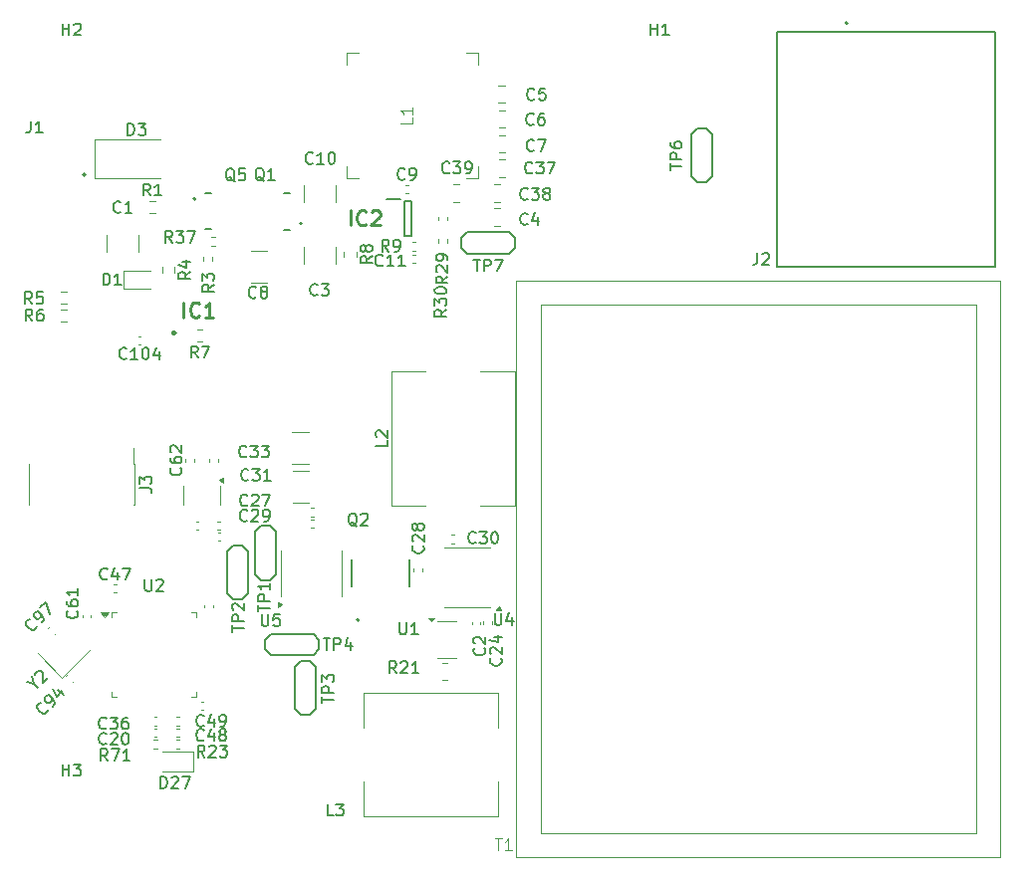
<source format=gbr>
G04 #@! TF.GenerationSoftware,KiCad,Pcbnew,9.0.1+1*
G04 #@! TF.CreationDate,2025-10-07T10:16:08+00:00*
G04 #@! TF.ProjectId,c64psu,63363470-7375-42e6-9b69-6361645f7063,rev?*
G04 #@! TF.SameCoordinates,Original*
G04 #@! TF.FileFunction,Legend,Top*
G04 #@! TF.FilePolarity,Positive*
%FSLAX46Y46*%
G04 Gerber Fmt 4.6, Leading zero omitted, Abs format (unit mm)*
G04 Created by KiCad (PCBNEW 9.0.1+1) date 2025-10-07 10:16:08*
%MOMM*%
%LPD*%
G01*
G04 APERTURE LIST*
%ADD10C,0.100000*%
%ADD11C,0.150000*%
%ADD12C,0.254000*%
%ADD13C,0.127000*%
%ADD14C,0.200000*%
%ADD15C,0.120000*%
%ADD16C,0.010000*%
%ADD17C,2.500000*%
%ADD18C,1.400000*%
%ADD19R,0.800000X0.200000*%
%ADD20R,1.750000X2.650000*%
%ADD21C,3.600000*%
%ADD22C,5.600000*%
%ADD23R,1.200000X0.600000*%
%ADD24R,1.100000X0.600000*%
%ADD25R,1.100000X0.300000*%
%ADD26O,1.754000X1.254000*%
%ADD27O,2.154000X1.254000*%
%ADD28R,0.740000X2.400000*%
%ADD29C,2.400000*%
%ADD30C,2.154000*%
G04 APERTURE END LIST*
D10*
X176013095Y-107032419D02*
X176584523Y-107032419D01*
X176298809Y-108032419D02*
X176298809Y-107032419D01*
X177441666Y-108032419D02*
X176870238Y-108032419D01*
X177155952Y-108032419D02*
X177155952Y-107032419D01*
X177155952Y-107032419D02*
X177060714Y-107175276D01*
X177060714Y-107175276D02*
X176965476Y-107270514D01*
X176965476Y-107270514D02*
X176870238Y-107318133D01*
D11*
X164284761Y-80470057D02*
X164189523Y-80422438D01*
X164189523Y-80422438D02*
X164094285Y-80327200D01*
X164094285Y-80327200D02*
X163951428Y-80184342D01*
X163951428Y-80184342D02*
X163856190Y-80136723D01*
X163856190Y-80136723D02*
X163760952Y-80136723D01*
X163808571Y-80374819D02*
X163713333Y-80327200D01*
X163713333Y-80327200D02*
X163618095Y-80231961D01*
X163618095Y-80231961D02*
X163570476Y-80041485D01*
X163570476Y-80041485D02*
X163570476Y-79708152D01*
X163570476Y-79708152D02*
X163618095Y-79517676D01*
X163618095Y-79517676D02*
X163713333Y-79422438D01*
X163713333Y-79422438D02*
X163808571Y-79374819D01*
X163808571Y-79374819D02*
X163999047Y-79374819D01*
X163999047Y-79374819D02*
X164094285Y-79422438D01*
X164094285Y-79422438D02*
X164189523Y-79517676D01*
X164189523Y-79517676D02*
X164237142Y-79708152D01*
X164237142Y-79708152D02*
X164237142Y-80041485D01*
X164237142Y-80041485D02*
X164189523Y-80231961D01*
X164189523Y-80231961D02*
X164094285Y-80327200D01*
X164094285Y-80327200D02*
X163999047Y-80374819D01*
X163999047Y-80374819D02*
X163808571Y-80374819D01*
X164618095Y-79470057D02*
X164665714Y-79422438D01*
X164665714Y-79422438D02*
X164760952Y-79374819D01*
X164760952Y-79374819D02*
X164999047Y-79374819D01*
X164999047Y-79374819D02*
X165094285Y-79422438D01*
X165094285Y-79422438D02*
X165141904Y-79470057D01*
X165141904Y-79470057D02*
X165189523Y-79565295D01*
X165189523Y-79565295D02*
X165189523Y-79660533D01*
X165189523Y-79660533D02*
X165141904Y-79803390D01*
X165141904Y-79803390D02*
X164570476Y-80374819D01*
X164570476Y-80374819D02*
X165189523Y-80374819D01*
X178783333Y-54734580D02*
X178735714Y-54782200D01*
X178735714Y-54782200D02*
X178592857Y-54829819D01*
X178592857Y-54829819D02*
X178497619Y-54829819D01*
X178497619Y-54829819D02*
X178354762Y-54782200D01*
X178354762Y-54782200D02*
X178259524Y-54686961D01*
X178259524Y-54686961D02*
X178211905Y-54591723D01*
X178211905Y-54591723D02*
X178164286Y-54401247D01*
X178164286Y-54401247D02*
X178164286Y-54258390D01*
X178164286Y-54258390D02*
X178211905Y-54067914D01*
X178211905Y-54067914D02*
X178259524Y-53972676D01*
X178259524Y-53972676D02*
X178354762Y-53877438D01*
X178354762Y-53877438D02*
X178497619Y-53829819D01*
X178497619Y-53829819D02*
X178592857Y-53829819D01*
X178592857Y-53829819D02*
X178735714Y-53877438D01*
X178735714Y-53877438D02*
X178783333Y-53925057D01*
X179640476Y-54163152D02*
X179640476Y-54829819D01*
X179402381Y-53782200D02*
X179164286Y-54496485D01*
X179164286Y-54496485D02*
X179783333Y-54496485D01*
X161418095Y-89974819D02*
X161989523Y-89974819D01*
X161703809Y-90974819D02*
X161703809Y-89974819D01*
X162322857Y-90974819D02*
X162322857Y-89974819D01*
X162322857Y-89974819D02*
X162703809Y-89974819D01*
X162703809Y-89974819D02*
X162799047Y-90022438D01*
X162799047Y-90022438D02*
X162846666Y-90070057D01*
X162846666Y-90070057D02*
X162894285Y-90165295D01*
X162894285Y-90165295D02*
X162894285Y-90308152D01*
X162894285Y-90308152D02*
X162846666Y-90403390D01*
X162846666Y-90403390D02*
X162799047Y-90451009D01*
X162799047Y-90451009D02*
X162703809Y-90498628D01*
X162703809Y-90498628D02*
X162322857Y-90498628D01*
X163751428Y-90308152D02*
X163751428Y-90974819D01*
X163513333Y-89927200D02*
X163275238Y-90641485D01*
X163275238Y-90641485D02*
X163894285Y-90641485D01*
X179182142Y-50384580D02*
X179134523Y-50432200D01*
X179134523Y-50432200D02*
X178991666Y-50479819D01*
X178991666Y-50479819D02*
X178896428Y-50479819D01*
X178896428Y-50479819D02*
X178753571Y-50432200D01*
X178753571Y-50432200D02*
X178658333Y-50336961D01*
X178658333Y-50336961D02*
X178610714Y-50241723D01*
X178610714Y-50241723D02*
X178563095Y-50051247D01*
X178563095Y-50051247D02*
X178563095Y-49908390D01*
X178563095Y-49908390D02*
X178610714Y-49717914D01*
X178610714Y-49717914D02*
X178658333Y-49622676D01*
X178658333Y-49622676D02*
X178753571Y-49527438D01*
X178753571Y-49527438D02*
X178896428Y-49479819D01*
X178896428Y-49479819D02*
X178991666Y-49479819D01*
X178991666Y-49479819D02*
X179134523Y-49527438D01*
X179134523Y-49527438D02*
X179182142Y-49575057D01*
X179515476Y-49479819D02*
X180134523Y-49479819D01*
X180134523Y-49479819D02*
X179801190Y-49860771D01*
X179801190Y-49860771D02*
X179944047Y-49860771D01*
X179944047Y-49860771D02*
X180039285Y-49908390D01*
X180039285Y-49908390D02*
X180086904Y-49956009D01*
X180086904Y-49956009D02*
X180134523Y-50051247D01*
X180134523Y-50051247D02*
X180134523Y-50289342D01*
X180134523Y-50289342D02*
X180086904Y-50384580D01*
X180086904Y-50384580D02*
X180039285Y-50432200D01*
X180039285Y-50432200D02*
X179944047Y-50479819D01*
X179944047Y-50479819D02*
X179658333Y-50479819D01*
X179658333Y-50479819D02*
X179563095Y-50432200D01*
X179563095Y-50432200D02*
X179515476Y-50384580D01*
X180467857Y-49479819D02*
X181134523Y-49479819D01*
X181134523Y-49479819D02*
X180705952Y-50479819D01*
X161324819Y-95521905D02*
X161324819Y-94950477D01*
X162324819Y-95236191D02*
X161324819Y-95236191D01*
X162324819Y-94617143D02*
X161324819Y-94617143D01*
X161324819Y-94617143D02*
X161324819Y-94236191D01*
X161324819Y-94236191D02*
X161372438Y-94140953D01*
X161372438Y-94140953D02*
X161420057Y-94093334D01*
X161420057Y-94093334D02*
X161515295Y-94045715D01*
X161515295Y-94045715D02*
X161658152Y-94045715D01*
X161658152Y-94045715D02*
X161753390Y-94093334D01*
X161753390Y-94093334D02*
X161801009Y-94140953D01*
X161801009Y-94140953D02*
X161848628Y-94236191D01*
X161848628Y-94236191D02*
X161848628Y-94617143D01*
X161324819Y-93712381D02*
X161324819Y-93093334D01*
X161324819Y-93093334D02*
X161705771Y-93426667D01*
X161705771Y-93426667D02*
X161705771Y-93283810D01*
X161705771Y-93283810D02*
X161753390Y-93188572D01*
X161753390Y-93188572D02*
X161801009Y-93140953D01*
X161801009Y-93140953D02*
X161896247Y-93093334D01*
X161896247Y-93093334D02*
X162134342Y-93093334D01*
X162134342Y-93093334D02*
X162229580Y-93140953D01*
X162229580Y-93140953D02*
X162277200Y-93188572D01*
X162277200Y-93188572D02*
X162324819Y-93283810D01*
X162324819Y-93283810D02*
X162324819Y-93569524D01*
X162324819Y-93569524D02*
X162277200Y-93664762D01*
X162277200Y-93664762D02*
X162229580Y-93712381D01*
X142711905Y-59954819D02*
X142711905Y-58954819D01*
X142711905Y-58954819D02*
X142950000Y-58954819D01*
X142950000Y-58954819D02*
X143092857Y-59002438D01*
X143092857Y-59002438D02*
X143188095Y-59097676D01*
X143188095Y-59097676D02*
X143235714Y-59192914D01*
X143235714Y-59192914D02*
X143283333Y-59383390D01*
X143283333Y-59383390D02*
X143283333Y-59526247D01*
X143283333Y-59526247D02*
X143235714Y-59716723D01*
X143235714Y-59716723D02*
X143188095Y-59811961D01*
X143188095Y-59811961D02*
X143092857Y-59907200D01*
X143092857Y-59907200D02*
X142950000Y-59954819D01*
X142950000Y-59954819D02*
X142711905Y-59954819D01*
X144235714Y-59954819D02*
X143664286Y-59954819D01*
X143950000Y-59954819D02*
X143950000Y-58954819D01*
X143950000Y-58954819D02*
X143854762Y-59097676D01*
X143854762Y-59097676D02*
X143759524Y-59192914D01*
X143759524Y-59192914D02*
X143664286Y-59240533D01*
D12*
X149550237Y-62694318D02*
X149550237Y-61424318D01*
X150880714Y-62573365D02*
X150820238Y-62633842D01*
X150820238Y-62633842D02*
X150638809Y-62694318D01*
X150638809Y-62694318D02*
X150517857Y-62694318D01*
X150517857Y-62694318D02*
X150336428Y-62633842D01*
X150336428Y-62633842D02*
X150215476Y-62512889D01*
X150215476Y-62512889D02*
X150154999Y-62391937D01*
X150154999Y-62391937D02*
X150094523Y-62150032D01*
X150094523Y-62150032D02*
X150094523Y-61968603D01*
X150094523Y-61968603D02*
X150154999Y-61726699D01*
X150154999Y-61726699D02*
X150215476Y-61605746D01*
X150215476Y-61605746D02*
X150336428Y-61484794D01*
X150336428Y-61484794D02*
X150517857Y-61424318D01*
X150517857Y-61424318D02*
X150638809Y-61424318D01*
X150638809Y-61424318D02*
X150820238Y-61484794D01*
X150820238Y-61484794D02*
X150880714Y-61545270D01*
X152090238Y-62694318D02*
X151364523Y-62694318D01*
X151727380Y-62694318D02*
X151727380Y-61424318D01*
X151727380Y-61424318D02*
X151606428Y-61605746D01*
X151606428Y-61605746D02*
X151485476Y-61726699D01*
X151485476Y-61726699D02*
X151364523Y-61787175D01*
D11*
X189238095Y-38704819D02*
X189238095Y-37704819D01*
X189238095Y-38181009D02*
X189809523Y-38181009D01*
X189809523Y-38704819D02*
X189809523Y-37704819D01*
X190809523Y-38704819D02*
X190238095Y-38704819D01*
X190523809Y-38704819D02*
X190523809Y-37704819D01*
X190523809Y-37704819D02*
X190428571Y-37847676D01*
X190428571Y-37847676D02*
X190333333Y-37942914D01*
X190333333Y-37942914D02*
X190238095Y-37990533D01*
X136658333Y-61554819D02*
X136325000Y-61078628D01*
X136086905Y-61554819D02*
X136086905Y-60554819D01*
X136086905Y-60554819D02*
X136467857Y-60554819D01*
X136467857Y-60554819D02*
X136563095Y-60602438D01*
X136563095Y-60602438D02*
X136610714Y-60650057D01*
X136610714Y-60650057D02*
X136658333Y-60745295D01*
X136658333Y-60745295D02*
X136658333Y-60888152D01*
X136658333Y-60888152D02*
X136610714Y-60983390D01*
X136610714Y-60983390D02*
X136563095Y-61031009D01*
X136563095Y-61031009D02*
X136467857Y-61078628D01*
X136467857Y-61078628D02*
X136086905Y-61078628D01*
X137563095Y-60554819D02*
X137086905Y-60554819D01*
X137086905Y-60554819D02*
X137039286Y-61031009D01*
X137039286Y-61031009D02*
X137086905Y-60983390D01*
X137086905Y-60983390D02*
X137182143Y-60935771D01*
X137182143Y-60935771D02*
X137420238Y-60935771D01*
X137420238Y-60935771D02*
X137515476Y-60983390D01*
X137515476Y-60983390D02*
X137563095Y-61031009D01*
X137563095Y-61031009D02*
X137610714Y-61126247D01*
X137610714Y-61126247D02*
X137610714Y-61364342D01*
X137610714Y-61364342D02*
X137563095Y-61459580D01*
X137563095Y-61459580D02*
X137515476Y-61507200D01*
X137515476Y-61507200D02*
X137420238Y-61554819D01*
X137420238Y-61554819D02*
X137182143Y-61554819D01*
X137182143Y-61554819D02*
X137086905Y-61507200D01*
X137086905Y-61507200D02*
X137039286Y-61459580D01*
X175099580Y-90826666D02*
X175147200Y-90874285D01*
X175147200Y-90874285D02*
X175194819Y-91017142D01*
X175194819Y-91017142D02*
X175194819Y-91112380D01*
X175194819Y-91112380D02*
X175147200Y-91255237D01*
X175147200Y-91255237D02*
X175051961Y-91350475D01*
X175051961Y-91350475D02*
X174956723Y-91398094D01*
X174956723Y-91398094D02*
X174766247Y-91445713D01*
X174766247Y-91445713D02*
X174623390Y-91445713D01*
X174623390Y-91445713D02*
X174432914Y-91398094D01*
X174432914Y-91398094D02*
X174337676Y-91350475D01*
X174337676Y-91350475D02*
X174242438Y-91255237D01*
X174242438Y-91255237D02*
X174194819Y-91112380D01*
X174194819Y-91112380D02*
X174194819Y-91017142D01*
X174194819Y-91017142D02*
X174242438Y-90874285D01*
X174242438Y-90874285D02*
X174290057Y-90826666D01*
X174290057Y-90445713D02*
X174242438Y-90398094D01*
X174242438Y-90398094D02*
X174194819Y-90302856D01*
X174194819Y-90302856D02*
X174194819Y-90064761D01*
X174194819Y-90064761D02*
X174242438Y-89969523D01*
X174242438Y-89969523D02*
X174290057Y-89921904D01*
X174290057Y-89921904D02*
X174385295Y-89874285D01*
X174385295Y-89874285D02*
X174480533Y-89874285D01*
X174480533Y-89874285D02*
X174623390Y-89921904D01*
X174623390Y-89921904D02*
X175194819Y-90493332D01*
X175194819Y-90493332D02*
X175194819Y-89874285D01*
X179358333Y-44134580D02*
X179310714Y-44182200D01*
X179310714Y-44182200D02*
X179167857Y-44229819D01*
X179167857Y-44229819D02*
X179072619Y-44229819D01*
X179072619Y-44229819D02*
X178929762Y-44182200D01*
X178929762Y-44182200D02*
X178834524Y-44086961D01*
X178834524Y-44086961D02*
X178786905Y-43991723D01*
X178786905Y-43991723D02*
X178739286Y-43801247D01*
X178739286Y-43801247D02*
X178739286Y-43658390D01*
X178739286Y-43658390D02*
X178786905Y-43467914D01*
X178786905Y-43467914D02*
X178834524Y-43372676D01*
X178834524Y-43372676D02*
X178929762Y-43277438D01*
X178929762Y-43277438D02*
X179072619Y-43229819D01*
X179072619Y-43229819D02*
X179167857Y-43229819D01*
X179167857Y-43229819D02*
X179310714Y-43277438D01*
X179310714Y-43277438D02*
X179358333Y-43325057D01*
X180263095Y-43229819D02*
X179786905Y-43229819D01*
X179786905Y-43229819D02*
X179739286Y-43706009D01*
X179739286Y-43706009D02*
X179786905Y-43658390D01*
X179786905Y-43658390D02*
X179882143Y-43610771D01*
X179882143Y-43610771D02*
X180120238Y-43610771D01*
X180120238Y-43610771D02*
X180215476Y-43658390D01*
X180215476Y-43658390D02*
X180263095Y-43706009D01*
X180263095Y-43706009D02*
X180310714Y-43801247D01*
X180310714Y-43801247D02*
X180310714Y-44039342D01*
X180310714Y-44039342D02*
X180263095Y-44134580D01*
X180263095Y-44134580D02*
X180215476Y-44182200D01*
X180215476Y-44182200D02*
X180120238Y-44229819D01*
X180120238Y-44229819D02*
X179882143Y-44229819D01*
X179882143Y-44229819D02*
X179786905Y-44182200D01*
X179786905Y-44182200D02*
X179739286Y-44134580D01*
X152129819Y-59916666D02*
X151653628Y-60249999D01*
X152129819Y-60488094D02*
X151129819Y-60488094D01*
X151129819Y-60488094D02*
X151129819Y-60107142D01*
X151129819Y-60107142D02*
X151177438Y-60011904D01*
X151177438Y-60011904D02*
X151225057Y-59964285D01*
X151225057Y-59964285D02*
X151320295Y-59916666D01*
X151320295Y-59916666D02*
X151463152Y-59916666D01*
X151463152Y-59916666D02*
X151558390Y-59964285D01*
X151558390Y-59964285D02*
X151606009Y-60011904D01*
X151606009Y-60011904D02*
X151653628Y-60107142D01*
X151653628Y-60107142D02*
X151653628Y-60488094D01*
X151129819Y-59583332D02*
X151129819Y-58964285D01*
X151129819Y-58964285D02*
X151510771Y-59297618D01*
X151510771Y-59297618D02*
X151510771Y-59154761D01*
X151510771Y-59154761D02*
X151558390Y-59059523D01*
X151558390Y-59059523D02*
X151606009Y-59011904D01*
X151606009Y-59011904D02*
X151701247Y-58964285D01*
X151701247Y-58964285D02*
X151939342Y-58964285D01*
X151939342Y-58964285D02*
X152034580Y-59011904D01*
X152034580Y-59011904D02*
X152082200Y-59059523D01*
X152082200Y-59059523D02*
X152129819Y-59154761D01*
X152129819Y-59154761D02*
X152129819Y-59440475D01*
X152129819Y-59440475D02*
X152082200Y-59535713D01*
X152082200Y-59535713D02*
X152034580Y-59583332D01*
X151257142Y-98634580D02*
X151209523Y-98682200D01*
X151209523Y-98682200D02*
X151066666Y-98729819D01*
X151066666Y-98729819D02*
X150971428Y-98729819D01*
X150971428Y-98729819D02*
X150828571Y-98682200D01*
X150828571Y-98682200D02*
X150733333Y-98586961D01*
X150733333Y-98586961D02*
X150685714Y-98491723D01*
X150685714Y-98491723D02*
X150638095Y-98301247D01*
X150638095Y-98301247D02*
X150638095Y-98158390D01*
X150638095Y-98158390D02*
X150685714Y-97967914D01*
X150685714Y-97967914D02*
X150733333Y-97872676D01*
X150733333Y-97872676D02*
X150828571Y-97777438D01*
X150828571Y-97777438D02*
X150971428Y-97729819D01*
X150971428Y-97729819D02*
X151066666Y-97729819D01*
X151066666Y-97729819D02*
X151209523Y-97777438D01*
X151209523Y-97777438D02*
X151257142Y-97825057D01*
X152114285Y-98063152D02*
X152114285Y-98729819D01*
X151876190Y-97682200D02*
X151638095Y-98396485D01*
X151638095Y-98396485D02*
X152257142Y-98396485D01*
X152780952Y-98158390D02*
X152685714Y-98110771D01*
X152685714Y-98110771D02*
X152638095Y-98063152D01*
X152638095Y-98063152D02*
X152590476Y-97967914D01*
X152590476Y-97967914D02*
X152590476Y-97920295D01*
X152590476Y-97920295D02*
X152638095Y-97825057D01*
X152638095Y-97825057D02*
X152685714Y-97777438D01*
X152685714Y-97777438D02*
X152780952Y-97729819D01*
X152780952Y-97729819D02*
X152971428Y-97729819D01*
X152971428Y-97729819D02*
X153066666Y-97777438D01*
X153066666Y-97777438D02*
X153114285Y-97825057D01*
X153114285Y-97825057D02*
X153161904Y-97920295D01*
X153161904Y-97920295D02*
X153161904Y-97967914D01*
X153161904Y-97967914D02*
X153114285Y-98063152D01*
X153114285Y-98063152D02*
X153066666Y-98110771D01*
X153066666Y-98110771D02*
X152971428Y-98158390D01*
X152971428Y-98158390D02*
X152780952Y-98158390D01*
X152780952Y-98158390D02*
X152685714Y-98206009D01*
X152685714Y-98206009D02*
X152638095Y-98253628D01*
X152638095Y-98253628D02*
X152590476Y-98348866D01*
X152590476Y-98348866D02*
X152590476Y-98539342D01*
X152590476Y-98539342D02*
X152638095Y-98634580D01*
X152638095Y-98634580D02*
X152685714Y-98682200D01*
X152685714Y-98682200D02*
X152780952Y-98729819D01*
X152780952Y-98729819D02*
X152971428Y-98729819D01*
X152971428Y-98729819D02*
X153066666Y-98682200D01*
X153066666Y-98682200D02*
X153114285Y-98634580D01*
X153114285Y-98634580D02*
X153161904Y-98539342D01*
X153161904Y-98539342D02*
X153161904Y-98348866D01*
X153161904Y-98348866D02*
X153114285Y-98253628D01*
X153114285Y-98253628D02*
X153066666Y-98206009D01*
X153066666Y-98206009D02*
X152971428Y-98158390D01*
X171979819Y-59217857D02*
X171503628Y-59551190D01*
X171979819Y-59789285D02*
X170979819Y-59789285D01*
X170979819Y-59789285D02*
X170979819Y-59408333D01*
X170979819Y-59408333D02*
X171027438Y-59313095D01*
X171027438Y-59313095D02*
X171075057Y-59265476D01*
X171075057Y-59265476D02*
X171170295Y-59217857D01*
X171170295Y-59217857D02*
X171313152Y-59217857D01*
X171313152Y-59217857D02*
X171408390Y-59265476D01*
X171408390Y-59265476D02*
X171456009Y-59313095D01*
X171456009Y-59313095D02*
X171503628Y-59408333D01*
X171503628Y-59408333D02*
X171503628Y-59789285D01*
X171075057Y-58836904D02*
X171027438Y-58789285D01*
X171027438Y-58789285D02*
X170979819Y-58694047D01*
X170979819Y-58694047D02*
X170979819Y-58455952D01*
X170979819Y-58455952D02*
X171027438Y-58360714D01*
X171027438Y-58360714D02*
X171075057Y-58313095D01*
X171075057Y-58313095D02*
X171170295Y-58265476D01*
X171170295Y-58265476D02*
X171265533Y-58265476D01*
X171265533Y-58265476D02*
X171408390Y-58313095D01*
X171408390Y-58313095D02*
X171979819Y-58884523D01*
X171979819Y-58884523D02*
X171979819Y-58265476D01*
X171979819Y-57789285D02*
X171979819Y-57598809D01*
X171979819Y-57598809D02*
X171932200Y-57503571D01*
X171932200Y-57503571D02*
X171884580Y-57455952D01*
X171884580Y-57455952D02*
X171741723Y-57360714D01*
X171741723Y-57360714D02*
X171551247Y-57313095D01*
X171551247Y-57313095D02*
X171170295Y-57313095D01*
X171170295Y-57313095D02*
X171075057Y-57360714D01*
X171075057Y-57360714D02*
X171027438Y-57408333D01*
X171027438Y-57408333D02*
X170979819Y-57503571D01*
X170979819Y-57503571D02*
X170979819Y-57694047D01*
X170979819Y-57694047D02*
X171027438Y-57789285D01*
X171027438Y-57789285D02*
X171075057Y-57836904D01*
X171075057Y-57836904D02*
X171170295Y-57884523D01*
X171170295Y-57884523D02*
X171408390Y-57884523D01*
X171408390Y-57884523D02*
X171503628Y-57836904D01*
X171503628Y-57836904D02*
X171551247Y-57789285D01*
X171551247Y-57789285D02*
X171598866Y-57694047D01*
X171598866Y-57694047D02*
X171598866Y-57503571D01*
X171598866Y-57503571D02*
X171551247Y-57408333D01*
X171551247Y-57408333D02*
X171503628Y-57360714D01*
X171503628Y-57360714D02*
X171408390Y-57313095D01*
X137049693Y-88933830D02*
X137049693Y-89001174D01*
X137049693Y-89001174D02*
X136982349Y-89135861D01*
X136982349Y-89135861D02*
X136915006Y-89203204D01*
X136915006Y-89203204D02*
X136780319Y-89270548D01*
X136780319Y-89270548D02*
X136645632Y-89270548D01*
X136645632Y-89270548D02*
X136544617Y-89236876D01*
X136544617Y-89236876D02*
X136376258Y-89135861D01*
X136376258Y-89135861D02*
X136275243Y-89034846D01*
X136275243Y-89034846D02*
X136174227Y-88866487D01*
X136174227Y-88866487D02*
X136140556Y-88765472D01*
X136140556Y-88765472D02*
X136140556Y-88630785D01*
X136140556Y-88630785D02*
X136207899Y-88496098D01*
X136207899Y-88496098D02*
X136275243Y-88428754D01*
X136275243Y-88428754D02*
X136409930Y-88361411D01*
X136409930Y-88361411D02*
X136477273Y-88361411D01*
X137453754Y-88664456D02*
X137588441Y-88529769D01*
X137588441Y-88529769D02*
X137622113Y-88428754D01*
X137622113Y-88428754D02*
X137622113Y-88361411D01*
X137622113Y-88361411D02*
X137588441Y-88193052D01*
X137588441Y-88193052D02*
X137487426Y-88024693D01*
X137487426Y-88024693D02*
X137218052Y-87755319D01*
X137218052Y-87755319D02*
X137117036Y-87721647D01*
X137117036Y-87721647D02*
X137049693Y-87721647D01*
X137049693Y-87721647D02*
X136948678Y-87755319D01*
X136948678Y-87755319D02*
X136813991Y-87890006D01*
X136813991Y-87890006D02*
X136780319Y-87991021D01*
X136780319Y-87991021D02*
X136780319Y-88058365D01*
X136780319Y-88058365D02*
X136813991Y-88159380D01*
X136813991Y-88159380D02*
X136982349Y-88327739D01*
X136982349Y-88327739D02*
X137083365Y-88361411D01*
X137083365Y-88361411D02*
X137150708Y-88361411D01*
X137150708Y-88361411D02*
X137251723Y-88327739D01*
X137251723Y-88327739D02*
X137386410Y-88193052D01*
X137386410Y-88193052D02*
X137420082Y-88092037D01*
X137420082Y-88092037D02*
X137420082Y-88024693D01*
X137420082Y-88024693D02*
X137386410Y-87923678D01*
X137319067Y-87384930D02*
X137790472Y-86913525D01*
X137790472Y-86913525D02*
X138194533Y-87923678D01*
X146704033Y-52341969D02*
X146370700Y-51865778D01*
X146132605Y-52341969D02*
X146132605Y-51341969D01*
X146132605Y-51341969D02*
X146513557Y-51341969D01*
X146513557Y-51341969D02*
X146608795Y-51389588D01*
X146608795Y-51389588D02*
X146656414Y-51437207D01*
X146656414Y-51437207D02*
X146704033Y-51532445D01*
X146704033Y-51532445D02*
X146704033Y-51675302D01*
X146704033Y-51675302D02*
X146656414Y-51770540D01*
X146656414Y-51770540D02*
X146608795Y-51818159D01*
X146608795Y-51818159D02*
X146513557Y-51865778D01*
X146513557Y-51865778D02*
X146132605Y-51865778D01*
X147656414Y-52341969D02*
X147084986Y-52341969D01*
X147370700Y-52341969D02*
X147370700Y-51341969D01*
X147370700Y-51341969D02*
X147275462Y-51484826D01*
X147275462Y-51484826D02*
X147180224Y-51580064D01*
X147180224Y-51580064D02*
X147084986Y-51627683D01*
X171879819Y-62042857D02*
X171403628Y-62376190D01*
X171879819Y-62614285D02*
X170879819Y-62614285D01*
X170879819Y-62614285D02*
X170879819Y-62233333D01*
X170879819Y-62233333D02*
X170927438Y-62138095D01*
X170927438Y-62138095D02*
X170975057Y-62090476D01*
X170975057Y-62090476D02*
X171070295Y-62042857D01*
X171070295Y-62042857D02*
X171213152Y-62042857D01*
X171213152Y-62042857D02*
X171308390Y-62090476D01*
X171308390Y-62090476D02*
X171356009Y-62138095D01*
X171356009Y-62138095D02*
X171403628Y-62233333D01*
X171403628Y-62233333D02*
X171403628Y-62614285D01*
X170879819Y-61709523D02*
X170879819Y-61090476D01*
X170879819Y-61090476D02*
X171260771Y-61423809D01*
X171260771Y-61423809D02*
X171260771Y-61280952D01*
X171260771Y-61280952D02*
X171308390Y-61185714D01*
X171308390Y-61185714D02*
X171356009Y-61138095D01*
X171356009Y-61138095D02*
X171451247Y-61090476D01*
X171451247Y-61090476D02*
X171689342Y-61090476D01*
X171689342Y-61090476D02*
X171784580Y-61138095D01*
X171784580Y-61138095D02*
X171832200Y-61185714D01*
X171832200Y-61185714D02*
X171879819Y-61280952D01*
X171879819Y-61280952D02*
X171879819Y-61566666D01*
X171879819Y-61566666D02*
X171832200Y-61661904D01*
X171832200Y-61661904D02*
X171784580Y-61709523D01*
X170879819Y-60471428D02*
X170879819Y-60376190D01*
X170879819Y-60376190D02*
X170927438Y-60280952D01*
X170927438Y-60280952D02*
X170975057Y-60233333D01*
X170975057Y-60233333D02*
X171070295Y-60185714D01*
X171070295Y-60185714D02*
X171260771Y-60138095D01*
X171260771Y-60138095D02*
X171498866Y-60138095D01*
X171498866Y-60138095D02*
X171689342Y-60185714D01*
X171689342Y-60185714D02*
X171784580Y-60233333D01*
X171784580Y-60233333D02*
X171832200Y-60280952D01*
X171832200Y-60280952D02*
X171879819Y-60376190D01*
X171879819Y-60376190D02*
X171879819Y-60471428D01*
X171879819Y-60471428D02*
X171832200Y-60566666D01*
X171832200Y-60566666D02*
X171784580Y-60614285D01*
X171784580Y-60614285D02*
X171689342Y-60661904D01*
X171689342Y-60661904D02*
X171498866Y-60709523D01*
X171498866Y-60709523D02*
X171260771Y-60709523D01*
X171260771Y-60709523D02*
X171070295Y-60661904D01*
X171070295Y-60661904D02*
X170975057Y-60614285D01*
X170975057Y-60614285D02*
X170927438Y-60566666D01*
X170927438Y-60566666D02*
X170879819Y-60471428D01*
X144793004Y-47207969D02*
X144793004Y-46207969D01*
X144793004Y-46207969D02*
X145031099Y-46207969D01*
X145031099Y-46207969D02*
X145173956Y-46255588D01*
X145173956Y-46255588D02*
X145269194Y-46350826D01*
X145269194Y-46350826D02*
X145316813Y-46446064D01*
X145316813Y-46446064D02*
X145364432Y-46636540D01*
X145364432Y-46636540D02*
X145364432Y-46779397D01*
X145364432Y-46779397D02*
X145316813Y-46969873D01*
X145316813Y-46969873D02*
X145269194Y-47065111D01*
X145269194Y-47065111D02*
X145173956Y-47160350D01*
X145173956Y-47160350D02*
X145031099Y-47207969D01*
X145031099Y-47207969D02*
X144793004Y-47207969D01*
X145697766Y-46207969D02*
X146316813Y-46207969D01*
X146316813Y-46207969D02*
X145983480Y-46588921D01*
X145983480Y-46588921D02*
X146126337Y-46588921D01*
X146126337Y-46588921D02*
X146221575Y-46636540D01*
X146221575Y-46636540D02*
X146269194Y-46684159D01*
X146269194Y-46684159D02*
X146316813Y-46779397D01*
X146316813Y-46779397D02*
X146316813Y-47017492D01*
X146316813Y-47017492D02*
X146269194Y-47112730D01*
X146269194Y-47112730D02*
X146221575Y-47160350D01*
X146221575Y-47160350D02*
X146126337Y-47207969D01*
X146126337Y-47207969D02*
X145840623Y-47207969D01*
X145840623Y-47207969D02*
X145745385Y-47160350D01*
X145745385Y-47160350D02*
X145697766Y-47112730D01*
X149284479Y-75503357D02*
X149332099Y-75550976D01*
X149332099Y-75550976D02*
X149379718Y-75693833D01*
X149379718Y-75693833D02*
X149379718Y-75789071D01*
X149379718Y-75789071D02*
X149332099Y-75931928D01*
X149332099Y-75931928D02*
X149236860Y-76027166D01*
X149236860Y-76027166D02*
X149141622Y-76074785D01*
X149141622Y-76074785D02*
X148951146Y-76122404D01*
X148951146Y-76122404D02*
X148808289Y-76122404D01*
X148808289Y-76122404D02*
X148617813Y-76074785D01*
X148617813Y-76074785D02*
X148522575Y-76027166D01*
X148522575Y-76027166D02*
X148427337Y-75931928D01*
X148427337Y-75931928D02*
X148379718Y-75789071D01*
X148379718Y-75789071D02*
X148379718Y-75693833D01*
X148379718Y-75693833D02*
X148427337Y-75550976D01*
X148427337Y-75550976D02*
X148474956Y-75503357D01*
X148379718Y-74646214D02*
X148379718Y-74836690D01*
X148379718Y-74836690D02*
X148427337Y-74931928D01*
X148427337Y-74931928D02*
X148474956Y-74979547D01*
X148474956Y-74979547D02*
X148617813Y-75074785D01*
X148617813Y-75074785D02*
X148808289Y-75122404D01*
X148808289Y-75122404D02*
X149189241Y-75122404D01*
X149189241Y-75122404D02*
X149284479Y-75074785D01*
X149284479Y-75074785D02*
X149332099Y-75027166D01*
X149332099Y-75027166D02*
X149379718Y-74931928D01*
X149379718Y-74931928D02*
X149379718Y-74741452D01*
X149379718Y-74741452D02*
X149332099Y-74646214D01*
X149332099Y-74646214D02*
X149284479Y-74598595D01*
X149284479Y-74598595D02*
X149189241Y-74550976D01*
X149189241Y-74550976D02*
X148951146Y-74550976D01*
X148951146Y-74550976D02*
X148855908Y-74598595D01*
X148855908Y-74598595D02*
X148808289Y-74646214D01*
X148808289Y-74646214D02*
X148760670Y-74741452D01*
X148760670Y-74741452D02*
X148760670Y-74931928D01*
X148760670Y-74931928D02*
X148808289Y-75027166D01*
X148808289Y-75027166D02*
X148855908Y-75074785D01*
X148855908Y-75074785D02*
X148951146Y-75122404D01*
X148474956Y-74170023D02*
X148427337Y-74122404D01*
X148427337Y-74122404D02*
X148379718Y-74027166D01*
X148379718Y-74027166D02*
X148379718Y-73789071D01*
X148379718Y-73789071D02*
X148427337Y-73693833D01*
X148427337Y-73693833D02*
X148474956Y-73646214D01*
X148474956Y-73646214D02*
X148570194Y-73598595D01*
X148570194Y-73598595D02*
X148665432Y-73598595D01*
X148665432Y-73598595D02*
X148808289Y-73646214D01*
X148808289Y-73646214D02*
X149379718Y-74217642D01*
X149379718Y-74217642D02*
X149379718Y-73598595D01*
X156379761Y-51100057D02*
X156284523Y-51052438D01*
X156284523Y-51052438D02*
X156189285Y-50957200D01*
X156189285Y-50957200D02*
X156046428Y-50814342D01*
X156046428Y-50814342D02*
X155951190Y-50766723D01*
X155951190Y-50766723D02*
X155855952Y-50766723D01*
X155903571Y-51004819D02*
X155808333Y-50957200D01*
X155808333Y-50957200D02*
X155713095Y-50861961D01*
X155713095Y-50861961D02*
X155665476Y-50671485D01*
X155665476Y-50671485D02*
X155665476Y-50338152D01*
X155665476Y-50338152D02*
X155713095Y-50147676D01*
X155713095Y-50147676D02*
X155808333Y-50052438D01*
X155808333Y-50052438D02*
X155903571Y-50004819D01*
X155903571Y-50004819D02*
X156094047Y-50004819D01*
X156094047Y-50004819D02*
X156189285Y-50052438D01*
X156189285Y-50052438D02*
X156284523Y-50147676D01*
X156284523Y-50147676D02*
X156332142Y-50338152D01*
X156332142Y-50338152D02*
X156332142Y-50671485D01*
X156332142Y-50671485D02*
X156284523Y-50861961D01*
X156284523Y-50861961D02*
X156189285Y-50957200D01*
X156189285Y-50957200D02*
X156094047Y-51004819D01*
X156094047Y-51004819D02*
X155903571Y-51004819D01*
X157284523Y-51004819D02*
X156713095Y-51004819D01*
X156998809Y-51004819D02*
X156998809Y-50004819D01*
X156998809Y-50004819D02*
X156903571Y-50147676D01*
X156903571Y-50147676D02*
X156808333Y-50242914D01*
X156808333Y-50242914D02*
X156713095Y-50290533D01*
X153674819Y-89451904D02*
X153674819Y-88880476D01*
X154674819Y-89166190D02*
X153674819Y-89166190D01*
X154674819Y-88547142D02*
X153674819Y-88547142D01*
X153674819Y-88547142D02*
X153674819Y-88166190D01*
X153674819Y-88166190D02*
X153722438Y-88070952D01*
X153722438Y-88070952D02*
X153770057Y-88023333D01*
X153770057Y-88023333D02*
X153865295Y-87975714D01*
X153865295Y-87975714D02*
X154008152Y-87975714D01*
X154008152Y-87975714D02*
X154103390Y-88023333D01*
X154103390Y-88023333D02*
X154151009Y-88070952D01*
X154151009Y-88070952D02*
X154198628Y-88166190D01*
X154198628Y-88166190D02*
X154198628Y-88547142D01*
X153770057Y-87594761D02*
X153722438Y-87547142D01*
X153722438Y-87547142D02*
X153674819Y-87451904D01*
X153674819Y-87451904D02*
X153674819Y-87213809D01*
X153674819Y-87213809D02*
X153722438Y-87118571D01*
X153722438Y-87118571D02*
X153770057Y-87070952D01*
X153770057Y-87070952D02*
X153865295Y-87023333D01*
X153865295Y-87023333D02*
X153960533Y-87023333D01*
X153960533Y-87023333D02*
X154103390Y-87070952D01*
X154103390Y-87070952D02*
X154674819Y-87642380D01*
X154674819Y-87642380D02*
X154674819Y-87023333D01*
X154887142Y-74519580D02*
X154839523Y-74567200D01*
X154839523Y-74567200D02*
X154696666Y-74614819D01*
X154696666Y-74614819D02*
X154601428Y-74614819D01*
X154601428Y-74614819D02*
X154458571Y-74567200D01*
X154458571Y-74567200D02*
X154363333Y-74471961D01*
X154363333Y-74471961D02*
X154315714Y-74376723D01*
X154315714Y-74376723D02*
X154268095Y-74186247D01*
X154268095Y-74186247D02*
X154268095Y-74043390D01*
X154268095Y-74043390D02*
X154315714Y-73852914D01*
X154315714Y-73852914D02*
X154363333Y-73757676D01*
X154363333Y-73757676D02*
X154458571Y-73662438D01*
X154458571Y-73662438D02*
X154601428Y-73614819D01*
X154601428Y-73614819D02*
X154696666Y-73614819D01*
X154696666Y-73614819D02*
X154839523Y-73662438D01*
X154839523Y-73662438D02*
X154887142Y-73710057D01*
X155220476Y-73614819D02*
X155839523Y-73614819D01*
X155839523Y-73614819D02*
X155506190Y-73995771D01*
X155506190Y-73995771D02*
X155649047Y-73995771D01*
X155649047Y-73995771D02*
X155744285Y-74043390D01*
X155744285Y-74043390D02*
X155791904Y-74091009D01*
X155791904Y-74091009D02*
X155839523Y-74186247D01*
X155839523Y-74186247D02*
X155839523Y-74424342D01*
X155839523Y-74424342D02*
X155791904Y-74519580D01*
X155791904Y-74519580D02*
X155744285Y-74567200D01*
X155744285Y-74567200D02*
X155649047Y-74614819D01*
X155649047Y-74614819D02*
X155363333Y-74614819D01*
X155363333Y-74614819D02*
X155268095Y-74567200D01*
X155268095Y-74567200D02*
X155220476Y-74519580D01*
X156172857Y-73614819D02*
X156791904Y-73614819D01*
X156791904Y-73614819D02*
X156458571Y-73995771D01*
X156458571Y-73995771D02*
X156601428Y-73995771D01*
X156601428Y-73995771D02*
X156696666Y-74043390D01*
X156696666Y-74043390D02*
X156744285Y-74091009D01*
X156744285Y-74091009D02*
X156791904Y-74186247D01*
X156791904Y-74186247D02*
X156791904Y-74424342D01*
X156791904Y-74424342D02*
X156744285Y-74519580D01*
X156744285Y-74519580D02*
X156696666Y-74567200D01*
X156696666Y-74567200D02*
X156601428Y-74614819D01*
X156601428Y-74614819D02*
X156315714Y-74614819D01*
X156315714Y-74614819D02*
X156220476Y-74567200D01*
X156220476Y-74567200D02*
X156172857Y-74519580D01*
X172127836Y-50371047D02*
X172080217Y-50418667D01*
X172080217Y-50418667D02*
X171937360Y-50466286D01*
X171937360Y-50466286D02*
X171842122Y-50466286D01*
X171842122Y-50466286D02*
X171699265Y-50418667D01*
X171699265Y-50418667D02*
X171604027Y-50323428D01*
X171604027Y-50323428D02*
X171556408Y-50228190D01*
X171556408Y-50228190D02*
X171508789Y-50037714D01*
X171508789Y-50037714D02*
X171508789Y-49894857D01*
X171508789Y-49894857D02*
X171556408Y-49704381D01*
X171556408Y-49704381D02*
X171604027Y-49609143D01*
X171604027Y-49609143D02*
X171699265Y-49513905D01*
X171699265Y-49513905D02*
X171842122Y-49466286D01*
X171842122Y-49466286D02*
X171937360Y-49466286D01*
X171937360Y-49466286D02*
X172080217Y-49513905D01*
X172080217Y-49513905D02*
X172127836Y-49561524D01*
X172461170Y-49466286D02*
X173080217Y-49466286D01*
X173080217Y-49466286D02*
X172746884Y-49847238D01*
X172746884Y-49847238D02*
X172889741Y-49847238D01*
X172889741Y-49847238D02*
X172984979Y-49894857D01*
X172984979Y-49894857D02*
X173032598Y-49942476D01*
X173032598Y-49942476D02*
X173080217Y-50037714D01*
X173080217Y-50037714D02*
X173080217Y-50275809D01*
X173080217Y-50275809D02*
X173032598Y-50371047D01*
X173032598Y-50371047D02*
X172984979Y-50418667D01*
X172984979Y-50418667D02*
X172889741Y-50466286D01*
X172889741Y-50466286D02*
X172604027Y-50466286D01*
X172604027Y-50466286D02*
X172508789Y-50418667D01*
X172508789Y-50418667D02*
X172461170Y-50371047D01*
X173556408Y-50466286D02*
X173746884Y-50466286D01*
X173746884Y-50466286D02*
X173842122Y-50418667D01*
X173842122Y-50418667D02*
X173889741Y-50371047D01*
X173889741Y-50371047D02*
X173984979Y-50228190D01*
X173984979Y-50228190D02*
X174032598Y-50037714D01*
X174032598Y-50037714D02*
X174032598Y-49656762D01*
X174032598Y-49656762D02*
X173984979Y-49561524D01*
X173984979Y-49561524D02*
X173937360Y-49513905D01*
X173937360Y-49513905D02*
X173842122Y-49466286D01*
X173842122Y-49466286D02*
X173651646Y-49466286D01*
X173651646Y-49466286D02*
X173556408Y-49513905D01*
X173556408Y-49513905D02*
X173508789Y-49561524D01*
X173508789Y-49561524D02*
X173461170Y-49656762D01*
X173461170Y-49656762D02*
X173461170Y-49894857D01*
X173461170Y-49894857D02*
X173508789Y-49990095D01*
X173508789Y-49990095D02*
X173556408Y-50037714D01*
X173556408Y-50037714D02*
X173651646Y-50085333D01*
X173651646Y-50085333D02*
X173842122Y-50085333D01*
X173842122Y-50085333D02*
X173937360Y-50037714D01*
X173937360Y-50037714D02*
X173984979Y-49990095D01*
X173984979Y-49990095D02*
X174032598Y-49894857D01*
X156168095Y-87944819D02*
X156168095Y-88754342D01*
X156168095Y-88754342D02*
X156215714Y-88849580D01*
X156215714Y-88849580D02*
X156263333Y-88897200D01*
X156263333Y-88897200D02*
X156358571Y-88944819D01*
X156358571Y-88944819D02*
X156549047Y-88944819D01*
X156549047Y-88944819D02*
X156644285Y-88897200D01*
X156644285Y-88897200D02*
X156691904Y-88849580D01*
X156691904Y-88849580D02*
X156739523Y-88754342D01*
X156739523Y-88754342D02*
X156739523Y-87944819D01*
X157691904Y-87944819D02*
X157215714Y-87944819D01*
X157215714Y-87944819D02*
X157168095Y-88421009D01*
X157168095Y-88421009D02*
X157215714Y-88373390D01*
X157215714Y-88373390D02*
X157310952Y-88325771D01*
X157310952Y-88325771D02*
X157549047Y-88325771D01*
X157549047Y-88325771D02*
X157644285Y-88373390D01*
X157644285Y-88373390D02*
X157691904Y-88421009D01*
X157691904Y-88421009D02*
X157739523Y-88516247D01*
X157739523Y-88516247D02*
X157739523Y-88754342D01*
X157739523Y-88754342D02*
X157691904Y-88849580D01*
X157691904Y-88849580D02*
X157644285Y-88897200D01*
X157644285Y-88897200D02*
X157549047Y-88944819D01*
X157549047Y-88944819D02*
X157310952Y-88944819D01*
X157310952Y-88944819D02*
X157215714Y-88897200D01*
X157215714Y-88897200D02*
X157168095Y-88849580D01*
X142963742Y-98945380D02*
X142916123Y-98993000D01*
X142916123Y-98993000D02*
X142773266Y-99040619D01*
X142773266Y-99040619D02*
X142678028Y-99040619D01*
X142678028Y-99040619D02*
X142535171Y-98993000D01*
X142535171Y-98993000D02*
X142439933Y-98897761D01*
X142439933Y-98897761D02*
X142392314Y-98802523D01*
X142392314Y-98802523D02*
X142344695Y-98612047D01*
X142344695Y-98612047D02*
X142344695Y-98469190D01*
X142344695Y-98469190D02*
X142392314Y-98278714D01*
X142392314Y-98278714D02*
X142439933Y-98183476D01*
X142439933Y-98183476D02*
X142535171Y-98088238D01*
X142535171Y-98088238D02*
X142678028Y-98040619D01*
X142678028Y-98040619D02*
X142773266Y-98040619D01*
X142773266Y-98040619D02*
X142916123Y-98088238D01*
X142916123Y-98088238D02*
X142963742Y-98135857D01*
X143344695Y-98135857D02*
X143392314Y-98088238D01*
X143392314Y-98088238D02*
X143487552Y-98040619D01*
X143487552Y-98040619D02*
X143725647Y-98040619D01*
X143725647Y-98040619D02*
X143820885Y-98088238D01*
X143820885Y-98088238D02*
X143868504Y-98135857D01*
X143868504Y-98135857D02*
X143916123Y-98231095D01*
X143916123Y-98231095D02*
X143916123Y-98326333D01*
X143916123Y-98326333D02*
X143868504Y-98469190D01*
X143868504Y-98469190D02*
X143297076Y-99040619D01*
X143297076Y-99040619D02*
X143916123Y-99040619D01*
X144535171Y-98040619D02*
X144630409Y-98040619D01*
X144630409Y-98040619D02*
X144725647Y-98088238D01*
X144725647Y-98088238D02*
X144773266Y-98135857D01*
X144773266Y-98135857D02*
X144820885Y-98231095D01*
X144820885Y-98231095D02*
X144868504Y-98421571D01*
X144868504Y-98421571D02*
X144868504Y-98659666D01*
X144868504Y-98659666D02*
X144820885Y-98850142D01*
X144820885Y-98850142D02*
X144773266Y-98945380D01*
X144773266Y-98945380D02*
X144725647Y-98993000D01*
X144725647Y-98993000D02*
X144630409Y-99040619D01*
X144630409Y-99040619D02*
X144535171Y-99040619D01*
X144535171Y-99040619D02*
X144439933Y-98993000D01*
X144439933Y-98993000D02*
X144392314Y-98945380D01*
X144392314Y-98945380D02*
X144344695Y-98850142D01*
X144344695Y-98850142D02*
X144297076Y-98659666D01*
X144297076Y-98659666D02*
X144297076Y-98421571D01*
X144297076Y-98421571D02*
X144344695Y-98231095D01*
X144344695Y-98231095D02*
X144392314Y-98135857D01*
X144392314Y-98135857D02*
X144439933Y-98088238D01*
X144439933Y-98088238D02*
X144535171Y-98040619D01*
X151332142Y-100104819D02*
X150998809Y-99628628D01*
X150760714Y-100104819D02*
X150760714Y-99104819D01*
X150760714Y-99104819D02*
X151141666Y-99104819D01*
X151141666Y-99104819D02*
X151236904Y-99152438D01*
X151236904Y-99152438D02*
X151284523Y-99200057D01*
X151284523Y-99200057D02*
X151332142Y-99295295D01*
X151332142Y-99295295D02*
X151332142Y-99438152D01*
X151332142Y-99438152D02*
X151284523Y-99533390D01*
X151284523Y-99533390D02*
X151236904Y-99581009D01*
X151236904Y-99581009D02*
X151141666Y-99628628D01*
X151141666Y-99628628D02*
X150760714Y-99628628D01*
X151713095Y-99200057D02*
X151760714Y-99152438D01*
X151760714Y-99152438D02*
X151855952Y-99104819D01*
X151855952Y-99104819D02*
X152094047Y-99104819D01*
X152094047Y-99104819D02*
X152189285Y-99152438D01*
X152189285Y-99152438D02*
X152236904Y-99200057D01*
X152236904Y-99200057D02*
X152284523Y-99295295D01*
X152284523Y-99295295D02*
X152284523Y-99390533D01*
X152284523Y-99390533D02*
X152236904Y-99533390D01*
X152236904Y-99533390D02*
X151665476Y-100104819D01*
X151665476Y-100104819D02*
X152284523Y-100104819D01*
X152617857Y-99104819D02*
X153236904Y-99104819D01*
X153236904Y-99104819D02*
X152903571Y-99485771D01*
X152903571Y-99485771D02*
X153046428Y-99485771D01*
X153046428Y-99485771D02*
X153141666Y-99533390D01*
X153141666Y-99533390D02*
X153189285Y-99581009D01*
X153189285Y-99581009D02*
X153236904Y-99676247D01*
X153236904Y-99676247D02*
X153236904Y-99914342D01*
X153236904Y-99914342D02*
X153189285Y-100009580D01*
X153189285Y-100009580D02*
X153141666Y-100057200D01*
X153141666Y-100057200D02*
X153046428Y-100104819D01*
X153046428Y-100104819D02*
X152760714Y-100104819D01*
X152760714Y-100104819D02*
X152665476Y-100057200D01*
X152665476Y-100057200D02*
X152617857Y-100009580D01*
X146248295Y-84977019D02*
X146248295Y-85786542D01*
X146248295Y-85786542D02*
X146295914Y-85881780D01*
X146295914Y-85881780D02*
X146343533Y-85929400D01*
X146343533Y-85929400D02*
X146438771Y-85977019D01*
X146438771Y-85977019D02*
X146629247Y-85977019D01*
X146629247Y-85977019D02*
X146724485Y-85929400D01*
X146724485Y-85929400D02*
X146772104Y-85881780D01*
X146772104Y-85881780D02*
X146819723Y-85786542D01*
X146819723Y-85786542D02*
X146819723Y-84977019D01*
X147248295Y-85072257D02*
X147295914Y-85024638D01*
X147295914Y-85024638D02*
X147391152Y-84977019D01*
X147391152Y-84977019D02*
X147629247Y-84977019D01*
X147629247Y-84977019D02*
X147724485Y-85024638D01*
X147724485Y-85024638D02*
X147772104Y-85072257D01*
X147772104Y-85072257D02*
X147819723Y-85167495D01*
X147819723Y-85167495D02*
X147819723Y-85262733D01*
X147819723Y-85262733D02*
X147772104Y-85405590D01*
X147772104Y-85405590D02*
X147200676Y-85977019D01*
X147200676Y-85977019D02*
X147819723Y-85977019D01*
D12*
X163710237Y-54874318D02*
X163710237Y-53604318D01*
X165040714Y-54753365D02*
X164980238Y-54813842D01*
X164980238Y-54813842D02*
X164798809Y-54874318D01*
X164798809Y-54874318D02*
X164677857Y-54874318D01*
X164677857Y-54874318D02*
X164496428Y-54813842D01*
X164496428Y-54813842D02*
X164375476Y-54692889D01*
X164375476Y-54692889D02*
X164314999Y-54571937D01*
X164314999Y-54571937D02*
X164254523Y-54330032D01*
X164254523Y-54330032D02*
X164254523Y-54148603D01*
X164254523Y-54148603D02*
X164314999Y-53906699D01*
X164314999Y-53906699D02*
X164375476Y-53785746D01*
X164375476Y-53785746D02*
X164496428Y-53664794D01*
X164496428Y-53664794D02*
X164677857Y-53604318D01*
X164677857Y-53604318D02*
X164798809Y-53604318D01*
X164798809Y-53604318D02*
X164980238Y-53664794D01*
X164980238Y-53664794D02*
X165040714Y-53725270D01*
X165524523Y-53725270D02*
X165584999Y-53664794D01*
X165584999Y-53664794D02*
X165705952Y-53604318D01*
X165705952Y-53604318D02*
X166008333Y-53604318D01*
X166008333Y-53604318D02*
X166129285Y-53664794D01*
X166129285Y-53664794D02*
X166189761Y-53725270D01*
X166189761Y-53725270D02*
X166250238Y-53846222D01*
X166250238Y-53846222D02*
X166250238Y-53967175D01*
X166250238Y-53967175D02*
X166189761Y-54148603D01*
X166189761Y-54148603D02*
X165464047Y-54874318D01*
X165464047Y-54874318D02*
X166250238Y-54874318D01*
D11*
X154957142Y-78669580D02*
X154909523Y-78717200D01*
X154909523Y-78717200D02*
X154766666Y-78764819D01*
X154766666Y-78764819D02*
X154671428Y-78764819D01*
X154671428Y-78764819D02*
X154528571Y-78717200D01*
X154528571Y-78717200D02*
X154433333Y-78621961D01*
X154433333Y-78621961D02*
X154385714Y-78526723D01*
X154385714Y-78526723D02*
X154338095Y-78336247D01*
X154338095Y-78336247D02*
X154338095Y-78193390D01*
X154338095Y-78193390D02*
X154385714Y-78002914D01*
X154385714Y-78002914D02*
X154433333Y-77907676D01*
X154433333Y-77907676D02*
X154528571Y-77812438D01*
X154528571Y-77812438D02*
X154671428Y-77764819D01*
X154671428Y-77764819D02*
X154766666Y-77764819D01*
X154766666Y-77764819D02*
X154909523Y-77812438D01*
X154909523Y-77812438D02*
X154957142Y-77860057D01*
X155338095Y-77860057D02*
X155385714Y-77812438D01*
X155385714Y-77812438D02*
X155480952Y-77764819D01*
X155480952Y-77764819D02*
X155719047Y-77764819D01*
X155719047Y-77764819D02*
X155814285Y-77812438D01*
X155814285Y-77812438D02*
X155861904Y-77860057D01*
X155861904Y-77860057D02*
X155909523Y-77955295D01*
X155909523Y-77955295D02*
X155909523Y-78050533D01*
X155909523Y-78050533D02*
X155861904Y-78193390D01*
X155861904Y-78193390D02*
X155290476Y-78764819D01*
X155290476Y-78764819D02*
X155909523Y-78764819D01*
X156242857Y-77764819D02*
X156909523Y-77764819D01*
X156909523Y-77764819D02*
X156480952Y-78764819D01*
X136536666Y-46014819D02*
X136536666Y-46729104D01*
X136536666Y-46729104D02*
X136489047Y-46871961D01*
X136489047Y-46871961D02*
X136393809Y-46967200D01*
X136393809Y-46967200D02*
X136250952Y-47014819D01*
X136250952Y-47014819D02*
X136155714Y-47014819D01*
X137536666Y-47014819D02*
X136965238Y-47014819D01*
X137250952Y-47014819D02*
X137250952Y-46014819D01*
X137250952Y-46014819D02*
X137155714Y-46157676D01*
X137155714Y-46157676D02*
X137060476Y-46252914D01*
X137060476Y-46252914D02*
X136965238Y-46300533D01*
X155700438Y-60981830D02*
X155652819Y-61029450D01*
X155652819Y-61029450D02*
X155509962Y-61077069D01*
X155509962Y-61077069D02*
X155414724Y-61077069D01*
X155414724Y-61077069D02*
X155271867Y-61029450D01*
X155271867Y-61029450D02*
X155176629Y-60934211D01*
X155176629Y-60934211D02*
X155129010Y-60838973D01*
X155129010Y-60838973D02*
X155081391Y-60648497D01*
X155081391Y-60648497D02*
X155081391Y-60505640D01*
X155081391Y-60505640D02*
X155129010Y-60315164D01*
X155129010Y-60315164D02*
X155176629Y-60219926D01*
X155176629Y-60219926D02*
X155271867Y-60124688D01*
X155271867Y-60124688D02*
X155414724Y-60077069D01*
X155414724Y-60077069D02*
X155509962Y-60077069D01*
X155509962Y-60077069D02*
X155652819Y-60124688D01*
X155652819Y-60124688D02*
X155700438Y-60172307D01*
X156271867Y-60505640D02*
X156176629Y-60458021D01*
X156176629Y-60458021D02*
X156129010Y-60410402D01*
X156129010Y-60410402D02*
X156081391Y-60315164D01*
X156081391Y-60315164D02*
X156081391Y-60267545D01*
X156081391Y-60267545D02*
X156129010Y-60172307D01*
X156129010Y-60172307D02*
X156176629Y-60124688D01*
X156176629Y-60124688D02*
X156271867Y-60077069D01*
X156271867Y-60077069D02*
X156462343Y-60077069D01*
X156462343Y-60077069D02*
X156557581Y-60124688D01*
X156557581Y-60124688D02*
X156605200Y-60172307D01*
X156605200Y-60172307D02*
X156652819Y-60267545D01*
X156652819Y-60267545D02*
X156652819Y-60315164D01*
X156652819Y-60315164D02*
X156605200Y-60410402D01*
X156605200Y-60410402D02*
X156557581Y-60458021D01*
X156557581Y-60458021D02*
X156462343Y-60505640D01*
X156462343Y-60505640D02*
X156271867Y-60505640D01*
X156271867Y-60505640D02*
X156176629Y-60553259D01*
X156176629Y-60553259D02*
X156129010Y-60600878D01*
X156129010Y-60600878D02*
X156081391Y-60696116D01*
X156081391Y-60696116D02*
X156081391Y-60886592D01*
X156081391Y-60886592D02*
X156129010Y-60981830D01*
X156129010Y-60981830D02*
X156176629Y-61029450D01*
X156176629Y-61029450D02*
X156271867Y-61077069D01*
X156271867Y-61077069D02*
X156462343Y-61077069D01*
X156462343Y-61077069D02*
X156557581Y-61029450D01*
X156557581Y-61029450D02*
X156605200Y-60981830D01*
X156605200Y-60981830D02*
X156652819Y-60886592D01*
X156652819Y-60886592D02*
X156652819Y-60696116D01*
X156652819Y-60696116D02*
X156605200Y-60600878D01*
X156605200Y-60600878D02*
X156557581Y-60553259D01*
X156557581Y-60553259D02*
X156462343Y-60505640D01*
X169879580Y-82132857D02*
X169927200Y-82180476D01*
X169927200Y-82180476D02*
X169974819Y-82323333D01*
X169974819Y-82323333D02*
X169974819Y-82418571D01*
X169974819Y-82418571D02*
X169927200Y-82561428D01*
X169927200Y-82561428D02*
X169831961Y-82656666D01*
X169831961Y-82656666D02*
X169736723Y-82704285D01*
X169736723Y-82704285D02*
X169546247Y-82751904D01*
X169546247Y-82751904D02*
X169403390Y-82751904D01*
X169403390Y-82751904D02*
X169212914Y-82704285D01*
X169212914Y-82704285D02*
X169117676Y-82656666D01*
X169117676Y-82656666D02*
X169022438Y-82561428D01*
X169022438Y-82561428D02*
X168974819Y-82418571D01*
X168974819Y-82418571D02*
X168974819Y-82323333D01*
X168974819Y-82323333D02*
X169022438Y-82180476D01*
X169022438Y-82180476D02*
X169070057Y-82132857D01*
X169070057Y-81751904D02*
X169022438Y-81704285D01*
X169022438Y-81704285D02*
X168974819Y-81609047D01*
X168974819Y-81609047D02*
X168974819Y-81370952D01*
X168974819Y-81370952D02*
X169022438Y-81275714D01*
X169022438Y-81275714D02*
X169070057Y-81228095D01*
X169070057Y-81228095D02*
X169165295Y-81180476D01*
X169165295Y-81180476D02*
X169260533Y-81180476D01*
X169260533Y-81180476D02*
X169403390Y-81228095D01*
X169403390Y-81228095D02*
X169974819Y-81799523D01*
X169974819Y-81799523D02*
X169974819Y-81180476D01*
X169403390Y-80609047D02*
X169355771Y-80704285D01*
X169355771Y-80704285D02*
X169308152Y-80751904D01*
X169308152Y-80751904D02*
X169212914Y-80799523D01*
X169212914Y-80799523D02*
X169165295Y-80799523D01*
X169165295Y-80799523D02*
X169070057Y-80751904D01*
X169070057Y-80751904D02*
X169022438Y-80704285D01*
X169022438Y-80704285D02*
X168974819Y-80609047D01*
X168974819Y-80609047D02*
X168974819Y-80418571D01*
X168974819Y-80418571D02*
X169022438Y-80323333D01*
X169022438Y-80323333D02*
X169070057Y-80275714D01*
X169070057Y-80275714D02*
X169165295Y-80228095D01*
X169165295Y-80228095D02*
X169212914Y-80228095D01*
X169212914Y-80228095D02*
X169308152Y-80275714D01*
X169308152Y-80275714D02*
X169355771Y-80323333D01*
X169355771Y-80323333D02*
X169403390Y-80418571D01*
X169403390Y-80418571D02*
X169403390Y-80609047D01*
X169403390Y-80609047D02*
X169451009Y-80704285D01*
X169451009Y-80704285D02*
X169498628Y-80751904D01*
X169498628Y-80751904D02*
X169593866Y-80799523D01*
X169593866Y-80799523D02*
X169784342Y-80799523D01*
X169784342Y-80799523D02*
X169879580Y-80751904D01*
X169879580Y-80751904D02*
X169927200Y-80704285D01*
X169927200Y-80704285D02*
X169974819Y-80609047D01*
X169974819Y-80609047D02*
X169974819Y-80418571D01*
X169974819Y-80418571D02*
X169927200Y-80323333D01*
X169927200Y-80323333D02*
X169879580Y-80275714D01*
X169879580Y-80275714D02*
X169784342Y-80228095D01*
X169784342Y-80228095D02*
X169593866Y-80228095D01*
X169593866Y-80228095D02*
X169498628Y-80275714D01*
X169498628Y-80275714D02*
X169451009Y-80323333D01*
X169451009Y-80323333D02*
X169403390Y-80418571D01*
X140484580Y-87667857D02*
X140532200Y-87715476D01*
X140532200Y-87715476D02*
X140579819Y-87858333D01*
X140579819Y-87858333D02*
X140579819Y-87953571D01*
X140579819Y-87953571D02*
X140532200Y-88096428D01*
X140532200Y-88096428D02*
X140436961Y-88191666D01*
X140436961Y-88191666D02*
X140341723Y-88239285D01*
X140341723Y-88239285D02*
X140151247Y-88286904D01*
X140151247Y-88286904D02*
X140008390Y-88286904D01*
X140008390Y-88286904D02*
X139817914Y-88239285D01*
X139817914Y-88239285D02*
X139722676Y-88191666D01*
X139722676Y-88191666D02*
X139627438Y-88096428D01*
X139627438Y-88096428D02*
X139579819Y-87953571D01*
X139579819Y-87953571D02*
X139579819Y-87858333D01*
X139579819Y-87858333D02*
X139627438Y-87715476D01*
X139627438Y-87715476D02*
X139675057Y-87667857D01*
X139579819Y-86810714D02*
X139579819Y-87001190D01*
X139579819Y-87001190D02*
X139627438Y-87096428D01*
X139627438Y-87096428D02*
X139675057Y-87144047D01*
X139675057Y-87144047D02*
X139817914Y-87239285D01*
X139817914Y-87239285D02*
X140008390Y-87286904D01*
X140008390Y-87286904D02*
X140389342Y-87286904D01*
X140389342Y-87286904D02*
X140484580Y-87239285D01*
X140484580Y-87239285D02*
X140532200Y-87191666D01*
X140532200Y-87191666D02*
X140579819Y-87096428D01*
X140579819Y-87096428D02*
X140579819Y-86905952D01*
X140579819Y-86905952D02*
X140532200Y-86810714D01*
X140532200Y-86810714D02*
X140484580Y-86763095D01*
X140484580Y-86763095D02*
X140389342Y-86715476D01*
X140389342Y-86715476D02*
X140151247Y-86715476D01*
X140151247Y-86715476D02*
X140056009Y-86763095D01*
X140056009Y-86763095D02*
X140008390Y-86810714D01*
X140008390Y-86810714D02*
X139960771Y-86905952D01*
X139960771Y-86905952D02*
X139960771Y-87096428D01*
X139960771Y-87096428D02*
X140008390Y-87191666D01*
X140008390Y-87191666D02*
X140056009Y-87239285D01*
X140056009Y-87239285D02*
X140151247Y-87286904D01*
X140579819Y-85763095D02*
X140579819Y-86334523D01*
X140579819Y-86048809D02*
X139579819Y-86048809D01*
X139579819Y-86048809D02*
X139722676Y-86144047D01*
X139722676Y-86144047D02*
X139817914Y-86239285D01*
X139817914Y-86239285D02*
X139865533Y-86334523D01*
X144183333Y-53719580D02*
X144135714Y-53767200D01*
X144135714Y-53767200D02*
X143992857Y-53814819D01*
X143992857Y-53814819D02*
X143897619Y-53814819D01*
X143897619Y-53814819D02*
X143754762Y-53767200D01*
X143754762Y-53767200D02*
X143659524Y-53671961D01*
X143659524Y-53671961D02*
X143611905Y-53576723D01*
X143611905Y-53576723D02*
X143564286Y-53386247D01*
X143564286Y-53386247D02*
X143564286Y-53243390D01*
X143564286Y-53243390D02*
X143611905Y-53052914D01*
X143611905Y-53052914D02*
X143659524Y-52957676D01*
X143659524Y-52957676D02*
X143754762Y-52862438D01*
X143754762Y-52862438D02*
X143897619Y-52814819D01*
X143897619Y-52814819D02*
X143992857Y-52814819D01*
X143992857Y-52814819D02*
X144135714Y-52862438D01*
X144135714Y-52862438D02*
X144183333Y-52910057D01*
X145135714Y-53814819D02*
X144564286Y-53814819D01*
X144850000Y-53814819D02*
X144850000Y-52814819D01*
X144850000Y-52814819D02*
X144754762Y-52957676D01*
X144754762Y-52957676D02*
X144659524Y-53052914D01*
X144659524Y-53052914D02*
X144564286Y-53100533D01*
D10*
X168976920Y-45711416D02*
X168976920Y-46187606D01*
X168976920Y-46187606D02*
X167976920Y-46187606D01*
X168976920Y-44854273D02*
X168976920Y-45425701D01*
X168976920Y-45139987D02*
X167976920Y-45139987D01*
X167976920Y-45139987D02*
X168119777Y-45235225D01*
X168119777Y-45235225D02*
X168215015Y-45330463D01*
X168215015Y-45330463D02*
X168262634Y-45425701D01*
D11*
X153894861Y-51147807D02*
X153799623Y-51100188D01*
X153799623Y-51100188D02*
X153704385Y-51004950D01*
X153704385Y-51004950D02*
X153561528Y-50862092D01*
X153561528Y-50862092D02*
X153466290Y-50814473D01*
X153466290Y-50814473D02*
X153371052Y-50814473D01*
X153418671Y-51052569D02*
X153323433Y-51004950D01*
X153323433Y-51004950D02*
X153228195Y-50909711D01*
X153228195Y-50909711D02*
X153180576Y-50719235D01*
X153180576Y-50719235D02*
X153180576Y-50385902D01*
X153180576Y-50385902D02*
X153228195Y-50195426D01*
X153228195Y-50195426D02*
X153323433Y-50100188D01*
X153323433Y-50100188D02*
X153418671Y-50052569D01*
X153418671Y-50052569D02*
X153609147Y-50052569D01*
X153609147Y-50052569D02*
X153704385Y-50100188D01*
X153704385Y-50100188D02*
X153799623Y-50195426D01*
X153799623Y-50195426D02*
X153847242Y-50385902D01*
X153847242Y-50385902D02*
X153847242Y-50719235D01*
X153847242Y-50719235D02*
X153799623Y-50909711D01*
X153799623Y-50909711D02*
X153704385Y-51004950D01*
X153704385Y-51004950D02*
X153609147Y-51052569D01*
X153609147Y-51052569D02*
X153418671Y-51052569D01*
X154752004Y-50052569D02*
X154275814Y-50052569D01*
X154275814Y-50052569D02*
X154228195Y-50528759D01*
X154228195Y-50528759D02*
X154275814Y-50481140D01*
X154275814Y-50481140D02*
X154371052Y-50433521D01*
X154371052Y-50433521D02*
X154609147Y-50433521D01*
X154609147Y-50433521D02*
X154704385Y-50481140D01*
X154704385Y-50481140D02*
X154752004Y-50528759D01*
X154752004Y-50528759D02*
X154799623Y-50623997D01*
X154799623Y-50623997D02*
X154799623Y-50862092D01*
X154799623Y-50862092D02*
X154752004Y-50957330D01*
X154752004Y-50957330D02*
X154704385Y-51004950D01*
X154704385Y-51004950D02*
X154609147Y-51052569D01*
X154609147Y-51052569D02*
X154371052Y-51052569D01*
X154371052Y-51052569D02*
X154275814Y-51004950D01*
X154275814Y-51004950D02*
X154228195Y-50957330D01*
X155864819Y-87721904D02*
X155864819Y-87150476D01*
X156864819Y-87436190D02*
X155864819Y-87436190D01*
X156864819Y-86817142D02*
X155864819Y-86817142D01*
X155864819Y-86817142D02*
X155864819Y-86436190D01*
X155864819Y-86436190D02*
X155912438Y-86340952D01*
X155912438Y-86340952D02*
X155960057Y-86293333D01*
X155960057Y-86293333D02*
X156055295Y-86245714D01*
X156055295Y-86245714D02*
X156198152Y-86245714D01*
X156198152Y-86245714D02*
X156293390Y-86293333D01*
X156293390Y-86293333D02*
X156341009Y-86340952D01*
X156341009Y-86340952D02*
X156388628Y-86436190D01*
X156388628Y-86436190D02*
X156388628Y-86817142D01*
X156864819Y-85293333D02*
X156864819Y-85864761D01*
X156864819Y-85579047D02*
X155864819Y-85579047D01*
X155864819Y-85579047D02*
X156007676Y-85674285D01*
X156007676Y-85674285D02*
X156102914Y-85769523D01*
X156102914Y-85769523D02*
X156150533Y-85864761D01*
X139238095Y-101704819D02*
X139238095Y-100704819D01*
X139238095Y-101181009D02*
X139809523Y-101181009D01*
X139809523Y-101704819D02*
X139809523Y-100704819D01*
X140190476Y-100704819D02*
X140809523Y-100704819D01*
X140809523Y-100704819D02*
X140476190Y-101085771D01*
X140476190Y-101085771D02*
X140619047Y-101085771D01*
X140619047Y-101085771D02*
X140714285Y-101133390D01*
X140714285Y-101133390D02*
X140761904Y-101181009D01*
X140761904Y-101181009D02*
X140809523Y-101276247D01*
X140809523Y-101276247D02*
X140809523Y-101514342D01*
X140809523Y-101514342D02*
X140761904Y-101609580D01*
X140761904Y-101609580D02*
X140714285Y-101657200D01*
X140714285Y-101657200D02*
X140619047Y-101704819D01*
X140619047Y-101704819D02*
X140333333Y-101704819D01*
X140333333Y-101704819D02*
X140238095Y-101657200D01*
X140238095Y-101657200D02*
X140190476Y-101609580D01*
X145823219Y-77227533D02*
X146537504Y-77227533D01*
X146537504Y-77227533D02*
X146680361Y-77275152D01*
X146680361Y-77275152D02*
X146775600Y-77370390D01*
X146775600Y-77370390D02*
X146823219Y-77513247D01*
X146823219Y-77513247D02*
X146823219Y-77608485D01*
X145823219Y-76846580D02*
X145823219Y-76227533D01*
X145823219Y-76227533D02*
X146204171Y-76560866D01*
X146204171Y-76560866D02*
X146204171Y-76418009D01*
X146204171Y-76418009D02*
X146251790Y-76322771D01*
X146251790Y-76322771D02*
X146299409Y-76275152D01*
X146299409Y-76275152D02*
X146394647Y-76227533D01*
X146394647Y-76227533D02*
X146632742Y-76227533D01*
X146632742Y-76227533D02*
X146727980Y-76275152D01*
X146727980Y-76275152D02*
X146775600Y-76322771D01*
X146775600Y-76322771D02*
X146823219Y-76418009D01*
X146823219Y-76418009D02*
X146823219Y-76703723D01*
X146823219Y-76703723D02*
X146775600Y-76798961D01*
X146775600Y-76798961D02*
X146727980Y-76846580D01*
X143065342Y-84932980D02*
X143017723Y-84980600D01*
X143017723Y-84980600D02*
X142874866Y-85028219D01*
X142874866Y-85028219D02*
X142779628Y-85028219D01*
X142779628Y-85028219D02*
X142636771Y-84980600D01*
X142636771Y-84980600D02*
X142541533Y-84885361D01*
X142541533Y-84885361D02*
X142493914Y-84790123D01*
X142493914Y-84790123D02*
X142446295Y-84599647D01*
X142446295Y-84599647D02*
X142446295Y-84456790D01*
X142446295Y-84456790D02*
X142493914Y-84266314D01*
X142493914Y-84266314D02*
X142541533Y-84171076D01*
X142541533Y-84171076D02*
X142636771Y-84075838D01*
X142636771Y-84075838D02*
X142779628Y-84028219D01*
X142779628Y-84028219D02*
X142874866Y-84028219D01*
X142874866Y-84028219D02*
X143017723Y-84075838D01*
X143017723Y-84075838D02*
X143065342Y-84123457D01*
X143922485Y-84361552D02*
X143922485Y-85028219D01*
X143684390Y-83980600D02*
X143446295Y-84694885D01*
X143446295Y-84694885D02*
X144065342Y-84694885D01*
X144351057Y-84028219D02*
X145017723Y-84028219D01*
X145017723Y-84028219D02*
X144589152Y-85028219D01*
X179283333Y-46259580D02*
X179235714Y-46307200D01*
X179235714Y-46307200D02*
X179092857Y-46354819D01*
X179092857Y-46354819D02*
X178997619Y-46354819D01*
X178997619Y-46354819D02*
X178854762Y-46307200D01*
X178854762Y-46307200D02*
X178759524Y-46211961D01*
X178759524Y-46211961D02*
X178711905Y-46116723D01*
X178711905Y-46116723D02*
X178664286Y-45926247D01*
X178664286Y-45926247D02*
X178664286Y-45783390D01*
X178664286Y-45783390D02*
X178711905Y-45592914D01*
X178711905Y-45592914D02*
X178759524Y-45497676D01*
X178759524Y-45497676D02*
X178854762Y-45402438D01*
X178854762Y-45402438D02*
X178997619Y-45354819D01*
X178997619Y-45354819D02*
X179092857Y-45354819D01*
X179092857Y-45354819D02*
X179235714Y-45402438D01*
X179235714Y-45402438D02*
X179283333Y-45450057D01*
X180140476Y-45354819D02*
X179950000Y-45354819D01*
X179950000Y-45354819D02*
X179854762Y-45402438D01*
X179854762Y-45402438D02*
X179807143Y-45450057D01*
X179807143Y-45450057D02*
X179711905Y-45592914D01*
X179711905Y-45592914D02*
X179664286Y-45783390D01*
X179664286Y-45783390D02*
X179664286Y-46164342D01*
X179664286Y-46164342D02*
X179711905Y-46259580D01*
X179711905Y-46259580D02*
X179759524Y-46307200D01*
X179759524Y-46307200D02*
X179854762Y-46354819D01*
X179854762Y-46354819D02*
X180045238Y-46354819D01*
X180045238Y-46354819D02*
X180140476Y-46307200D01*
X180140476Y-46307200D02*
X180188095Y-46259580D01*
X180188095Y-46259580D02*
X180235714Y-46164342D01*
X180235714Y-46164342D02*
X180235714Y-45926247D01*
X180235714Y-45926247D02*
X180188095Y-45831009D01*
X180188095Y-45831009D02*
X180140476Y-45783390D01*
X180140476Y-45783390D02*
X180045238Y-45735771D01*
X180045238Y-45735771D02*
X179854762Y-45735771D01*
X179854762Y-45735771D02*
X179759524Y-45783390D01*
X179759524Y-45783390D02*
X179711905Y-45831009D01*
X179711905Y-45831009D02*
X179664286Y-45926247D01*
X136683333Y-63004819D02*
X136350000Y-62528628D01*
X136111905Y-63004819D02*
X136111905Y-62004819D01*
X136111905Y-62004819D02*
X136492857Y-62004819D01*
X136492857Y-62004819D02*
X136588095Y-62052438D01*
X136588095Y-62052438D02*
X136635714Y-62100057D01*
X136635714Y-62100057D02*
X136683333Y-62195295D01*
X136683333Y-62195295D02*
X136683333Y-62338152D01*
X136683333Y-62338152D02*
X136635714Y-62433390D01*
X136635714Y-62433390D02*
X136588095Y-62481009D01*
X136588095Y-62481009D02*
X136492857Y-62528628D01*
X136492857Y-62528628D02*
X136111905Y-62528628D01*
X137540476Y-62004819D02*
X137350000Y-62004819D01*
X137350000Y-62004819D02*
X137254762Y-62052438D01*
X137254762Y-62052438D02*
X137207143Y-62100057D01*
X137207143Y-62100057D02*
X137111905Y-62242914D01*
X137111905Y-62242914D02*
X137064286Y-62433390D01*
X137064286Y-62433390D02*
X137064286Y-62814342D01*
X137064286Y-62814342D02*
X137111905Y-62909580D01*
X137111905Y-62909580D02*
X137159524Y-62957200D01*
X137159524Y-62957200D02*
X137254762Y-63004819D01*
X137254762Y-63004819D02*
X137445238Y-63004819D01*
X137445238Y-63004819D02*
X137540476Y-62957200D01*
X137540476Y-62957200D02*
X137588095Y-62909580D01*
X137588095Y-62909580D02*
X137635714Y-62814342D01*
X137635714Y-62814342D02*
X137635714Y-62576247D01*
X137635714Y-62576247D02*
X137588095Y-62481009D01*
X137588095Y-62481009D02*
X137540476Y-62433390D01*
X137540476Y-62433390D02*
X137445238Y-62385771D01*
X137445238Y-62385771D02*
X137254762Y-62385771D01*
X137254762Y-62385771D02*
X137159524Y-62433390D01*
X137159524Y-62433390D02*
X137111905Y-62481009D01*
X137111905Y-62481009D02*
X137064286Y-62576247D01*
X136796842Y-93846605D02*
X137133560Y-94183323D01*
X136190751Y-93711918D02*
X136796842Y-93846605D01*
X136796842Y-93846605D02*
X136662155Y-93240514D01*
X136931529Y-93105827D02*
X136931529Y-93038483D01*
X136931529Y-93038483D02*
X136965201Y-92937468D01*
X136965201Y-92937468D02*
X137133560Y-92769109D01*
X137133560Y-92769109D02*
X137234575Y-92735437D01*
X137234575Y-92735437D02*
X137301918Y-92735437D01*
X137301918Y-92735437D02*
X137402934Y-92769109D01*
X137402934Y-92769109D02*
X137470277Y-92836453D01*
X137470277Y-92836453D02*
X137537621Y-92971140D01*
X137537621Y-92971140D02*
X137537621Y-93779262D01*
X137537621Y-93779262D02*
X137975353Y-93341529D01*
X174367142Y-81849580D02*
X174319523Y-81897200D01*
X174319523Y-81897200D02*
X174176666Y-81944819D01*
X174176666Y-81944819D02*
X174081428Y-81944819D01*
X174081428Y-81944819D02*
X173938571Y-81897200D01*
X173938571Y-81897200D02*
X173843333Y-81801961D01*
X173843333Y-81801961D02*
X173795714Y-81706723D01*
X173795714Y-81706723D02*
X173748095Y-81516247D01*
X173748095Y-81516247D02*
X173748095Y-81373390D01*
X173748095Y-81373390D02*
X173795714Y-81182914D01*
X173795714Y-81182914D02*
X173843333Y-81087676D01*
X173843333Y-81087676D02*
X173938571Y-80992438D01*
X173938571Y-80992438D02*
X174081428Y-80944819D01*
X174081428Y-80944819D02*
X174176666Y-80944819D01*
X174176666Y-80944819D02*
X174319523Y-80992438D01*
X174319523Y-80992438D02*
X174367142Y-81040057D01*
X174700476Y-80944819D02*
X175319523Y-80944819D01*
X175319523Y-80944819D02*
X174986190Y-81325771D01*
X174986190Y-81325771D02*
X175129047Y-81325771D01*
X175129047Y-81325771D02*
X175224285Y-81373390D01*
X175224285Y-81373390D02*
X175271904Y-81421009D01*
X175271904Y-81421009D02*
X175319523Y-81516247D01*
X175319523Y-81516247D02*
X175319523Y-81754342D01*
X175319523Y-81754342D02*
X175271904Y-81849580D01*
X175271904Y-81849580D02*
X175224285Y-81897200D01*
X175224285Y-81897200D02*
X175129047Y-81944819D01*
X175129047Y-81944819D02*
X174843333Y-81944819D01*
X174843333Y-81944819D02*
X174748095Y-81897200D01*
X174748095Y-81897200D02*
X174700476Y-81849580D01*
X175938571Y-80944819D02*
X176033809Y-80944819D01*
X176033809Y-80944819D02*
X176129047Y-80992438D01*
X176129047Y-80992438D02*
X176176666Y-81040057D01*
X176176666Y-81040057D02*
X176224285Y-81135295D01*
X176224285Y-81135295D02*
X176271904Y-81325771D01*
X176271904Y-81325771D02*
X176271904Y-81563866D01*
X176271904Y-81563866D02*
X176224285Y-81754342D01*
X176224285Y-81754342D02*
X176176666Y-81849580D01*
X176176666Y-81849580D02*
X176129047Y-81897200D01*
X176129047Y-81897200D02*
X176033809Y-81944819D01*
X176033809Y-81944819D02*
X175938571Y-81944819D01*
X175938571Y-81944819D02*
X175843333Y-81897200D01*
X175843333Y-81897200D02*
X175795714Y-81849580D01*
X175795714Y-81849580D02*
X175748095Y-81754342D01*
X175748095Y-81754342D02*
X175700476Y-81563866D01*
X175700476Y-81563866D02*
X175700476Y-81325771D01*
X175700476Y-81325771D02*
X175748095Y-81135295D01*
X175748095Y-81135295D02*
X175795714Y-81040057D01*
X175795714Y-81040057D02*
X175843333Y-80992438D01*
X175843333Y-80992438D02*
X175938571Y-80944819D01*
X143065342Y-100412219D02*
X142732009Y-99936028D01*
X142493914Y-100412219D02*
X142493914Y-99412219D01*
X142493914Y-99412219D02*
X142874866Y-99412219D01*
X142874866Y-99412219D02*
X142970104Y-99459838D01*
X142970104Y-99459838D02*
X143017723Y-99507457D01*
X143017723Y-99507457D02*
X143065342Y-99602695D01*
X143065342Y-99602695D02*
X143065342Y-99745552D01*
X143065342Y-99745552D02*
X143017723Y-99840790D01*
X143017723Y-99840790D02*
X142970104Y-99888409D01*
X142970104Y-99888409D02*
X142874866Y-99936028D01*
X142874866Y-99936028D02*
X142493914Y-99936028D01*
X143398676Y-99412219D02*
X144065342Y-99412219D01*
X144065342Y-99412219D02*
X143636771Y-100412219D01*
X144970104Y-100412219D02*
X144398676Y-100412219D01*
X144684390Y-100412219D02*
X144684390Y-99412219D01*
X144684390Y-99412219D02*
X144589152Y-99555076D01*
X144589152Y-99555076D02*
X144493914Y-99650314D01*
X144493914Y-99650314D02*
X144398676Y-99697933D01*
X166983333Y-57104819D02*
X166650000Y-56628628D01*
X166411905Y-57104819D02*
X166411905Y-56104819D01*
X166411905Y-56104819D02*
X166792857Y-56104819D01*
X166792857Y-56104819D02*
X166888095Y-56152438D01*
X166888095Y-56152438D02*
X166935714Y-56200057D01*
X166935714Y-56200057D02*
X166983333Y-56295295D01*
X166983333Y-56295295D02*
X166983333Y-56438152D01*
X166983333Y-56438152D02*
X166935714Y-56533390D01*
X166935714Y-56533390D02*
X166888095Y-56581009D01*
X166888095Y-56581009D02*
X166792857Y-56628628D01*
X166792857Y-56628628D02*
X166411905Y-56628628D01*
X167459524Y-57104819D02*
X167650000Y-57104819D01*
X167650000Y-57104819D02*
X167745238Y-57057200D01*
X167745238Y-57057200D02*
X167792857Y-57009580D01*
X167792857Y-57009580D02*
X167888095Y-56866723D01*
X167888095Y-56866723D02*
X167935714Y-56676247D01*
X167935714Y-56676247D02*
X167935714Y-56295295D01*
X167935714Y-56295295D02*
X167888095Y-56200057D01*
X167888095Y-56200057D02*
X167840476Y-56152438D01*
X167840476Y-56152438D02*
X167745238Y-56104819D01*
X167745238Y-56104819D02*
X167554762Y-56104819D01*
X167554762Y-56104819D02*
X167459524Y-56152438D01*
X167459524Y-56152438D02*
X167411905Y-56200057D01*
X167411905Y-56200057D02*
X167364286Y-56295295D01*
X167364286Y-56295295D02*
X167364286Y-56533390D01*
X167364286Y-56533390D02*
X167411905Y-56628628D01*
X167411905Y-56628628D02*
X167459524Y-56676247D01*
X167459524Y-56676247D02*
X167554762Y-56723866D01*
X167554762Y-56723866D02*
X167745238Y-56723866D01*
X167745238Y-56723866D02*
X167840476Y-56676247D01*
X167840476Y-56676247D02*
X167888095Y-56628628D01*
X167888095Y-56628628D02*
X167935714Y-56533390D01*
X160507142Y-49559580D02*
X160459523Y-49607200D01*
X160459523Y-49607200D02*
X160316666Y-49654819D01*
X160316666Y-49654819D02*
X160221428Y-49654819D01*
X160221428Y-49654819D02*
X160078571Y-49607200D01*
X160078571Y-49607200D02*
X159983333Y-49511961D01*
X159983333Y-49511961D02*
X159935714Y-49416723D01*
X159935714Y-49416723D02*
X159888095Y-49226247D01*
X159888095Y-49226247D02*
X159888095Y-49083390D01*
X159888095Y-49083390D02*
X159935714Y-48892914D01*
X159935714Y-48892914D02*
X159983333Y-48797676D01*
X159983333Y-48797676D02*
X160078571Y-48702438D01*
X160078571Y-48702438D02*
X160221428Y-48654819D01*
X160221428Y-48654819D02*
X160316666Y-48654819D01*
X160316666Y-48654819D02*
X160459523Y-48702438D01*
X160459523Y-48702438D02*
X160507142Y-48750057D01*
X161459523Y-49654819D02*
X160888095Y-49654819D01*
X161173809Y-49654819D02*
X161173809Y-48654819D01*
X161173809Y-48654819D02*
X161078571Y-48797676D01*
X161078571Y-48797676D02*
X160983333Y-48892914D01*
X160983333Y-48892914D02*
X160888095Y-48940533D01*
X162078571Y-48654819D02*
X162173809Y-48654819D01*
X162173809Y-48654819D02*
X162269047Y-48702438D01*
X162269047Y-48702438D02*
X162316666Y-48750057D01*
X162316666Y-48750057D02*
X162364285Y-48845295D01*
X162364285Y-48845295D02*
X162411904Y-49035771D01*
X162411904Y-49035771D02*
X162411904Y-49273866D01*
X162411904Y-49273866D02*
X162364285Y-49464342D01*
X162364285Y-49464342D02*
X162316666Y-49559580D01*
X162316666Y-49559580D02*
X162269047Y-49607200D01*
X162269047Y-49607200D02*
X162173809Y-49654819D01*
X162173809Y-49654819D02*
X162078571Y-49654819D01*
X162078571Y-49654819D02*
X161983333Y-49607200D01*
X161983333Y-49607200D02*
X161935714Y-49559580D01*
X161935714Y-49559580D02*
X161888095Y-49464342D01*
X161888095Y-49464342D02*
X161840476Y-49273866D01*
X161840476Y-49273866D02*
X161840476Y-49035771D01*
X161840476Y-49035771D02*
X161888095Y-48845295D01*
X161888095Y-48845295D02*
X161935714Y-48750057D01*
X161935714Y-48750057D02*
X161983333Y-48702438D01*
X161983333Y-48702438D02*
X162078571Y-48654819D01*
X167627142Y-92964819D02*
X167293809Y-92488628D01*
X167055714Y-92964819D02*
X167055714Y-91964819D01*
X167055714Y-91964819D02*
X167436666Y-91964819D01*
X167436666Y-91964819D02*
X167531904Y-92012438D01*
X167531904Y-92012438D02*
X167579523Y-92060057D01*
X167579523Y-92060057D02*
X167627142Y-92155295D01*
X167627142Y-92155295D02*
X167627142Y-92298152D01*
X167627142Y-92298152D02*
X167579523Y-92393390D01*
X167579523Y-92393390D02*
X167531904Y-92441009D01*
X167531904Y-92441009D02*
X167436666Y-92488628D01*
X167436666Y-92488628D02*
X167055714Y-92488628D01*
X168008095Y-92060057D02*
X168055714Y-92012438D01*
X168055714Y-92012438D02*
X168150952Y-91964819D01*
X168150952Y-91964819D02*
X168389047Y-91964819D01*
X168389047Y-91964819D02*
X168484285Y-92012438D01*
X168484285Y-92012438D02*
X168531904Y-92060057D01*
X168531904Y-92060057D02*
X168579523Y-92155295D01*
X168579523Y-92155295D02*
X168579523Y-92250533D01*
X168579523Y-92250533D02*
X168531904Y-92393390D01*
X168531904Y-92393390D02*
X167960476Y-92964819D01*
X167960476Y-92964819D02*
X168579523Y-92964819D01*
X169531904Y-92964819D02*
X168960476Y-92964819D01*
X169246190Y-92964819D02*
X169246190Y-91964819D01*
X169246190Y-91964819D02*
X169150952Y-92107676D01*
X169150952Y-92107676D02*
X169055714Y-92202914D01*
X169055714Y-92202914D02*
X168960476Y-92250533D01*
X148577142Y-56344819D02*
X148243809Y-55868628D01*
X148005714Y-56344819D02*
X148005714Y-55344819D01*
X148005714Y-55344819D02*
X148386666Y-55344819D01*
X148386666Y-55344819D02*
X148481904Y-55392438D01*
X148481904Y-55392438D02*
X148529523Y-55440057D01*
X148529523Y-55440057D02*
X148577142Y-55535295D01*
X148577142Y-55535295D02*
X148577142Y-55678152D01*
X148577142Y-55678152D02*
X148529523Y-55773390D01*
X148529523Y-55773390D02*
X148481904Y-55821009D01*
X148481904Y-55821009D02*
X148386666Y-55868628D01*
X148386666Y-55868628D02*
X148005714Y-55868628D01*
X148910476Y-55344819D02*
X149529523Y-55344819D01*
X149529523Y-55344819D02*
X149196190Y-55725771D01*
X149196190Y-55725771D02*
X149339047Y-55725771D01*
X149339047Y-55725771D02*
X149434285Y-55773390D01*
X149434285Y-55773390D02*
X149481904Y-55821009D01*
X149481904Y-55821009D02*
X149529523Y-55916247D01*
X149529523Y-55916247D02*
X149529523Y-56154342D01*
X149529523Y-56154342D02*
X149481904Y-56249580D01*
X149481904Y-56249580D02*
X149434285Y-56297200D01*
X149434285Y-56297200D02*
X149339047Y-56344819D01*
X149339047Y-56344819D02*
X149053333Y-56344819D01*
X149053333Y-56344819D02*
X148958095Y-56297200D01*
X148958095Y-56297200D02*
X148910476Y-56249580D01*
X149862857Y-55344819D02*
X150529523Y-55344819D01*
X150529523Y-55344819D02*
X150100952Y-56344819D01*
X167898095Y-88654819D02*
X167898095Y-89464342D01*
X167898095Y-89464342D02*
X167945714Y-89559580D01*
X167945714Y-89559580D02*
X167993333Y-89607200D01*
X167993333Y-89607200D02*
X168088571Y-89654819D01*
X168088571Y-89654819D02*
X168279047Y-89654819D01*
X168279047Y-89654819D02*
X168374285Y-89607200D01*
X168374285Y-89607200D02*
X168421904Y-89559580D01*
X168421904Y-89559580D02*
X168469523Y-89464342D01*
X168469523Y-89464342D02*
X168469523Y-88654819D01*
X169469523Y-89654819D02*
X168898095Y-89654819D01*
X169183809Y-89654819D02*
X169183809Y-88654819D01*
X169183809Y-88654819D02*
X169088571Y-88797676D01*
X169088571Y-88797676D02*
X168993333Y-88892914D01*
X168993333Y-88892914D02*
X168898095Y-88940533D01*
X174178395Y-57779819D02*
X174749823Y-57779819D01*
X174464109Y-58779819D02*
X174464109Y-57779819D01*
X175083157Y-58779819D02*
X175083157Y-57779819D01*
X175083157Y-57779819D02*
X175464109Y-57779819D01*
X175464109Y-57779819D02*
X175559347Y-57827438D01*
X175559347Y-57827438D02*
X175606966Y-57875057D01*
X175606966Y-57875057D02*
X175654585Y-57970295D01*
X175654585Y-57970295D02*
X175654585Y-58113152D01*
X175654585Y-58113152D02*
X175606966Y-58208390D01*
X175606966Y-58208390D02*
X175559347Y-58256009D01*
X175559347Y-58256009D02*
X175464109Y-58303628D01*
X175464109Y-58303628D02*
X175083157Y-58303628D01*
X175987919Y-57779819D02*
X176654585Y-57779819D01*
X176654585Y-57779819D02*
X176226014Y-58779819D01*
X150124819Y-58826666D02*
X149648628Y-59159999D01*
X150124819Y-59398094D02*
X149124819Y-59398094D01*
X149124819Y-59398094D02*
X149124819Y-59017142D01*
X149124819Y-59017142D02*
X149172438Y-58921904D01*
X149172438Y-58921904D02*
X149220057Y-58874285D01*
X149220057Y-58874285D02*
X149315295Y-58826666D01*
X149315295Y-58826666D02*
X149458152Y-58826666D01*
X149458152Y-58826666D02*
X149553390Y-58874285D01*
X149553390Y-58874285D02*
X149601009Y-58921904D01*
X149601009Y-58921904D02*
X149648628Y-59017142D01*
X149648628Y-59017142D02*
X149648628Y-59398094D01*
X149458152Y-57969523D02*
X150124819Y-57969523D01*
X149077200Y-58207618D02*
X149791485Y-58445713D01*
X149791485Y-58445713D02*
X149791485Y-57826666D01*
X142963742Y-97624580D02*
X142916123Y-97672200D01*
X142916123Y-97672200D02*
X142773266Y-97719819D01*
X142773266Y-97719819D02*
X142678028Y-97719819D01*
X142678028Y-97719819D02*
X142535171Y-97672200D01*
X142535171Y-97672200D02*
X142439933Y-97576961D01*
X142439933Y-97576961D02*
X142392314Y-97481723D01*
X142392314Y-97481723D02*
X142344695Y-97291247D01*
X142344695Y-97291247D02*
X142344695Y-97148390D01*
X142344695Y-97148390D02*
X142392314Y-96957914D01*
X142392314Y-96957914D02*
X142439933Y-96862676D01*
X142439933Y-96862676D02*
X142535171Y-96767438D01*
X142535171Y-96767438D02*
X142678028Y-96719819D01*
X142678028Y-96719819D02*
X142773266Y-96719819D01*
X142773266Y-96719819D02*
X142916123Y-96767438D01*
X142916123Y-96767438D02*
X142963742Y-96815057D01*
X143297076Y-96719819D02*
X143916123Y-96719819D01*
X143916123Y-96719819D02*
X143582790Y-97100771D01*
X143582790Y-97100771D02*
X143725647Y-97100771D01*
X143725647Y-97100771D02*
X143820885Y-97148390D01*
X143820885Y-97148390D02*
X143868504Y-97196009D01*
X143868504Y-97196009D02*
X143916123Y-97291247D01*
X143916123Y-97291247D02*
X143916123Y-97529342D01*
X143916123Y-97529342D02*
X143868504Y-97624580D01*
X143868504Y-97624580D02*
X143820885Y-97672200D01*
X143820885Y-97672200D02*
X143725647Y-97719819D01*
X143725647Y-97719819D02*
X143439933Y-97719819D01*
X143439933Y-97719819D02*
X143344695Y-97672200D01*
X143344695Y-97672200D02*
X143297076Y-97624580D01*
X144773266Y-96719819D02*
X144582790Y-96719819D01*
X144582790Y-96719819D02*
X144487552Y-96767438D01*
X144487552Y-96767438D02*
X144439933Y-96815057D01*
X144439933Y-96815057D02*
X144344695Y-96957914D01*
X144344695Y-96957914D02*
X144297076Y-97148390D01*
X144297076Y-97148390D02*
X144297076Y-97529342D01*
X144297076Y-97529342D02*
X144344695Y-97624580D01*
X144344695Y-97624580D02*
X144392314Y-97672200D01*
X144392314Y-97672200D02*
X144487552Y-97719819D01*
X144487552Y-97719819D02*
X144678028Y-97719819D01*
X144678028Y-97719819D02*
X144773266Y-97672200D01*
X144773266Y-97672200D02*
X144820885Y-97624580D01*
X144820885Y-97624580D02*
X144868504Y-97529342D01*
X144868504Y-97529342D02*
X144868504Y-97291247D01*
X144868504Y-97291247D02*
X144820885Y-97196009D01*
X144820885Y-97196009D02*
X144773266Y-97148390D01*
X144773266Y-97148390D02*
X144678028Y-97100771D01*
X144678028Y-97100771D02*
X144487552Y-97100771D01*
X144487552Y-97100771D02*
X144392314Y-97148390D01*
X144392314Y-97148390D02*
X144344695Y-97196009D01*
X144344695Y-97196009D02*
X144297076Y-97291247D01*
X168343333Y-50909580D02*
X168295714Y-50957200D01*
X168295714Y-50957200D02*
X168152857Y-51004819D01*
X168152857Y-51004819D02*
X168057619Y-51004819D01*
X168057619Y-51004819D02*
X167914762Y-50957200D01*
X167914762Y-50957200D02*
X167819524Y-50861961D01*
X167819524Y-50861961D02*
X167771905Y-50766723D01*
X167771905Y-50766723D02*
X167724286Y-50576247D01*
X167724286Y-50576247D02*
X167724286Y-50433390D01*
X167724286Y-50433390D02*
X167771905Y-50242914D01*
X167771905Y-50242914D02*
X167819524Y-50147676D01*
X167819524Y-50147676D02*
X167914762Y-50052438D01*
X167914762Y-50052438D02*
X168057619Y-50004819D01*
X168057619Y-50004819D02*
X168152857Y-50004819D01*
X168152857Y-50004819D02*
X168295714Y-50052438D01*
X168295714Y-50052438D02*
X168343333Y-50100057D01*
X168819524Y-51004819D02*
X169010000Y-51004819D01*
X169010000Y-51004819D02*
X169105238Y-50957200D01*
X169105238Y-50957200D02*
X169152857Y-50909580D01*
X169152857Y-50909580D02*
X169248095Y-50766723D01*
X169248095Y-50766723D02*
X169295714Y-50576247D01*
X169295714Y-50576247D02*
X169295714Y-50195295D01*
X169295714Y-50195295D02*
X169248095Y-50100057D01*
X169248095Y-50100057D02*
X169200476Y-50052438D01*
X169200476Y-50052438D02*
X169105238Y-50004819D01*
X169105238Y-50004819D02*
X168914762Y-50004819D01*
X168914762Y-50004819D02*
X168819524Y-50052438D01*
X168819524Y-50052438D02*
X168771905Y-50100057D01*
X168771905Y-50100057D02*
X168724286Y-50195295D01*
X168724286Y-50195295D02*
X168724286Y-50433390D01*
X168724286Y-50433390D02*
X168771905Y-50528628D01*
X168771905Y-50528628D02*
X168819524Y-50576247D01*
X168819524Y-50576247D02*
X168914762Y-50623866D01*
X168914762Y-50623866D02*
X169105238Y-50623866D01*
X169105238Y-50623866D02*
X169200476Y-50576247D01*
X169200476Y-50576247D02*
X169248095Y-50528628D01*
X169248095Y-50528628D02*
X169295714Y-50433390D01*
X162263333Y-105084819D02*
X161787143Y-105084819D01*
X161787143Y-105084819D02*
X161787143Y-104084819D01*
X162501429Y-104084819D02*
X163120476Y-104084819D01*
X163120476Y-104084819D02*
X162787143Y-104465771D01*
X162787143Y-104465771D02*
X162930000Y-104465771D01*
X162930000Y-104465771D02*
X163025238Y-104513390D01*
X163025238Y-104513390D02*
X163072857Y-104561009D01*
X163072857Y-104561009D02*
X163120476Y-104656247D01*
X163120476Y-104656247D02*
X163120476Y-104894342D01*
X163120476Y-104894342D02*
X163072857Y-104989580D01*
X163072857Y-104989580D02*
X163025238Y-105037200D01*
X163025238Y-105037200D02*
X162930000Y-105084819D01*
X162930000Y-105084819D02*
X162644286Y-105084819D01*
X162644286Y-105084819D02*
X162549048Y-105037200D01*
X162549048Y-105037200D02*
X162501429Y-104989580D01*
X198306666Y-57214819D02*
X198306666Y-57929104D01*
X198306666Y-57929104D02*
X198259047Y-58071961D01*
X198259047Y-58071961D02*
X198163809Y-58167200D01*
X198163809Y-58167200D02*
X198020952Y-58214819D01*
X198020952Y-58214819D02*
X197925714Y-58214819D01*
X198735238Y-57310057D02*
X198782857Y-57262438D01*
X198782857Y-57262438D02*
X198878095Y-57214819D01*
X198878095Y-57214819D02*
X199116190Y-57214819D01*
X199116190Y-57214819D02*
X199211428Y-57262438D01*
X199211428Y-57262438D02*
X199259047Y-57310057D01*
X199259047Y-57310057D02*
X199306666Y-57405295D01*
X199306666Y-57405295D02*
X199306666Y-57500533D01*
X199306666Y-57500533D02*
X199259047Y-57643390D01*
X199259047Y-57643390D02*
X198687619Y-58214819D01*
X198687619Y-58214819D02*
X199306666Y-58214819D01*
X179308333Y-48484580D02*
X179260714Y-48532200D01*
X179260714Y-48532200D02*
X179117857Y-48579819D01*
X179117857Y-48579819D02*
X179022619Y-48579819D01*
X179022619Y-48579819D02*
X178879762Y-48532200D01*
X178879762Y-48532200D02*
X178784524Y-48436961D01*
X178784524Y-48436961D02*
X178736905Y-48341723D01*
X178736905Y-48341723D02*
X178689286Y-48151247D01*
X178689286Y-48151247D02*
X178689286Y-48008390D01*
X178689286Y-48008390D02*
X178736905Y-47817914D01*
X178736905Y-47817914D02*
X178784524Y-47722676D01*
X178784524Y-47722676D02*
X178879762Y-47627438D01*
X178879762Y-47627438D02*
X179022619Y-47579819D01*
X179022619Y-47579819D02*
X179117857Y-47579819D01*
X179117857Y-47579819D02*
X179260714Y-47627438D01*
X179260714Y-47627438D02*
X179308333Y-47675057D01*
X179641667Y-47579819D02*
X180308333Y-47579819D01*
X180308333Y-47579819D02*
X179879762Y-48579819D01*
X166457142Y-58259580D02*
X166409523Y-58307200D01*
X166409523Y-58307200D02*
X166266666Y-58354819D01*
X166266666Y-58354819D02*
X166171428Y-58354819D01*
X166171428Y-58354819D02*
X166028571Y-58307200D01*
X166028571Y-58307200D02*
X165933333Y-58211961D01*
X165933333Y-58211961D02*
X165885714Y-58116723D01*
X165885714Y-58116723D02*
X165838095Y-57926247D01*
X165838095Y-57926247D02*
X165838095Y-57783390D01*
X165838095Y-57783390D02*
X165885714Y-57592914D01*
X165885714Y-57592914D02*
X165933333Y-57497676D01*
X165933333Y-57497676D02*
X166028571Y-57402438D01*
X166028571Y-57402438D02*
X166171428Y-57354819D01*
X166171428Y-57354819D02*
X166266666Y-57354819D01*
X166266666Y-57354819D02*
X166409523Y-57402438D01*
X166409523Y-57402438D02*
X166457142Y-57450057D01*
X167409523Y-58354819D02*
X166838095Y-58354819D01*
X167123809Y-58354819D02*
X167123809Y-57354819D01*
X167123809Y-57354819D02*
X167028571Y-57497676D01*
X167028571Y-57497676D02*
X166933333Y-57592914D01*
X166933333Y-57592914D02*
X166838095Y-57640533D01*
X168361904Y-58354819D02*
X167790476Y-58354819D01*
X168076190Y-58354819D02*
X168076190Y-57354819D01*
X168076190Y-57354819D02*
X167980952Y-57497676D01*
X167980952Y-57497676D02*
X167885714Y-57592914D01*
X167885714Y-57592914D02*
X167790476Y-57640533D01*
X160913633Y-60761429D02*
X160866014Y-60809049D01*
X160866014Y-60809049D02*
X160723157Y-60856668D01*
X160723157Y-60856668D02*
X160627919Y-60856668D01*
X160627919Y-60856668D02*
X160485062Y-60809049D01*
X160485062Y-60809049D02*
X160389824Y-60713810D01*
X160389824Y-60713810D02*
X160342205Y-60618572D01*
X160342205Y-60618572D02*
X160294586Y-60428096D01*
X160294586Y-60428096D02*
X160294586Y-60285239D01*
X160294586Y-60285239D02*
X160342205Y-60094763D01*
X160342205Y-60094763D02*
X160389824Y-59999525D01*
X160389824Y-59999525D02*
X160485062Y-59904287D01*
X160485062Y-59904287D02*
X160627919Y-59856668D01*
X160627919Y-59856668D02*
X160723157Y-59856668D01*
X160723157Y-59856668D02*
X160866014Y-59904287D01*
X160866014Y-59904287D02*
X160913633Y-59951906D01*
X161246967Y-59856668D02*
X161866014Y-59856668D01*
X161866014Y-59856668D02*
X161532681Y-60237620D01*
X161532681Y-60237620D02*
X161675538Y-60237620D01*
X161675538Y-60237620D02*
X161770776Y-60285239D01*
X161770776Y-60285239D02*
X161818395Y-60332858D01*
X161818395Y-60332858D02*
X161866014Y-60428096D01*
X161866014Y-60428096D02*
X161866014Y-60666191D01*
X161866014Y-60666191D02*
X161818395Y-60761429D01*
X161818395Y-60761429D02*
X161770776Y-60809049D01*
X161770776Y-60809049D02*
X161675538Y-60856668D01*
X161675538Y-60856668D02*
X161389824Y-60856668D01*
X161389824Y-60856668D02*
X161294586Y-60809049D01*
X161294586Y-60809049D02*
X161246967Y-60761429D01*
X147573914Y-102770220D02*
X147573914Y-101770220D01*
X147573914Y-101770220D02*
X147812009Y-101770220D01*
X147812009Y-101770220D02*
X147954866Y-101817839D01*
X147954866Y-101817839D02*
X148050104Y-101913077D01*
X148050104Y-101913077D02*
X148097723Y-102008315D01*
X148097723Y-102008315D02*
X148145342Y-102198791D01*
X148145342Y-102198791D02*
X148145342Y-102341648D01*
X148145342Y-102341648D02*
X148097723Y-102532124D01*
X148097723Y-102532124D02*
X148050104Y-102627362D01*
X148050104Y-102627362D02*
X147954866Y-102722601D01*
X147954866Y-102722601D02*
X147812009Y-102770220D01*
X147812009Y-102770220D02*
X147573914Y-102770220D01*
X148526295Y-101865458D02*
X148573914Y-101817839D01*
X148573914Y-101817839D02*
X148669152Y-101770220D01*
X148669152Y-101770220D02*
X148907247Y-101770220D01*
X148907247Y-101770220D02*
X149002485Y-101817839D01*
X149002485Y-101817839D02*
X149050104Y-101865458D01*
X149050104Y-101865458D02*
X149097723Y-101960696D01*
X149097723Y-101960696D02*
X149097723Y-102055934D01*
X149097723Y-102055934D02*
X149050104Y-102198791D01*
X149050104Y-102198791D02*
X148478676Y-102770220D01*
X148478676Y-102770220D02*
X149097723Y-102770220D01*
X149431057Y-101770220D02*
X150097723Y-101770220D01*
X150097723Y-101770220D02*
X149669152Y-102770220D01*
X155047142Y-76489580D02*
X154999523Y-76537200D01*
X154999523Y-76537200D02*
X154856666Y-76584819D01*
X154856666Y-76584819D02*
X154761428Y-76584819D01*
X154761428Y-76584819D02*
X154618571Y-76537200D01*
X154618571Y-76537200D02*
X154523333Y-76441961D01*
X154523333Y-76441961D02*
X154475714Y-76346723D01*
X154475714Y-76346723D02*
X154428095Y-76156247D01*
X154428095Y-76156247D02*
X154428095Y-76013390D01*
X154428095Y-76013390D02*
X154475714Y-75822914D01*
X154475714Y-75822914D02*
X154523333Y-75727676D01*
X154523333Y-75727676D02*
X154618571Y-75632438D01*
X154618571Y-75632438D02*
X154761428Y-75584819D01*
X154761428Y-75584819D02*
X154856666Y-75584819D01*
X154856666Y-75584819D02*
X154999523Y-75632438D01*
X154999523Y-75632438D02*
X155047142Y-75680057D01*
X155380476Y-75584819D02*
X155999523Y-75584819D01*
X155999523Y-75584819D02*
X155666190Y-75965771D01*
X155666190Y-75965771D02*
X155809047Y-75965771D01*
X155809047Y-75965771D02*
X155904285Y-76013390D01*
X155904285Y-76013390D02*
X155951904Y-76061009D01*
X155951904Y-76061009D02*
X155999523Y-76156247D01*
X155999523Y-76156247D02*
X155999523Y-76394342D01*
X155999523Y-76394342D02*
X155951904Y-76489580D01*
X155951904Y-76489580D02*
X155904285Y-76537200D01*
X155904285Y-76537200D02*
X155809047Y-76584819D01*
X155809047Y-76584819D02*
X155523333Y-76584819D01*
X155523333Y-76584819D02*
X155428095Y-76537200D01*
X155428095Y-76537200D02*
X155380476Y-76489580D01*
X156951904Y-76584819D02*
X156380476Y-76584819D01*
X156666190Y-76584819D02*
X156666190Y-75584819D01*
X156666190Y-75584819D02*
X156570952Y-75727676D01*
X156570952Y-75727676D02*
X156475714Y-75822914D01*
X156475714Y-75822914D02*
X156380476Y-75870533D01*
X154947142Y-79959580D02*
X154899523Y-80007200D01*
X154899523Y-80007200D02*
X154756666Y-80054819D01*
X154756666Y-80054819D02*
X154661428Y-80054819D01*
X154661428Y-80054819D02*
X154518571Y-80007200D01*
X154518571Y-80007200D02*
X154423333Y-79911961D01*
X154423333Y-79911961D02*
X154375714Y-79816723D01*
X154375714Y-79816723D02*
X154328095Y-79626247D01*
X154328095Y-79626247D02*
X154328095Y-79483390D01*
X154328095Y-79483390D02*
X154375714Y-79292914D01*
X154375714Y-79292914D02*
X154423333Y-79197676D01*
X154423333Y-79197676D02*
X154518571Y-79102438D01*
X154518571Y-79102438D02*
X154661428Y-79054819D01*
X154661428Y-79054819D02*
X154756666Y-79054819D01*
X154756666Y-79054819D02*
X154899523Y-79102438D01*
X154899523Y-79102438D02*
X154947142Y-79150057D01*
X155328095Y-79150057D02*
X155375714Y-79102438D01*
X155375714Y-79102438D02*
X155470952Y-79054819D01*
X155470952Y-79054819D02*
X155709047Y-79054819D01*
X155709047Y-79054819D02*
X155804285Y-79102438D01*
X155804285Y-79102438D02*
X155851904Y-79150057D01*
X155851904Y-79150057D02*
X155899523Y-79245295D01*
X155899523Y-79245295D02*
X155899523Y-79340533D01*
X155899523Y-79340533D02*
X155851904Y-79483390D01*
X155851904Y-79483390D02*
X155280476Y-80054819D01*
X155280476Y-80054819D02*
X155899523Y-80054819D01*
X156375714Y-80054819D02*
X156566190Y-80054819D01*
X156566190Y-80054819D02*
X156661428Y-80007200D01*
X156661428Y-80007200D02*
X156709047Y-79959580D01*
X156709047Y-79959580D02*
X156804285Y-79816723D01*
X156804285Y-79816723D02*
X156851904Y-79626247D01*
X156851904Y-79626247D02*
X156851904Y-79245295D01*
X156851904Y-79245295D02*
X156804285Y-79150057D01*
X156804285Y-79150057D02*
X156756666Y-79102438D01*
X156756666Y-79102438D02*
X156661428Y-79054819D01*
X156661428Y-79054819D02*
X156470952Y-79054819D01*
X156470952Y-79054819D02*
X156375714Y-79102438D01*
X156375714Y-79102438D02*
X156328095Y-79150057D01*
X156328095Y-79150057D02*
X156280476Y-79245295D01*
X156280476Y-79245295D02*
X156280476Y-79483390D01*
X156280476Y-79483390D02*
X156328095Y-79578628D01*
X156328095Y-79578628D02*
X156375714Y-79626247D01*
X156375714Y-79626247D02*
X156470952Y-79673866D01*
X156470952Y-79673866D02*
X156661428Y-79673866D01*
X156661428Y-79673866D02*
X156756666Y-79626247D01*
X156756666Y-79626247D02*
X156804285Y-79578628D01*
X156804285Y-79578628D02*
X156851904Y-79483390D01*
X190879819Y-50162303D02*
X190879819Y-49590875D01*
X191879819Y-49876589D02*
X190879819Y-49876589D01*
X191879819Y-49257541D02*
X190879819Y-49257541D01*
X190879819Y-49257541D02*
X190879819Y-48876589D01*
X190879819Y-48876589D02*
X190927438Y-48781351D01*
X190927438Y-48781351D02*
X190975057Y-48733732D01*
X190975057Y-48733732D02*
X191070295Y-48686113D01*
X191070295Y-48686113D02*
X191213152Y-48686113D01*
X191213152Y-48686113D02*
X191308390Y-48733732D01*
X191308390Y-48733732D02*
X191356009Y-48781351D01*
X191356009Y-48781351D02*
X191403628Y-48876589D01*
X191403628Y-48876589D02*
X191403628Y-49257541D01*
X190879819Y-47828970D02*
X190879819Y-48019446D01*
X190879819Y-48019446D02*
X190927438Y-48114684D01*
X190927438Y-48114684D02*
X190975057Y-48162303D01*
X190975057Y-48162303D02*
X191117914Y-48257541D01*
X191117914Y-48257541D02*
X191308390Y-48305160D01*
X191308390Y-48305160D02*
X191689342Y-48305160D01*
X191689342Y-48305160D02*
X191784580Y-48257541D01*
X191784580Y-48257541D02*
X191832200Y-48209922D01*
X191832200Y-48209922D02*
X191879819Y-48114684D01*
X191879819Y-48114684D02*
X191879819Y-47924208D01*
X191879819Y-47924208D02*
X191832200Y-47828970D01*
X191832200Y-47828970D02*
X191784580Y-47781351D01*
X191784580Y-47781351D02*
X191689342Y-47733732D01*
X191689342Y-47733732D02*
X191451247Y-47733732D01*
X191451247Y-47733732D02*
X191356009Y-47781351D01*
X191356009Y-47781351D02*
X191308390Y-47828970D01*
X191308390Y-47828970D02*
X191260771Y-47924208D01*
X191260771Y-47924208D02*
X191260771Y-48114684D01*
X191260771Y-48114684D02*
X191308390Y-48209922D01*
X191308390Y-48209922D02*
X191356009Y-48257541D01*
X191356009Y-48257541D02*
X191451247Y-48305160D01*
X150758333Y-66134819D02*
X150425000Y-65658628D01*
X150186905Y-66134819D02*
X150186905Y-65134819D01*
X150186905Y-65134819D02*
X150567857Y-65134819D01*
X150567857Y-65134819D02*
X150663095Y-65182438D01*
X150663095Y-65182438D02*
X150710714Y-65230057D01*
X150710714Y-65230057D02*
X150758333Y-65325295D01*
X150758333Y-65325295D02*
X150758333Y-65468152D01*
X150758333Y-65468152D02*
X150710714Y-65563390D01*
X150710714Y-65563390D02*
X150663095Y-65611009D01*
X150663095Y-65611009D02*
X150567857Y-65658628D01*
X150567857Y-65658628D02*
X150186905Y-65658628D01*
X151091667Y-65134819D02*
X151758333Y-65134819D01*
X151758333Y-65134819D02*
X151329762Y-66134819D01*
X176489580Y-91692857D02*
X176537200Y-91740476D01*
X176537200Y-91740476D02*
X176584819Y-91883333D01*
X176584819Y-91883333D02*
X176584819Y-91978571D01*
X176584819Y-91978571D02*
X176537200Y-92121428D01*
X176537200Y-92121428D02*
X176441961Y-92216666D01*
X176441961Y-92216666D02*
X176346723Y-92264285D01*
X176346723Y-92264285D02*
X176156247Y-92311904D01*
X176156247Y-92311904D02*
X176013390Y-92311904D01*
X176013390Y-92311904D02*
X175822914Y-92264285D01*
X175822914Y-92264285D02*
X175727676Y-92216666D01*
X175727676Y-92216666D02*
X175632438Y-92121428D01*
X175632438Y-92121428D02*
X175584819Y-91978571D01*
X175584819Y-91978571D02*
X175584819Y-91883333D01*
X175584819Y-91883333D02*
X175632438Y-91740476D01*
X175632438Y-91740476D02*
X175680057Y-91692857D01*
X175680057Y-91311904D02*
X175632438Y-91264285D01*
X175632438Y-91264285D02*
X175584819Y-91169047D01*
X175584819Y-91169047D02*
X175584819Y-90930952D01*
X175584819Y-90930952D02*
X175632438Y-90835714D01*
X175632438Y-90835714D02*
X175680057Y-90788095D01*
X175680057Y-90788095D02*
X175775295Y-90740476D01*
X175775295Y-90740476D02*
X175870533Y-90740476D01*
X175870533Y-90740476D02*
X176013390Y-90788095D01*
X176013390Y-90788095D02*
X176584819Y-91359523D01*
X176584819Y-91359523D02*
X176584819Y-90740476D01*
X175918152Y-89883333D02*
X176584819Y-89883333D01*
X175537200Y-90121428D02*
X176251485Y-90359523D01*
X176251485Y-90359523D02*
X176251485Y-89740476D01*
X178782142Y-52609580D02*
X178734523Y-52657200D01*
X178734523Y-52657200D02*
X178591666Y-52704819D01*
X178591666Y-52704819D02*
X178496428Y-52704819D01*
X178496428Y-52704819D02*
X178353571Y-52657200D01*
X178353571Y-52657200D02*
X178258333Y-52561961D01*
X178258333Y-52561961D02*
X178210714Y-52466723D01*
X178210714Y-52466723D02*
X178163095Y-52276247D01*
X178163095Y-52276247D02*
X178163095Y-52133390D01*
X178163095Y-52133390D02*
X178210714Y-51942914D01*
X178210714Y-51942914D02*
X178258333Y-51847676D01*
X178258333Y-51847676D02*
X178353571Y-51752438D01*
X178353571Y-51752438D02*
X178496428Y-51704819D01*
X178496428Y-51704819D02*
X178591666Y-51704819D01*
X178591666Y-51704819D02*
X178734523Y-51752438D01*
X178734523Y-51752438D02*
X178782142Y-51800057D01*
X179115476Y-51704819D02*
X179734523Y-51704819D01*
X179734523Y-51704819D02*
X179401190Y-52085771D01*
X179401190Y-52085771D02*
X179544047Y-52085771D01*
X179544047Y-52085771D02*
X179639285Y-52133390D01*
X179639285Y-52133390D02*
X179686904Y-52181009D01*
X179686904Y-52181009D02*
X179734523Y-52276247D01*
X179734523Y-52276247D02*
X179734523Y-52514342D01*
X179734523Y-52514342D02*
X179686904Y-52609580D01*
X179686904Y-52609580D02*
X179639285Y-52657200D01*
X179639285Y-52657200D02*
X179544047Y-52704819D01*
X179544047Y-52704819D02*
X179258333Y-52704819D01*
X179258333Y-52704819D02*
X179163095Y-52657200D01*
X179163095Y-52657200D02*
X179115476Y-52609580D01*
X180305952Y-52133390D02*
X180210714Y-52085771D01*
X180210714Y-52085771D02*
X180163095Y-52038152D01*
X180163095Y-52038152D02*
X180115476Y-51942914D01*
X180115476Y-51942914D02*
X180115476Y-51895295D01*
X180115476Y-51895295D02*
X180163095Y-51800057D01*
X180163095Y-51800057D02*
X180210714Y-51752438D01*
X180210714Y-51752438D02*
X180305952Y-51704819D01*
X180305952Y-51704819D02*
X180496428Y-51704819D01*
X180496428Y-51704819D02*
X180591666Y-51752438D01*
X180591666Y-51752438D02*
X180639285Y-51800057D01*
X180639285Y-51800057D02*
X180686904Y-51895295D01*
X180686904Y-51895295D02*
X180686904Y-51942914D01*
X180686904Y-51942914D02*
X180639285Y-52038152D01*
X180639285Y-52038152D02*
X180591666Y-52085771D01*
X180591666Y-52085771D02*
X180496428Y-52133390D01*
X180496428Y-52133390D02*
X180305952Y-52133390D01*
X180305952Y-52133390D02*
X180210714Y-52181009D01*
X180210714Y-52181009D02*
X180163095Y-52228628D01*
X180163095Y-52228628D02*
X180115476Y-52323866D01*
X180115476Y-52323866D02*
X180115476Y-52514342D01*
X180115476Y-52514342D02*
X180163095Y-52609580D01*
X180163095Y-52609580D02*
X180210714Y-52657200D01*
X180210714Y-52657200D02*
X180305952Y-52704819D01*
X180305952Y-52704819D02*
X180496428Y-52704819D01*
X180496428Y-52704819D02*
X180591666Y-52657200D01*
X180591666Y-52657200D02*
X180639285Y-52609580D01*
X180639285Y-52609580D02*
X180686904Y-52514342D01*
X180686904Y-52514342D02*
X180686904Y-52323866D01*
X180686904Y-52323866D02*
X180639285Y-52228628D01*
X180639285Y-52228628D02*
X180591666Y-52181009D01*
X180591666Y-52181009D02*
X180496428Y-52133390D01*
X139238095Y-38704819D02*
X139238095Y-37704819D01*
X139238095Y-38181009D02*
X139809523Y-38181009D01*
X139809523Y-38704819D02*
X139809523Y-37704819D01*
X140238095Y-37800057D02*
X140285714Y-37752438D01*
X140285714Y-37752438D02*
X140380952Y-37704819D01*
X140380952Y-37704819D02*
X140619047Y-37704819D01*
X140619047Y-37704819D02*
X140714285Y-37752438D01*
X140714285Y-37752438D02*
X140761904Y-37800057D01*
X140761904Y-37800057D02*
X140809523Y-37895295D01*
X140809523Y-37895295D02*
X140809523Y-37990533D01*
X140809523Y-37990533D02*
X140761904Y-38133390D01*
X140761904Y-38133390D02*
X140190476Y-38704819D01*
X140190476Y-38704819D02*
X140809523Y-38704819D01*
X165570319Y-57497016D02*
X165094128Y-57830349D01*
X165570319Y-58068444D02*
X164570319Y-58068444D01*
X164570319Y-58068444D02*
X164570319Y-57687492D01*
X164570319Y-57687492D02*
X164617938Y-57592254D01*
X164617938Y-57592254D02*
X164665557Y-57544635D01*
X164665557Y-57544635D02*
X164760795Y-57497016D01*
X164760795Y-57497016D02*
X164903652Y-57497016D01*
X164903652Y-57497016D02*
X164998890Y-57544635D01*
X164998890Y-57544635D02*
X165046509Y-57592254D01*
X165046509Y-57592254D02*
X165094128Y-57687492D01*
X165094128Y-57687492D02*
X165094128Y-58068444D01*
X164998890Y-56925587D02*
X164951271Y-57020825D01*
X164951271Y-57020825D02*
X164903652Y-57068444D01*
X164903652Y-57068444D02*
X164808414Y-57116063D01*
X164808414Y-57116063D02*
X164760795Y-57116063D01*
X164760795Y-57116063D02*
X164665557Y-57068444D01*
X164665557Y-57068444D02*
X164617938Y-57020825D01*
X164617938Y-57020825D02*
X164570319Y-56925587D01*
X164570319Y-56925587D02*
X164570319Y-56735111D01*
X164570319Y-56735111D02*
X164617938Y-56639873D01*
X164617938Y-56639873D02*
X164665557Y-56592254D01*
X164665557Y-56592254D02*
X164760795Y-56544635D01*
X164760795Y-56544635D02*
X164808414Y-56544635D01*
X164808414Y-56544635D02*
X164903652Y-56592254D01*
X164903652Y-56592254D02*
X164951271Y-56639873D01*
X164951271Y-56639873D02*
X164998890Y-56735111D01*
X164998890Y-56735111D02*
X164998890Y-56925587D01*
X164998890Y-56925587D02*
X165046509Y-57020825D01*
X165046509Y-57020825D02*
X165094128Y-57068444D01*
X165094128Y-57068444D02*
X165189366Y-57116063D01*
X165189366Y-57116063D02*
X165379842Y-57116063D01*
X165379842Y-57116063D02*
X165475080Y-57068444D01*
X165475080Y-57068444D02*
X165522700Y-57020825D01*
X165522700Y-57020825D02*
X165570319Y-56925587D01*
X165570319Y-56925587D02*
X165570319Y-56735111D01*
X165570319Y-56735111D02*
X165522700Y-56639873D01*
X165522700Y-56639873D02*
X165475080Y-56592254D01*
X165475080Y-56592254D02*
X165379842Y-56544635D01*
X165379842Y-56544635D02*
X165189366Y-56544635D01*
X165189366Y-56544635D02*
X165094128Y-56592254D01*
X165094128Y-56592254D02*
X165046509Y-56639873D01*
X165046509Y-56639873D02*
X164998890Y-56735111D01*
X144688452Y-66176330D02*
X144640833Y-66223950D01*
X144640833Y-66223950D02*
X144497976Y-66271569D01*
X144497976Y-66271569D02*
X144402738Y-66271569D01*
X144402738Y-66271569D02*
X144259881Y-66223950D01*
X144259881Y-66223950D02*
X144164643Y-66128711D01*
X144164643Y-66128711D02*
X144117024Y-66033473D01*
X144117024Y-66033473D02*
X144069405Y-65842997D01*
X144069405Y-65842997D02*
X144069405Y-65700140D01*
X144069405Y-65700140D02*
X144117024Y-65509664D01*
X144117024Y-65509664D02*
X144164643Y-65414426D01*
X144164643Y-65414426D02*
X144259881Y-65319188D01*
X144259881Y-65319188D02*
X144402738Y-65271569D01*
X144402738Y-65271569D02*
X144497976Y-65271569D01*
X144497976Y-65271569D02*
X144640833Y-65319188D01*
X144640833Y-65319188D02*
X144688452Y-65366807D01*
X145640833Y-66271569D02*
X145069405Y-66271569D01*
X145355119Y-66271569D02*
X145355119Y-65271569D01*
X145355119Y-65271569D02*
X145259881Y-65414426D01*
X145259881Y-65414426D02*
X145164643Y-65509664D01*
X145164643Y-65509664D02*
X145069405Y-65557283D01*
X146259881Y-65271569D02*
X146355119Y-65271569D01*
X146355119Y-65271569D02*
X146450357Y-65319188D01*
X146450357Y-65319188D02*
X146497976Y-65366807D01*
X146497976Y-65366807D02*
X146545595Y-65462045D01*
X146545595Y-65462045D02*
X146593214Y-65652521D01*
X146593214Y-65652521D02*
X146593214Y-65890616D01*
X146593214Y-65890616D02*
X146545595Y-66081092D01*
X146545595Y-66081092D02*
X146497976Y-66176330D01*
X146497976Y-66176330D02*
X146450357Y-66223950D01*
X146450357Y-66223950D02*
X146355119Y-66271569D01*
X146355119Y-66271569D02*
X146259881Y-66271569D01*
X146259881Y-66271569D02*
X146164643Y-66223950D01*
X146164643Y-66223950D02*
X146117024Y-66176330D01*
X146117024Y-66176330D02*
X146069405Y-66081092D01*
X146069405Y-66081092D02*
X146021786Y-65890616D01*
X146021786Y-65890616D02*
X146021786Y-65652521D01*
X146021786Y-65652521D02*
X146069405Y-65462045D01*
X146069405Y-65462045D02*
X146117024Y-65366807D01*
X146117024Y-65366807D02*
X146164643Y-65319188D01*
X146164643Y-65319188D02*
X146259881Y-65271569D01*
X147450357Y-65604902D02*
X147450357Y-66271569D01*
X147212262Y-65223950D02*
X146974167Y-65938235D01*
X146974167Y-65938235D02*
X147593214Y-65938235D01*
X137999693Y-96058830D02*
X137999693Y-96126174D01*
X137999693Y-96126174D02*
X137932349Y-96260861D01*
X137932349Y-96260861D02*
X137865006Y-96328204D01*
X137865006Y-96328204D02*
X137730319Y-96395548D01*
X137730319Y-96395548D02*
X137595632Y-96395548D01*
X137595632Y-96395548D02*
X137494617Y-96361876D01*
X137494617Y-96361876D02*
X137326258Y-96260861D01*
X137326258Y-96260861D02*
X137225243Y-96159846D01*
X137225243Y-96159846D02*
X137124227Y-95991487D01*
X137124227Y-95991487D02*
X137090556Y-95890472D01*
X137090556Y-95890472D02*
X137090556Y-95755785D01*
X137090556Y-95755785D02*
X137157899Y-95621098D01*
X137157899Y-95621098D02*
X137225243Y-95553754D01*
X137225243Y-95553754D02*
X137359930Y-95486411D01*
X137359930Y-95486411D02*
X137427273Y-95486411D01*
X138403754Y-95789456D02*
X138538441Y-95654769D01*
X138538441Y-95654769D02*
X138572113Y-95553754D01*
X138572113Y-95553754D02*
X138572113Y-95486411D01*
X138572113Y-95486411D02*
X138538441Y-95318052D01*
X138538441Y-95318052D02*
X138437426Y-95149693D01*
X138437426Y-95149693D02*
X138168052Y-94880319D01*
X138168052Y-94880319D02*
X138067036Y-94846647D01*
X138067036Y-94846647D02*
X137999693Y-94846647D01*
X137999693Y-94846647D02*
X137898678Y-94880319D01*
X137898678Y-94880319D02*
X137763991Y-95015006D01*
X137763991Y-95015006D02*
X137730319Y-95116021D01*
X137730319Y-95116021D02*
X137730319Y-95183365D01*
X137730319Y-95183365D02*
X137763991Y-95284380D01*
X137763991Y-95284380D02*
X137932349Y-95452739D01*
X137932349Y-95452739D02*
X138033365Y-95486411D01*
X138033365Y-95486411D02*
X138100708Y-95486411D01*
X138100708Y-95486411D02*
X138201723Y-95452739D01*
X138201723Y-95452739D02*
X138336410Y-95318052D01*
X138336410Y-95318052D02*
X138370082Y-95217037D01*
X138370082Y-95217037D02*
X138370082Y-95149693D01*
X138370082Y-95149693D02*
X138336410Y-95048678D01*
X138875159Y-94375243D02*
X139346563Y-94846647D01*
X138437426Y-94274227D02*
X138774143Y-94947662D01*
X138774143Y-94947662D02*
X139211876Y-94509930D01*
X151257142Y-97409580D02*
X151209523Y-97457200D01*
X151209523Y-97457200D02*
X151066666Y-97504819D01*
X151066666Y-97504819D02*
X150971428Y-97504819D01*
X150971428Y-97504819D02*
X150828571Y-97457200D01*
X150828571Y-97457200D02*
X150733333Y-97361961D01*
X150733333Y-97361961D02*
X150685714Y-97266723D01*
X150685714Y-97266723D02*
X150638095Y-97076247D01*
X150638095Y-97076247D02*
X150638095Y-96933390D01*
X150638095Y-96933390D02*
X150685714Y-96742914D01*
X150685714Y-96742914D02*
X150733333Y-96647676D01*
X150733333Y-96647676D02*
X150828571Y-96552438D01*
X150828571Y-96552438D02*
X150971428Y-96504819D01*
X150971428Y-96504819D02*
X151066666Y-96504819D01*
X151066666Y-96504819D02*
X151209523Y-96552438D01*
X151209523Y-96552438D02*
X151257142Y-96600057D01*
X152114285Y-96838152D02*
X152114285Y-97504819D01*
X151876190Y-96457200D02*
X151638095Y-97171485D01*
X151638095Y-97171485D02*
X152257142Y-97171485D01*
X152685714Y-97504819D02*
X152876190Y-97504819D01*
X152876190Y-97504819D02*
X152971428Y-97457200D01*
X152971428Y-97457200D02*
X153019047Y-97409580D01*
X153019047Y-97409580D02*
X153114285Y-97266723D01*
X153114285Y-97266723D02*
X153161904Y-97076247D01*
X153161904Y-97076247D02*
X153161904Y-96695295D01*
X153161904Y-96695295D02*
X153114285Y-96600057D01*
X153114285Y-96600057D02*
X153066666Y-96552438D01*
X153066666Y-96552438D02*
X152971428Y-96504819D01*
X152971428Y-96504819D02*
X152780952Y-96504819D01*
X152780952Y-96504819D02*
X152685714Y-96552438D01*
X152685714Y-96552438D02*
X152638095Y-96600057D01*
X152638095Y-96600057D02*
X152590476Y-96695295D01*
X152590476Y-96695295D02*
X152590476Y-96933390D01*
X152590476Y-96933390D02*
X152638095Y-97028628D01*
X152638095Y-97028628D02*
X152685714Y-97076247D01*
X152685714Y-97076247D02*
X152780952Y-97123866D01*
X152780952Y-97123866D02*
X152971428Y-97123866D01*
X152971428Y-97123866D02*
X153066666Y-97076247D01*
X153066666Y-97076247D02*
X153114285Y-97028628D01*
X153114285Y-97028628D02*
X153161904Y-96933390D01*
X166884819Y-73176666D02*
X166884819Y-73652856D01*
X166884819Y-73652856D02*
X165884819Y-73652856D01*
X165980057Y-72890951D02*
X165932438Y-72843332D01*
X165932438Y-72843332D02*
X165884819Y-72748094D01*
X165884819Y-72748094D02*
X165884819Y-72509999D01*
X165884819Y-72509999D02*
X165932438Y-72414761D01*
X165932438Y-72414761D02*
X165980057Y-72367142D01*
X165980057Y-72367142D02*
X166075295Y-72319523D01*
X166075295Y-72319523D02*
X166170533Y-72319523D01*
X166170533Y-72319523D02*
X166313390Y-72367142D01*
X166313390Y-72367142D02*
X166884819Y-72938570D01*
X166884819Y-72938570D02*
X166884819Y-72319523D01*
X175988095Y-87864819D02*
X175988095Y-88674342D01*
X175988095Y-88674342D02*
X176035714Y-88769580D01*
X176035714Y-88769580D02*
X176083333Y-88817200D01*
X176083333Y-88817200D02*
X176178571Y-88864819D01*
X176178571Y-88864819D02*
X176369047Y-88864819D01*
X176369047Y-88864819D02*
X176464285Y-88817200D01*
X176464285Y-88817200D02*
X176511904Y-88769580D01*
X176511904Y-88769580D02*
X176559523Y-88674342D01*
X176559523Y-88674342D02*
X176559523Y-87864819D01*
X177464285Y-88198152D02*
X177464285Y-88864819D01*
X177226190Y-87817200D02*
X176988095Y-88531485D01*
X176988095Y-88531485D02*
X177607142Y-88531485D01*
D10*
X177826197Y-59564151D02*
X218907860Y-59564151D01*
X218907860Y-108641651D01*
X177826197Y-108641651D01*
X177826197Y-59564151D01*
X179870000Y-61610000D02*
X216870000Y-61610000D01*
X216870000Y-106610000D01*
X179870000Y-106610000D01*
X179870000Y-61610000D01*
D13*
X163809999Y-85610000D02*
X163809999Y-83270000D01*
X168710001Y-83270000D02*
X168710001Y-85610000D01*
D14*
X164455001Y-88440001D02*
G75*
G02*
X164254999Y-88440001I-100001J0D01*
G01*
X164254999Y-88440001D02*
G75*
G02*
X164455001Y-88440001I100001J0D01*
G01*
D15*
X175921047Y-53445750D02*
X176443553Y-53445750D01*
X175921047Y-54915750D02*
X176443553Y-54915750D01*
D11*
X156470000Y-90120000D02*
X156970000Y-89620000D01*
X156470000Y-90920000D02*
X156470000Y-90120000D01*
X156970000Y-89620000D02*
X160570000Y-89620000D01*
X156970000Y-91420000D02*
X156470000Y-90920000D01*
X160570000Y-89620000D02*
X161070000Y-90120000D01*
X160570000Y-91420000D02*
X156970000Y-91420000D01*
X161070000Y-90120000D02*
X161070000Y-90920000D01*
X161070000Y-90920000D02*
X160570000Y-91420000D01*
D15*
X176327447Y-49280150D02*
X176849953Y-49280150D01*
X176327447Y-50750150D02*
X176849953Y-50750150D01*
D11*
X158969999Y-92430001D02*
X159470000Y-91930001D01*
X158970000Y-96030001D02*
X158969999Y-92430001D01*
X159470000Y-91930001D02*
X160270000Y-91930001D01*
X159470000Y-96530001D02*
X158970000Y-96030001D01*
X160270000Y-91930001D02*
X160770001Y-92430001D01*
X160270000Y-96530001D02*
X159470000Y-96530001D01*
X160770000Y-96030001D02*
X160270000Y-96530001D01*
X160770001Y-92430001D02*
X160770000Y-96030001D01*
D15*
X144405000Y-58775000D02*
X144405000Y-60245000D01*
X144405000Y-60245000D02*
X146690000Y-60245000D01*
X146690000Y-58775000D02*
X144405000Y-58775000D01*
X150802335Y-80037700D02*
X150586663Y-80037700D01*
X150802335Y-80757700D02*
X150586663Y-80757700D01*
D12*
X148842500Y-64036750D02*
G75*
G02*
X148592500Y-64036750I-125000J0D01*
G01*
X148592500Y-64036750D02*
G75*
G02*
X148842500Y-64036750I125000J0D01*
G01*
D15*
X139589558Y-60516250D02*
X139115042Y-60516250D01*
X139589558Y-61561250D02*
X139115042Y-61561250D01*
X174050000Y-88602164D02*
X174050000Y-88817836D01*
X174770000Y-88602164D02*
X174770000Y-88817836D01*
X176312246Y-42980950D02*
X176834752Y-42980950D01*
X176312246Y-44450950D02*
X176834752Y-44450950D01*
X151215100Y-57585108D02*
X151215100Y-57892390D01*
X151975100Y-57585108D02*
X151975100Y-57892390D01*
X148934364Y-97667000D02*
X149150036Y-97667000D01*
X148934364Y-98387000D02*
X149150036Y-98387000D01*
X171179500Y-54130708D02*
X171179500Y-54437990D01*
X171939500Y-54130708D02*
X171939500Y-54437990D01*
X138043390Y-89161893D02*
X138195893Y-89009390D01*
X138552507Y-89671010D02*
X138705010Y-89518507D01*
X146633442Y-52794650D02*
X147107958Y-52794650D01*
X146633442Y-53839650D02*
X147107958Y-53839650D01*
X171179500Y-56059109D02*
X171179500Y-56366391D01*
X171939500Y-56059109D02*
X171939500Y-56366391D01*
X142021099Y-47603150D02*
X142021099Y-50903150D01*
X142021099Y-47603150D02*
X147531099Y-47603150D01*
X142021099Y-50903150D02*
X147531099Y-50903150D01*
X149724899Y-74968336D02*
X149724899Y-74752664D01*
X150444899Y-74968336D02*
X150444899Y-74752664D01*
D13*
X158605500Y-52132550D02*
X158055500Y-52132550D01*
X158605500Y-55232550D02*
X158055500Y-55232550D01*
D14*
X159605500Y-54732550D02*
G75*
G02*
X159405500Y-54732550I-100000J0D01*
G01*
X159405500Y-54732550D02*
G75*
G02*
X159605500Y-54732550I100000J0D01*
G01*
D11*
X155609999Y-84549999D02*
X155610000Y-80949999D01*
X155610000Y-80949999D02*
X156110000Y-80449999D01*
X156110000Y-80449999D02*
X156910000Y-80449999D01*
X156110000Y-85049999D02*
X155609999Y-84549999D01*
X156910000Y-80449999D02*
X157410000Y-80949999D01*
X156910000Y-85049999D02*
X156110000Y-85049999D01*
X157410000Y-80949999D02*
X157410001Y-84549999D01*
X157410001Y-84549999D02*
X156910000Y-85049999D01*
D15*
X160181252Y-72480000D02*
X158758748Y-72480000D01*
X160181252Y-75200000D02*
X158758748Y-75200000D01*
X172989153Y-51413750D02*
X172466647Y-51413750D01*
X172989153Y-52883750D02*
X172466647Y-52883750D01*
X157835001Y-84445000D02*
X157835000Y-82495000D01*
X157835001Y-84445000D02*
X157835000Y-86395000D01*
X162954999Y-84445000D02*
X162955000Y-82495000D01*
X162954999Y-84445000D02*
X162955000Y-86395000D01*
X157930000Y-87145000D02*
X157600000Y-87384999D01*
X157600000Y-86905000D01*
X157930000Y-87145000D01*
G36*
X157930000Y-87145000D02*
G01*
X157600000Y-87384999D01*
X157600000Y-86905000D01*
X157930000Y-87145000D01*
G37*
X151756899Y-74991136D02*
X151756899Y-74775464D01*
X152476899Y-74991136D02*
X152476899Y-74775464D01*
X147247636Y-97667000D02*
X147031964Y-97667000D01*
X147247636Y-98387000D02*
X147031964Y-98387000D01*
X149195841Y-98612200D02*
X148888559Y-98612200D01*
X149195841Y-99372200D02*
X148888559Y-99372200D01*
X143400200Y-87762200D02*
X143400200Y-88212200D01*
X143400200Y-94982200D02*
X143400200Y-94532200D01*
X143850200Y-87762200D02*
X143400200Y-87762200D01*
X143850200Y-94982200D02*
X143400200Y-94982200D01*
X150170200Y-87762200D02*
X150620200Y-87762200D01*
X150170200Y-94982200D02*
X150620200Y-94982200D01*
X150620200Y-87762200D02*
X150620200Y-88212200D01*
X150620200Y-94982200D02*
X150620200Y-94532200D01*
X142810200Y-88212200D02*
X142470200Y-87742200D01*
X143150200Y-87742200D01*
X142810200Y-88212200D01*
G36*
X142810200Y-88212200D02*
G01*
X142470200Y-87742200D01*
X143150200Y-87742200D01*
X142810200Y-88212200D01*
G37*
D14*
X166763100Y-52682350D02*
X167963100Y-52682350D01*
X168313100Y-52814350D02*
X168913100Y-52814350D01*
X168313100Y-55750350D02*
X168313100Y-52814350D01*
X168913100Y-52814350D02*
X168913100Y-55750350D01*
X168913100Y-55750350D02*
X168313100Y-55750350D01*
D15*
X160392164Y-78900000D02*
X160607836Y-78900000D01*
X160392164Y-79620000D02*
X160607836Y-79620000D01*
D14*
X141200000Y-50575000D02*
G75*
G02*
X141000000Y-50575000I-100000J0D01*
G01*
X141000000Y-50575000D02*
G75*
G02*
X141200000Y-50575000I100000J0D01*
G01*
D15*
X155238748Y-57015000D02*
X156661252Y-57015000D01*
X155238748Y-59735000D02*
X156661252Y-59735000D01*
X169100400Y-84293835D02*
X169100400Y-84078163D01*
X169820400Y-84293835D02*
X169820400Y-84078163D01*
X140960600Y-88228836D02*
X140960600Y-88013164D01*
X141680600Y-88228836D02*
X141680600Y-88013164D01*
X142990000Y-55678748D02*
X142990000Y-57101252D01*
X145710000Y-55678748D02*
X145710000Y-57101252D01*
D10*
X163431500Y-40210750D02*
X163431500Y-41226750D01*
X163431500Y-40210750D02*
X164447500Y-40210750D01*
X163431500Y-50878750D02*
X163431500Y-49862750D01*
X163431500Y-50878750D02*
X164447500Y-50878750D01*
X174607500Y-40210750D02*
X173591500Y-40210750D01*
X174607500Y-40210750D02*
X174607500Y-41226750D01*
X174607500Y-50878750D02*
X173591500Y-50878750D01*
X174607500Y-50878750D02*
X174607500Y-49862750D01*
D13*
X151365100Y-52122750D02*
X151915100Y-52122750D01*
X151365100Y-55222750D02*
X151915100Y-55222750D01*
D14*
X150565100Y-52622750D02*
G75*
G02*
X150365100Y-52622750I-100000J0D01*
G01*
X150365100Y-52622750D02*
G75*
G02*
X150565100Y-52622750I100000J0D01*
G01*
D11*
X153219999Y-82600000D02*
X153720000Y-82100000D01*
X153220000Y-86200000D02*
X153219999Y-82600000D01*
X153720000Y-82100000D02*
X154520000Y-82100000D01*
X153720000Y-86700000D02*
X153220000Y-86200000D01*
X154520000Y-82100000D02*
X155020001Y-82600000D01*
X154520000Y-86700000D02*
X153720000Y-86700000D01*
X155020000Y-86200000D02*
X154520000Y-86700000D01*
X155020001Y-82600000D02*
X155020000Y-86200000D01*
D15*
X136358399Y-75129200D02*
X136358399Y-78659200D01*
X136423399Y-75129200D02*
X136358399Y-75129200D01*
X136423399Y-78659200D02*
X136358399Y-78659200D01*
X145303400Y-73804200D02*
X145303401Y-75129200D01*
X145368401Y-75129200D02*
X145303401Y-75129200D01*
X145368401Y-75129200D02*
X145368401Y-78659200D01*
X145368401Y-78659200D02*
X145303401Y-78659200D01*
X143600364Y-85373400D02*
X143816036Y-85373400D01*
X143600364Y-86093400D02*
X143816036Y-86093400D01*
X176327447Y-45114550D02*
X176849953Y-45114550D01*
X176327447Y-46584550D02*
X176849953Y-46584550D01*
X139584558Y-62026250D02*
X139110042Y-62026250D01*
X139584558Y-63071250D02*
X139110042Y-63071250D01*
X151017164Y-95381000D02*
X151232836Y-95381000D01*
X151017164Y-96101000D02*
X151232836Y-96101000D01*
X137148672Y-91294977D02*
X139213423Y-93359728D01*
X139213423Y-93359728D02*
X141631728Y-90941423D01*
X172537836Y-81200000D02*
X172322164Y-81200000D01*
X172537836Y-81920000D02*
X172322164Y-81920000D01*
X147316241Y-98612200D02*
X147008959Y-98612200D01*
X147316241Y-99372200D02*
X147008959Y-99372200D01*
X168967459Y-56289949D02*
X169274741Y-56289949D01*
X168967459Y-57049949D02*
X169274741Y-57049949D01*
X149504198Y-77857700D02*
X149504199Y-77057700D01*
X149504198Y-77857700D02*
X149504199Y-78657700D01*
X152624200Y-77857700D02*
X152624199Y-77057700D01*
X152624200Y-77857700D02*
X152624199Y-78657700D01*
X152904199Y-76797700D02*
X152574199Y-76557700D01*
X152904199Y-76317700D01*
X152904199Y-76797700D01*
G36*
X152904199Y-76797700D02*
G01*
X152574199Y-76557700D01*
X152904199Y-76317700D01*
X152904199Y-76797700D01*
G37*
X159734700Y-51488298D02*
X159734700Y-52910802D01*
X162454700Y-51488298D02*
X162454700Y-52910802D01*
X151323800Y-87365236D02*
X151323800Y-87149564D01*
X152043800Y-87365236D02*
X152043800Y-87149564D01*
X171492936Y-92105000D02*
X171947064Y-92105000D01*
X171492936Y-93575000D02*
X171947064Y-93575000D01*
X151896660Y-55883550D02*
X152203942Y-55883550D01*
X151896660Y-56643550D02*
X152203942Y-56643550D01*
X171880000Y-88530000D02*
X171080000Y-88530001D01*
X171880000Y-88530000D02*
X172680000Y-88530001D01*
X171880000Y-91650002D02*
X171080000Y-91650001D01*
X171880000Y-91650002D02*
X172680000Y-91650001D01*
X170580000Y-88580001D02*
X170340000Y-88250001D01*
X170820000Y-88250001D01*
X170580000Y-88580001D01*
G36*
X170580000Y-88580001D02*
G01*
X170340000Y-88250001D01*
X170820000Y-88250001D01*
X170580000Y-88580001D01*
G37*
D11*
X173140300Y-55965150D02*
X173640300Y-55465150D01*
X173140300Y-56765150D02*
X173140300Y-55965150D01*
X173640300Y-55465150D02*
X177240300Y-55465150D01*
X173640300Y-57265150D02*
X173140300Y-56765150D01*
X177240300Y-55465150D02*
X177740300Y-55965150D01*
X177240300Y-57265150D02*
X173640300Y-57265150D01*
X177740300Y-55965150D02*
X177740300Y-56765150D01*
X177740300Y-56765150D02*
X177240300Y-57265150D01*
D15*
X147725000Y-58904008D02*
X147725000Y-58429492D01*
X148770000Y-58904008D02*
X148770000Y-58429492D01*
X147242436Y-96701800D02*
X147026764Y-96701800D01*
X147242436Y-97421800D02*
X147026764Y-97421800D01*
X168412164Y-51440000D02*
X168627836Y-51440000D01*
X168412164Y-52160000D02*
X168627836Y-52160000D01*
X164825000Y-94630000D02*
X164825000Y-97580000D01*
X164825000Y-94630000D02*
X176295000Y-94630000D01*
X164825000Y-105150000D02*
X164825000Y-102200000D01*
X164825000Y-105150000D02*
X176295000Y-105150000D01*
X176295000Y-94630000D02*
X176295000Y-97580000D01*
X176295000Y-105150000D02*
X176295000Y-102200000D01*
D13*
X199980000Y-38440000D02*
X218480000Y-38440000D01*
X199980000Y-58440000D02*
X199980000Y-38440000D01*
X218480000Y-58440000D02*
X199980000Y-58440000D01*
X218480000Y-58440000D02*
X218480000Y-38440000D01*
D14*
X205986001Y-37676001D02*
G75*
G02*
X205785999Y-37676001I-100001J0D01*
G01*
X205785999Y-37676001D02*
G75*
G02*
X205986001Y-37676001I100001J0D01*
G01*
D15*
X152415463Y-80037700D02*
X152631135Y-80037700D01*
X152415463Y-80757700D02*
X152631135Y-80757700D01*
X176327447Y-47197350D02*
X176849953Y-47197350D01*
X176327447Y-48667350D02*
X176849953Y-48667350D01*
X169228936Y-57376750D02*
X169013264Y-57376750D01*
X169228936Y-58096750D02*
X169013264Y-58096750D01*
X159790000Y-56688747D02*
X159790000Y-58111251D01*
X162510000Y-56688747D02*
X162510000Y-58111251D01*
X150398200Y-99615400D02*
X147738200Y-99615400D01*
X150398200Y-101315400D02*
X147738200Y-101315400D01*
X150398200Y-101315400D02*
X150398200Y-99615400D01*
X158798748Y-75760000D02*
X160221252Y-75760000D01*
X158798748Y-78480000D02*
X160221252Y-78480000D01*
X160597836Y-79870000D02*
X160382164Y-79870000D01*
X160597836Y-80590000D02*
X160382164Y-80590000D01*
D11*
X192698799Y-50700399D02*
X192698800Y-47100399D01*
X192698800Y-47100399D02*
X193198800Y-46600399D01*
X193198800Y-46600399D02*
X193998800Y-46600399D01*
X193198800Y-51200399D02*
X192698799Y-50700399D01*
X193998800Y-46600399D02*
X194498800Y-47100399D01*
X193998800Y-51200399D02*
X193198800Y-51200399D01*
X194498800Y-47100399D02*
X194498801Y-50700399D01*
X194498801Y-50700399D02*
X193998800Y-51200399D01*
D15*
X151162258Y-63727500D02*
X150687742Y-63727500D01*
X151162258Y-64772500D02*
X150687742Y-64772500D01*
X175030000Y-88797836D02*
X175030000Y-88582164D01*
X175750000Y-88797836D02*
X175750000Y-88582164D01*
X175921047Y-51413750D02*
X176443553Y-51413750D01*
X175921047Y-52883750D02*
X176443553Y-52883750D01*
X163163000Y-57093092D02*
X163163000Y-57567608D01*
X164208000Y-57093092D02*
X164208000Y-57567608D01*
X152438263Y-81002900D02*
X152653935Y-81002900D01*
X152438263Y-81722900D02*
X152653935Y-81722900D01*
X145915336Y-64296750D02*
X145699664Y-64296750D01*
X145915336Y-65016750D02*
X145699664Y-65016750D01*
X139567390Y-93225893D02*
X139719893Y-93073390D01*
X140076507Y-93735010D02*
X140229010Y-93582507D01*
X149150036Y-96701800D02*
X148934364Y-96701800D01*
X149150036Y-97421800D02*
X148934364Y-97421800D01*
X167170000Y-67275000D02*
X170120000Y-67275000D01*
X167170000Y-78745000D02*
X167170000Y-67275000D01*
X167170000Y-78745000D02*
X170120000Y-78745000D01*
X177690000Y-67275000D02*
X174740000Y-67275000D01*
X177690000Y-78745000D02*
X174740000Y-78745000D01*
X177690000Y-78745000D02*
X177690000Y-67275000D01*
X173626001Y-82265001D02*
X171676001Y-82265000D01*
X173626001Y-82265001D02*
X175576001Y-82265000D01*
X173626001Y-87384999D02*
X171676001Y-87385000D01*
X173626001Y-87384999D02*
X175576001Y-87385000D01*
X176566000Y-87620000D02*
X176086001Y-87620000D01*
X176326001Y-87290000D01*
X176566000Y-87620000D01*
G36*
X176566000Y-87620000D02*
G01*
X176086001Y-87620000D01*
X176326001Y-87290000D01*
X176566000Y-87620000D01*
G37*
%LPC*%
D16*
X157405501Y-52282550D02*
X157805500Y-52282550D01*
X157805500Y-55082550D01*
X157405501Y-55082550D01*
X157405500Y-55532551D01*
X156805500Y-55532551D01*
X156805499Y-55082550D01*
X155705500Y-55082550D01*
X155705500Y-54967550D01*
X155155500Y-54967550D01*
X155155500Y-54347550D01*
X155705500Y-54347551D01*
X155705500Y-54317550D01*
X155155500Y-54317550D01*
X155155500Y-53697550D01*
X155705500Y-53697550D01*
X155705500Y-53667550D01*
X155155500Y-53667550D01*
X155155500Y-53047550D01*
X155705500Y-53047550D01*
X155705500Y-53017549D01*
X155155500Y-53017550D01*
X155155500Y-52397550D01*
X155705500Y-52397550D01*
X155705500Y-52282550D01*
X156805499Y-52282550D01*
X156805500Y-51832549D01*
X157405500Y-51832549D01*
X157405501Y-52282550D01*
G36*
X157405501Y-52282550D02*
G01*
X157805500Y-52282550D01*
X157805500Y-55082550D01*
X157405501Y-55082550D01*
X157405500Y-55532551D01*
X156805500Y-55532551D01*
X156805499Y-55082550D01*
X155705500Y-55082550D01*
X155705500Y-54967550D01*
X155155500Y-54967550D01*
X155155500Y-54347550D01*
X155705500Y-54347551D01*
X155705500Y-54317550D01*
X155155500Y-54317550D01*
X155155500Y-53697550D01*
X155705500Y-53697550D01*
X155705500Y-53667550D01*
X155155500Y-53667550D01*
X155155500Y-53047550D01*
X155705500Y-53047550D01*
X155705500Y-53017549D01*
X155155500Y-53017550D01*
X155155500Y-52397550D01*
X155705500Y-52397550D01*
X155705500Y-52282550D01*
X156805499Y-52282550D01*
X156805500Y-51832549D01*
X157405500Y-51832549D01*
X157405501Y-52282550D01*
G37*
X140600000Y-50925000D02*
X139400000Y-50925000D01*
X139400000Y-50225000D01*
X140600000Y-50225000D01*
X140600000Y-50925000D01*
G36*
X140600000Y-50925000D02*
G01*
X139400000Y-50925000D01*
X139400000Y-50225000D01*
X140600000Y-50225000D01*
X140600000Y-50925000D01*
G37*
X140600000Y-51725000D02*
X139400000Y-51725000D01*
X139400000Y-51025000D01*
X140600000Y-51025000D01*
X140600000Y-51725000D01*
G36*
X140600000Y-51725000D02*
G01*
X139400000Y-51725000D01*
X139400000Y-51025000D01*
X140600000Y-51025000D01*
X140600000Y-51725000D01*
G37*
X140600000Y-52224999D02*
X139399999Y-52225000D01*
X139400000Y-51825000D01*
X140600000Y-51825000D01*
X140600000Y-52224999D01*
G36*
X140600000Y-52224999D02*
G01*
X139399999Y-52225000D01*
X139400000Y-51825000D01*
X140600000Y-51825000D01*
X140600000Y-52224999D01*
G37*
X140600000Y-52725000D02*
X139400000Y-52725000D01*
X139400000Y-52325000D01*
X140600000Y-52325000D01*
X140600000Y-52725000D01*
G36*
X140600000Y-52725000D02*
G01*
X139400000Y-52725000D01*
X139400000Y-52325000D01*
X140600000Y-52325000D01*
X140600000Y-52725000D01*
G37*
X140600000Y-52825001D02*
X140600000Y-53225000D01*
X139400000Y-53225000D01*
X139399999Y-52825000D01*
X140600000Y-52825001D01*
G36*
X140600000Y-52825001D02*
G01*
X140600000Y-53225000D01*
X139400000Y-53225000D01*
X139399999Y-52825000D01*
X140600000Y-52825001D01*
G37*
X140600000Y-53725000D02*
X139400000Y-53725000D01*
X139400000Y-53325000D01*
X140600000Y-53325000D01*
X140600000Y-53725000D01*
G36*
X140600000Y-53725000D02*
G01*
X139400000Y-53725000D01*
X139400000Y-53325000D01*
X140600000Y-53325000D01*
X140600000Y-53725000D01*
G37*
X140600000Y-54225000D02*
X139400000Y-54225000D01*
X139400000Y-53825000D01*
X140600000Y-53825000D01*
X140600000Y-54225000D01*
G36*
X140600000Y-54225000D02*
G01*
X139400000Y-54225000D01*
X139400000Y-53825000D01*
X140600000Y-53825000D01*
X140600000Y-54225000D01*
G37*
X140600000Y-54724999D02*
X139399999Y-54725000D01*
X139400000Y-54325000D01*
X140600000Y-54325000D01*
X140600000Y-54724999D01*
G36*
X140600000Y-54724999D02*
G01*
X139399999Y-54725000D01*
X139400000Y-54325000D01*
X140600000Y-54325000D01*
X140600000Y-54724999D01*
G37*
X140600000Y-55225000D02*
X139400000Y-55225000D01*
X139400000Y-54825000D01*
X140600000Y-54825000D01*
X140600000Y-55225000D01*
G36*
X140600000Y-55225000D02*
G01*
X139400000Y-55225000D01*
X139400000Y-54825000D01*
X140600000Y-54825000D01*
X140600000Y-55225000D01*
G37*
X140600000Y-55325001D02*
X140600000Y-55725000D01*
X139400000Y-55725000D01*
X139399999Y-55325000D01*
X140600000Y-55325001D01*
G36*
X140600000Y-55325001D02*
G01*
X140600000Y-55725000D01*
X139400000Y-55725000D01*
X139399999Y-55325000D01*
X140600000Y-55325001D01*
G37*
X140600000Y-56525000D02*
X139400000Y-56525000D01*
X139400000Y-55825000D01*
X140600000Y-55825000D01*
X140600000Y-56525000D01*
G36*
X140600000Y-56525000D02*
G01*
X139400000Y-56525000D01*
X139400000Y-55825000D01*
X140600000Y-55825000D01*
X140600000Y-56525000D01*
G37*
X140600000Y-57325000D02*
X139400000Y-57325000D01*
X139400000Y-56625000D01*
X140600000Y-56625000D01*
X140600000Y-57325000D01*
G36*
X140600000Y-57325000D02*
G01*
X139400000Y-57325000D01*
X139400000Y-56625000D01*
X140600000Y-56625000D01*
X140600000Y-57325000D01*
G37*
X153165101Y-52272750D02*
X154265100Y-52272750D01*
X154265100Y-52387750D01*
X154815100Y-52387750D01*
X154815100Y-53007750D01*
X154265100Y-53007749D01*
X154265100Y-53037750D01*
X154815100Y-53037750D01*
X154815100Y-53657750D01*
X154265100Y-53657750D01*
X154265100Y-53687750D01*
X154815100Y-53687750D01*
X154815100Y-54307750D01*
X154265100Y-54307750D01*
X154265100Y-54337751D01*
X154815100Y-54337750D01*
X154815100Y-54957750D01*
X154265100Y-54957750D01*
X154265100Y-55072750D01*
X153165101Y-55072750D01*
X153165100Y-55522751D01*
X152565100Y-55522751D01*
X152565099Y-55072750D01*
X152165100Y-55072750D01*
X152165100Y-52272750D01*
X152565099Y-52272750D01*
X152565100Y-51822749D01*
X153165100Y-51822749D01*
X153165101Y-52272750D01*
G36*
X153165101Y-52272750D02*
G01*
X154265100Y-52272750D01*
X154265100Y-52387750D01*
X154815100Y-52387750D01*
X154815100Y-53007750D01*
X154265100Y-53007749D01*
X154265100Y-53037750D01*
X154815100Y-53037750D01*
X154815100Y-53657750D01*
X154265100Y-53657750D01*
X154265100Y-53687750D01*
X154815100Y-53687750D01*
X154815100Y-54307750D01*
X154265100Y-54307750D01*
X154265100Y-54337751D01*
X154815100Y-54337750D01*
X154815100Y-54957750D01*
X154265100Y-54957750D01*
X154265100Y-55072750D01*
X153165101Y-55072750D01*
X153165100Y-55522751D01*
X152565100Y-55522751D01*
X152565099Y-55072750D01*
X152165100Y-55072750D01*
X152165100Y-52272750D01*
X152565099Y-52272750D01*
X152565100Y-51822749D01*
X153165100Y-51822749D01*
X153165101Y-52272750D01*
G37*
D17*
X183370000Y-69110000D03*
X183370000Y-76610000D03*
X183370000Y-84110000D03*
X183370000Y-91610000D03*
X183370000Y-99110000D03*
X213370000Y-69110000D03*
X213370000Y-76610000D03*
X213370000Y-84110000D03*
X213370000Y-91610000D03*
X213370000Y-99110000D03*
G36*
G01*
X164655000Y-88002000D02*
X164055000Y-88002000D01*
G75*
G02*
X163953000Y-87900000I0J102000D01*
G01*
X163953000Y-85930000D01*
G75*
G02*
X164055000Y-85828000I102000J0D01*
G01*
X164655000Y-85828000D01*
G75*
G02*
X164757000Y-85930000I0J-102000D01*
G01*
X164757000Y-87900000D01*
G75*
G02*
X164655000Y-88002000I-102000J0D01*
G01*
G37*
G36*
G01*
X165925000Y-88002000D02*
X165325000Y-88002000D01*
G75*
G02*
X165223000Y-87900000I0J102000D01*
G01*
X165223000Y-85930000D01*
G75*
G02*
X165325000Y-85828000I102000J0D01*
G01*
X165925000Y-85828000D01*
G75*
G02*
X166027000Y-85930000I0J-102000D01*
G01*
X166027000Y-87900000D01*
G75*
G02*
X165925000Y-88002000I-102000J0D01*
G01*
G37*
G36*
G01*
X167195000Y-88002000D02*
X166595000Y-88002000D01*
G75*
G02*
X166493000Y-87900000I0J102000D01*
G01*
X166493000Y-85930000D01*
G75*
G02*
X166595000Y-85828000I102000J0D01*
G01*
X167195000Y-85828000D01*
G75*
G02*
X167297000Y-85930000I0J-102000D01*
G01*
X167297000Y-87900000D01*
G75*
G02*
X167195000Y-88002000I-102000J0D01*
G01*
G37*
G36*
G01*
X168465000Y-88002000D02*
X167865000Y-88002000D01*
G75*
G02*
X167763000Y-87900000I0J102000D01*
G01*
X167763000Y-85930000D01*
G75*
G02*
X167865000Y-85828000I102000J0D01*
G01*
X168465000Y-85828000D01*
G75*
G02*
X168567000Y-85930000I0J-102000D01*
G01*
X168567000Y-87900000D01*
G75*
G02*
X168465000Y-88002000I-102000J0D01*
G01*
G37*
G36*
G01*
X168465000Y-83052000D02*
X167865000Y-83052000D01*
G75*
G02*
X167763000Y-82950000I0J102000D01*
G01*
X167763000Y-80980000D01*
G75*
G02*
X167865000Y-80878000I102000J0D01*
G01*
X168465000Y-80878000D01*
G75*
G02*
X168567000Y-80980000I0J-102000D01*
G01*
X168567000Y-82950000D01*
G75*
G02*
X168465000Y-83052000I-102000J0D01*
G01*
G37*
G36*
G01*
X167195000Y-83052000D02*
X166595000Y-83052000D01*
G75*
G02*
X166493000Y-82950000I0J102000D01*
G01*
X166493000Y-80980000D01*
G75*
G02*
X166595000Y-80878000I102000J0D01*
G01*
X167195000Y-80878000D01*
G75*
G02*
X167297000Y-80980000I0J-102000D01*
G01*
X167297000Y-82950000D01*
G75*
G02*
X167195000Y-83052000I-102000J0D01*
G01*
G37*
G36*
G01*
X165925000Y-83052000D02*
X165325000Y-83052000D01*
G75*
G02*
X165223000Y-82950000I0J102000D01*
G01*
X165223000Y-80980000D01*
G75*
G02*
X165325000Y-80878000I102000J0D01*
G01*
X165925000Y-80878000D01*
G75*
G02*
X166027000Y-80980000I0J-102000D01*
G01*
X166027000Y-82950000D01*
G75*
G02*
X165925000Y-83052000I-102000J0D01*
G01*
G37*
G36*
G01*
X164655000Y-83052000D02*
X164055000Y-83052000D01*
G75*
G02*
X163953000Y-82950000I0J102000D01*
G01*
X163953000Y-80980000D01*
G75*
G02*
X164055000Y-80878000I102000J0D01*
G01*
X164655000Y-80878000D01*
G75*
G02*
X164757000Y-80980000I0J-102000D01*
G01*
X164757000Y-82950000D01*
G75*
G02*
X164655000Y-83052000I-102000J0D01*
G01*
G37*
G36*
G01*
X174732301Y-54655750D02*
X174732301Y-53705750D01*
G75*
G02*
X174982301Y-53455750I250000J0D01*
G01*
X175482301Y-53455750D01*
G75*
G02*
X175732301Y-53705750I0J-250000D01*
G01*
X175732301Y-54655750D01*
G75*
G02*
X175482301Y-54905750I-250000J0D01*
G01*
X174982301Y-54905750D01*
G75*
G02*
X174732301Y-54655750I0J250000D01*
G01*
G37*
G36*
G01*
X176632299Y-54655750D02*
X176632299Y-53705750D01*
G75*
G02*
X176882299Y-53455750I250000J0D01*
G01*
X177382299Y-53455750D01*
G75*
G02*
X177632299Y-53705750I0J-250000D01*
G01*
X177632299Y-54655750D01*
G75*
G02*
X177382299Y-54905750I-250000J0D01*
G01*
X176882299Y-54905750D01*
G75*
G02*
X176632299Y-54655750I0J250000D01*
G01*
G37*
D18*
X157500000Y-90520000D03*
X160040000Y-90520000D03*
G36*
G01*
X175138701Y-50490150D02*
X175138701Y-49540150D01*
G75*
G02*
X175388701Y-49290150I250000J0D01*
G01*
X175888701Y-49290150D01*
G75*
G02*
X176138701Y-49540150I0J-250000D01*
G01*
X176138701Y-50490150D01*
G75*
G02*
X175888701Y-50740150I-250000J0D01*
G01*
X175388701Y-50740150D01*
G75*
G02*
X175138701Y-50490150I0J250000D01*
G01*
G37*
G36*
G01*
X177038699Y-50490150D02*
X177038699Y-49540150D01*
G75*
G02*
X177288699Y-49290150I250000J0D01*
G01*
X177788699Y-49290150D01*
G75*
G02*
X178038699Y-49540150I0J-250000D01*
G01*
X178038699Y-50490150D01*
G75*
G02*
X177788699Y-50740150I-250000J0D01*
G01*
X177288699Y-50740150D01*
G75*
G02*
X177038699Y-50490150I0J250000D01*
G01*
G37*
X159870000Y-92960001D03*
X159870000Y-95500001D03*
G36*
G01*
X144665000Y-59766250D02*
X144665000Y-59253750D01*
G75*
G02*
X144883750Y-59035000I218750J0D01*
G01*
X145321250Y-59035000D01*
G75*
G02*
X145540000Y-59253750I0J-218750D01*
G01*
X145540000Y-59766250D01*
G75*
G02*
X145321250Y-59985000I-218750J0D01*
G01*
X144883750Y-59985000D01*
G75*
G02*
X144665000Y-59766250I0J218750D01*
G01*
G37*
G36*
G01*
X146240000Y-59766250D02*
X146240000Y-59253750D01*
G75*
G02*
X146458750Y-59035000I218750J0D01*
G01*
X146896250Y-59035000D01*
G75*
G02*
X147115000Y-59253750I0J-218750D01*
G01*
X147115000Y-59766250D01*
G75*
G02*
X146896250Y-59985000I-218750J0D01*
G01*
X146458750Y-59985000D01*
G75*
G02*
X146240000Y-59766250I0J218750D01*
G01*
G37*
G36*
G01*
X151454499Y-80227700D02*
X151454499Y-80567700D01*
G75*
G02*
X151314499Y-80707700I-140000J0D01*
G01*
X151034499Y-80707700D01*
G75*
G02*
X150894499Y-80567700I0J140000D01*
G01*
X150894499Y-80227700D01*
G75*
G02*
X151034499Y-80087700I140000J0D01*
G01*
X151314499Y-80087700D01*
G75*
G02*
X151454499Y-80227700I0J-140000D01*
G01*
G37*
G36*
G01*
X150494499Y-80227700D02*
X150494499Y-80567700D01*
G75*
G02*
X150354499Y-80707700I-140000J0D01*
G01*
X150074499Y-80707700D01*
G75*
G02*
X149934499Y-80567700I0J140000D01*
G01*
X149934499Y-80227700D01*
G75*
G02*
X150074499Y-80087700I140000J0D01*
G01*
X150354499Y-80087700D01*
G75*
G02*
X150494499Y-80227700I0J-140000D01*
G01*
G37*
D19*
X148317500Y-63436750D03*
X148317500Y-63036750D03*
X148317500Y-62636750D03*
X148317500Y-62236750D03*
X148317500Y-61836750D03*
X148317500Y-61436750D03*
X148317500Y-61036750D03*
X145317500Y-61036750D03*
X145317500Y-61436750D03*
X145317500Y-61836750D03*
X145317500Y-62236750D03*
X145317500Y-62636750D03*
X145317500Y-63036750D03*
X145317500Y-63436750D03*
D20*
X146817500Y-62236750D03*
D21*
X190000000Y-42000000D03*
D22*
X190000000Y-42000000D03*
G36*
G01*
X140577300Y-60763750D02*
X140577300Y-61313750D01*
G75*
G02*
X140377300Y-61513750I-200000J0D01*
G01*
X139977300Y-61513750D01*
G75*
G02*
X139777300Y-61313750I0J200000D01*
G01*
X139777300Y-60763750D01*
G75*
G02*
X139977300Y-60563750I200000J0D01*
G01*
X140377300Y-60563750D01*
G75*
G02*
X140577300Y-60763750I0J-200000D01*
G01*
G37*
G36*
G01*
X138927300Y-60763750D02*
X138927300Y-61313750D01*
G75*
G02*
X138727300Y-61513750I-200000J0D01*
G01*
X138327300Y-61513750D01*
G75*
G02*
X138127300Y-61313750I0J200000D01*
G01*
X138127300Y-60763750D01*
G75*
G02*
X138327300Y-60563750I200000J0D01*
G01*
X138727300Y-60563750D01*
G75*
G02*
X138927300Y-60763750I0J-200000D01*
G01*
G37*
G36*
G01*
X174240000Y-87950000D02*
X174580000Y-87950000D01*
G75*
G02*
X174720000Y-88090000I0J-140000D01*
G01*
X174720000Y-88370000D01*
G75*
G02*
X174580000Y-88510000I-140000J0D01*
G01*
X174240000Y-88510000D01*
G75*
G02*
X174100000Y-88370000I0J140000D01*
G01*
X174100000Y-88090000D01*
G75*
G02*
X174240000Y-87950000I140000J0D01*
G01*
G37*
G36*
G01*
X174240000Y-88910000D02*
X174580000Y-88910000D01*
G75*
G02*
X174720000Y-89050000I0J-140000D01*
G01*
X174720000Y-89330000D01*
G75*
G02*
X174580000Y-89470000I-140000J0D01*
G01*
X174240000Y-89470000D01*
G75*
G02*
X174100000Y-89330000I0J140000D01*
G01*
X174100000Y-89050000D01*
G75*
G02*
X174240000Y-88910000I140000J0D01*
G01*
G37*
G36*
G01*
X175123500Y-44190950D02*
X175123500Y-43240950D01*
G75*
G02*
X175373500Y-42990950I250000J0D01*
G01*
X175873500Y-42990950D01*
G75*
G02*
X176123500Y-43240950I0J-250000D01*
G01*
X176123500Y-44190950D01*
G75*
G02*
X175873500Y-44440950I-250000J0D01*
G01*
X175373500Y-44440950D01*
G75*
G02*
X175123500Y-44190950I0J250000D01*
G01*
G37*
G36*
G01*
X177023498Y-44190950D02*
X177023498Y-43240950D01*
G75*
G02*
X177273498Y-42990950I250000J0D01*
G01*
X177773498Y-42990950D01*
G75*
G02*
X178023498Y-43240950I0J-250000D01*
G01*
X178023498Y-44190950D01*
G75*
G02*
X177773498Y-44440950I-250000J0D01*
G01*
X177273498Y-44440950D01*
G75*
G02*
X177023498Y-44190950I0J250000D01*
G01*
G37*
G36*
G01*
X151410100Y-56958750D02*
X151780100Y-56958750D01*
G75*
G02*
X151915100Y-57093750I0J-135000D01*
G01*
X151915100Y-57363750D01*
G75*
G02*
X151780100Y-57498750I-135000J0D01*
G01*
X151410100Y-57498750D01*
G75*
G02*
X151275100Y-57363750I0J135000D01*
G01*
X151275100Y-57093750D01*
G75*
G02*
X151410100Y-56958750I135000J0D01*
G01*
G37*
G36*
G01*
X151410100Y-57978748D02*
X151780100Y-57978748D01*
G75*
G02*
X151915100Y-58113748I0J-135000D01*
G01*
X151915100Y-58383748D01*
G75*
G02*
X151780100Y-58518748I-135000J0D01*
G01*
X151410100Y-58518748D01*
G75*
G02*
X151275100Y-58383748I0J135000D01*
G01*
X151275100Y-58113748D01*
G75*
G02*
X151410100Y-57978748I135000J0D01*
G01*
G37*
G36*
G01*
X148282200Y-98197000D02*
X148282200Y-97857000D01*
G75*
G02*
X148422200Y-97717000I140000J0D01*
G01*
X148702200Y-97717000D01*
G75*
G02*
X148842200Y-97857000I0J-140000D01*
G01*
X148842200Y-98197000D01*
G75*
G02*
X148702200Y-98337000I-140000J0D01*
G01*
X148422200Y-98337000D01*
G75*
G02*
X148282200Y-98197000I0J140000D01*
G01*
G37*
G36*
G01*
X149242200Y-98197000D02*
X149242200Y-97857000D01*
G75*
G02*
X149382200Y-97717000I140000J0D01*
G01*
X149662200Y-97717000D01*
G75*
G02*
X149802200Y-97857000I0J-140000D01*
G01*
X149802200Y-98197000D01*
G75*
G02*
X149662200Y-98337000I-140000J0D01*
G01*
X149382200Y-98337000D01*
G75*
G02*
X149242200Y-98197000I0J140000D01*
G01*
G37*
G36*
G01*
X171374500Y-53504350D02*
X171744500Y-53504350D01*
G75*
G02*
X171879500Y-53639350I0J-135000D01*
G01*
X171879500Y-53909350D01*
G75*
G02*
X171744500Y-54044350I-135000J0D01*
G01*
X171374500Y-54044350D01*
G75*
G02*
X171239500Y-53909350I0J135000D01*
G01*
X171239500Y-53639350D01*
G75*
G02*
X171374500Y-53504350I135000J0D01*
G01*
G37*
G36*
G01*
X171374500Y-54524348D02*
X171744500Y-54524348D01*
G75*
G02*
X171879500Y-54659348I0J-135000D01*
G01*
X171879500Y-54929348D01*
G75*
G02*
X171744500Y-55064348I-135000J0D01*
G01*
X171374500Y-55064348D01*
G75*
G02*
X171239500Y-54929348I0J135000D01*
G01*
X171239500Y-54659348D01*
G75*
G02*
X171374500Y-54524348I135000J0D01*
G01*
G37*
G36*
G01*
X137957007Y-89997809D02*
X137716591Y-89757393D01*
G75*
G02*
X137716591Y-89559403I98995J98995D01*
G01*
X137914581Y-89361413D01*
G75*
G02*
X138112571Y-89361413I98995J-98995D01*
G01*
X138352987Y-89601829D01*
G75*
G02*
X138352987Y-89799819I-98995J-98995D01*
G01*
X138154997Y-89997809D01*
G75*
G02*
X137957007Y-89997809I-98995J98995D01*
G01*
G37*
G36*
G01*
X138635829Y-89318987D02*
X138395413Y-89078571D01*
G75*
G02*
X138395413Y-88880581I98995J98995D01*
G01*
X138593403Y-88682591D01*
G75*
G02*
X138791393Y-88682591I98995J-98995D01*
G01*
X139031809Y-88923007D01*
G75*
G02*
X139031809Y-89120997I-98995J-98995D01*
G01*
X138833819Y-89318987D01*
G75*
G02*
X138635829Y-89318987I-98995J98995D01*
G01*
G37*
G36*
G01*
X145645700Y-53592150D02*
X145645700Y-53042150D01*
G75*
G02*
X145845700Y-52842150I200000J0D01*
G01*
X146245700Y-52842150D01*
G75*
G02*
X146445700Y-53042150I0J-200000D01*
G01*
X146445700Y-53592150D01*
G75*
G02*
X146245700Y-53792150I-200000J0D01*
G01*
X145845700Y-53792150D01*
G75*
G02*
X145645700Y-53592150I0J200000D01*
G01*
G37*
G36*
G01*
X147295700Y-53592150D02*
X147295700Y-53042150D01*
G75*
G02*
X147495700Y-52842150I200000J0D01*
G01*
X147895700Y-52842150D01*
G75*
G02*
X148095700Y-53042150I0J-200000D01*
G01*
X148095700Y-53592150D01*
G75*
G02*
X147895700Y-53792150I-200000J0D01*
G01*
X147495700Y-53792150D01*
G75*
G02*
X147295700Y-53592150I0J200000D01*
G01*
G37*
G36*
G01*
X171374500Y-55432751D02*
X171744500Y-55432751D01*
G75*
G02*
X171879500Y-55567751I0J-135000D01*
G01*
X171879500Y-55837751D01*
G75*
G02*
X171744500Y-55972751I-135000J0D01*
G01*
X171374500Y-55972751D01*
G75*
G02*
X171239500Y-55837751I0J135000D01*
G01*
X171239500Y-55567751D01*
G75*
G02*
X171374500Y-55432751I135000J0D01*
G01*
G37*
G36*
G01*
X171374500Y-56452749D02*
X171744500Y-56452749D01*
G75*
G02*
X171879500Y-56587749I0J-135000D01*
G01*
X171879500Y-56857749D01*
G75*
G02*
X171744500Y-56992749I-135000J0D01*
G01*
X171374500Y-56992749D01*
G75*
G02*
X171239500Y-56857749I0J135000D01*
G01*
X171239500Y-56587749D01*
G75*
G02*
X171374500Y-56452749I135000J0D01*
G01*
G37*
G36*
G01*
X142281098Y-49903150D02*
X142281098Y-48603150D01*
G75*
G02*
X142531098Y-48353150I250000J0D01*
G01*
X144531098Y-48353150D01*
G75*
G02*
X144781098Y-48603150I0J-250000D01*
G01*
X144781098Y-49903150D01*
G75*
G02*
X144531098Y-50153150I-250000J0D01*
G01*
X142531098Y-50153150D01*
G75*
G02*
X142281098Y-49903150I0J250000D01*
G01*
G37*
G36*
G01*
X146281100Y-49903150D02*
X146281100Y-48603150D01*
G75*
G02*
X146531100Y-48353150I250000J0D01*
G01*
X148531100Y-48353150D01*
G75*
G02*
X148781100Y-48603150I0J-250000D01*
G01*
X148781100Y-49903150D01*
G75*
G02*
X148531100Y-50153150I-250000J0D01*
G01*
X146531100Y-50153150D01*
G75*
G02*
X146281100Y-49903150I0J250000D01*
G01*
G37*
G36*
G01*
X150254899Y-75620500D02*
X149914899Y-75620500D01*
G75*
G02*
X149774899Y-75480500I0J140000D01*
G01*
X149774899Y-75200500D01*
G75*
G02*
X149914899Y-75060500I140000J0D01*
G01*
X150254899Y-75060500D01*
G75*
G02*
X150394899Y-75200500I0J-140000D01*
G01*
X150394899Y-75480500D01*
G75*
G02*
X150254899Y-75620500I-140000J0D01*
G01*
G37*
G36*
G01*
X150254899Y-74660500D02*
X149914899Y-74660500D01*
G75*
G02*
X149774899Y-74520500I0J140000D01*
G01*
X149774899Y-74240500D01*
G75*
G02*
X149914899Y-74100500I140000J0D01*
G01*
X150254899Y-74100500D01*
G75*
G02*
X150394899Y-74240500I0J-140000D01*
G01*
X150394899Y-74520500D01*
G75*
G02*
X150254899Y-74660500I-140000J0D01*
G01*
G37*
G36*
G01*
X159057500Y-54447550D02*
X159057500Y-54867550D01*
G75*
G02*
X158955500Y-54969550I-102000J0D01*
G01*
X158255500Y-54969550D01*
G75*
G02*
X158153500Y-54867550I0J102000D01*
G01*
X158153500Y-54447550D01*
G75*
G02*
X158255500Y-54345550I102000J0D01*
G01*
X158955500Y-54345550D01*
G75*
G02*
X159057500Y-54447550I0J-102000D01*
G01*
G37*
G36*
G01*
X159057500Y-53797550D02*
X159057500Y-54217550D01*
G75*
G02*
X158955500Y-54319550I-102000J0D01*
G01*
X158255500Y-54319550D01*
G75*
G02*
X158153500Y-54217550I0J102000D01*
G01*
X158153500Y-53797550D01*
G75*
G02*
X158255500Y-53695550I102000J0D01*
G01*
X158955500Y-53695550D01*
G75*
G02*
X159057500Y-53797550I0J-102000D01*
G01*
G37*
G36*
G01*
X159057500Y-53147550D02*
X159057500Y-53567550D01*
G75*
G02*
X158955500Y-53669550I-102000J0D01*
G01*
X158255500Y-53669550D01*
G75*
G02*
X158153500Y-53567550I0J102000D01*
G01*
X158153500Y-53147550D01*
G75*
G02*
X158255500Y-53045550I102000J0D01*
G01*
X158955500Y-53045550D01*
G75*
G02*
X159057500Y-53147550I0J-102000D01*
G01*
G37*
G36*
G01*
X159057500Y-52497550D02*
X159057500Y-52917550D01*
G75*
G02*
X158955500Y-53019550I-102000J0D01*
G01*
X158255500Y-53019550D01*
G75*
G02*
X158153500Y-52917550I0J102000D01*
G01*
X158153500Y-52497550D01*
G75*
G02*
X158255500Y-52395550I102000J0D01*
G01*
X158955500Y-52395550D01*
G75*
G02*
X159057500Y-52497550I0J-102000D01*
G01*
G37*
D18*
X156510000Y-84019999D03*
X156510000Y-81479999D03*
G36*
G01*
X161520001Y-72740000D02*
X161520001Y-74940000D01*
G75*
G02*
X161270001Y-75190000I-250000J0D01*
G01*
X160620001Y-75190000D01*
G75*
G02*
X160370001Y-74940000I0J250000D01*
G01*
X160370001Y-72740000D01*
G75*
G02*
X160620001Y-72490000I250000J0D01*
G01*
X161270001Y-72490000D01*
G75*
G02*
X161520001Y-72740000I0J-250000D01*
G01*
G37*
G36*
G01*
X158569999Y-72740000D02*
X158569999Y-74940000D01*
G75*
G02*
X158319999Y-75190000I-250000J0D01*
G01*
X157669999Y-75190000D01*
G75*
G02*
X157419999Y-74940000I0J250000D01*
G01*
X157419999Y-72740000D01*
G75*
G02*
X157669999Y-72490000I250000J0D01*
G01*
X158319999Y-72490000D01*
G75*
G02*
X158569999Y-72740000I0J-250000D01*
G01*
G37*
G36*
G01*
X174177899Y-51673750D02*
X174177899Y-52623750D01*
G75*
G02*
X173927899Y-52873750I-250000J0D01*
G01*
X173427899Y-52873750D01*
G75*
G02*
X173177899Y-52623750I0J250000D01*
G01*
X173177899Y-51673750D01*
G75*
G02*
X173427899Y-51423750I250000J0D01*
G01*
X173927899Y-51423750D01*
G75*
G02*
X174177899Y-51673750I0J-250000D01*
G01*
G37*
G36*
G01*
X172277901Y-51673750D02*
X172277901Y-52623750D01*
G75*
G02*
X172027901Y-52873750I-250000J0D01*
G01*
X171527901Y-52873750D01*
G75*
G02*
X171277901Y-52623750I0J250000D01*
G01*
X171277901Y-51673750D01*
G75*
G02*
X171527901Y-51423750I250000J0D01*
G01*
X172027901Y-51423750D01*
G75*
G02*
X172277901Y-51673750I0J-250000D01*
G01*
G37*
G36*
G01*
X158640000Y-87895000D02*
X158340000Y-87895000D01*
G75*
G02*
X158190000Y-87745000I0J150000D01*
G01*
X158190000Y-86095000D01*
G75*
G02*
X158340000Y-85945000I150000J0D01*
G01*
X158640000Y-85945000D01*
G75*
G02*
X158790000Y-86095000I0J-150000D01*
G01*
X158790000Y-87745000D01*
G75*
G02*
X158640000Y-87895000I-150000J0D01*
G01*
G37*
G36*
G01*
X159910000Y-87895000D02*
X159610000Y-87895000D01*
G75*
G02*
X159460000Y-87745000I0J150000D01*
G01*
X159460000Y-86095000D01*
G75*
G02*
X159610000Y-85945000I150000J0D01*
G01*
X159910000Y-85945000D01*
G75*
G02*
X160060000Y-86095000I0J-150000D01*
G01*
X160060000Y-87745000D01*
G75*
G02*
X159910000Y-87895000I-150000J0D01*
G01*
G37*
G36*
G01*
X161180000Y-87895000D02*
X160880000Y-87895000D01*
G75*
G02*
X160730000Y-87745000I0J150000D01*
G01*
X160730000Y-86095000D01*
G75*
G02*
X160880000Y-85945000I150000J0D01*
G01*
X161180000Y-85945000D01*
G75*
G02*
X161330000Y-86095000I0J-150000D01*
G01*
X161330000Y-87745000D01*
G75*
G02*
X161180000Y-87895000I-150000J0D01*
G01*
G37*
G36*
G01*
X162450000Y-87895000D02*
X162150000Y-87895000D01*
G75*
G02*
X162000000Y-87745000I0J150000D01*
G01*
X162000000Y-86095000D01*
G75*
G02*
X162150000Y-85945000I150000J0D01*
G01*
X162450000Y-85945000D01*
G75*
G02*
X162600000Y-86095000I0J-150000D01*
G01*
X162600000Y-87745000D01*
G75*
G02*
X162450000Y-87895000I-150000J0D01*
G01*
G37*
G36*
G01*
X162450000Y-82945000D02*
X162150000Y-82945000D01*
G75*
G02*
X162000000Y-82795000I0J150000D01*
G01*
X162000000Y-81145000D01*
G75*
G02*
X162150000Y-80995000I150000J0D01*
G01*
X162450000Y-80995000D01*
G75*
G02*
X162600000Y-81145000I0J-150000D01*
G01*
X162600000Y-82795000D01*
G75*
G02*
X162450000Y-82945000I-150000J0D01*
G01*
G37*
G36*
G01*
X161180000Y-82945000D02*
X160880000Y-82945000D01*
G75*
G02*
X160730000Y-82795000I0J150000D01*
G01*
X160730000Y-81145000D01*
G75*
G02*
X160880000Y-80995000I150000J0D01*
G01*
X161180000Y-80995000D01*
G75*
G02*
X161330000Y-81145000I0J-150000D01*
G01*
X161330000Y-82795000D01*
G75*
G02*
X161180000Y-82945000I-150000J0D01*
G01*
G37*
G36*
G01*
X159910000Y-82945000D02*
X159610000Y-82945000D01*
G75*
G02*
X159460000Y-82795000I0J150000D01*
G01*
X159460000Y-81145000D01*
G75*
G02*
X159610000Y-80995000I150000J0D01*
G01*
X159910000Y-80995000D01*
G75*
G02*
X160060000Y-81145000I0J-150000D01*
G01*
X160060000Y-82795000D01*
G75*
G02*
X159910000Y-82945000I-150000J0D01*
G01*
G37*
G36*
G01*
X158640000Y-82945000D02*
X158340000Y-82945000D01*
G75*
G02*
X158190000Y-82795000I0J150000D01*
G01*
X158190000Y-81145000D01*
G75*
G02*
X158340000Y-80995000I150000J0D01*
G01*
X158640000Y-80995000D01*
G75*
G02*
X158790000Y-81145000I0J-150000D01*
G01*
X158790000Y-82795000D01*
G75*
G02*
X158640000Y-82945000I-150000J0D01*
G01*
G37*
G36*
G01*
X152286899Y-75643300D02*
X151946899Y-75643300D01*
G75*
G02*
X151806899Y-75503300I0J140000D01*
G01*
X151806899Y-75223300D01*
G75*
G02*
X151946899Y-75083300I140000J0D01*
G01*
X152286899Y-75083300D01*
G75*
G02*
X152426899Y-75223300I0J-140000D01*
G01*
X152426899Y-75503300D01*
G75*
G02*
X152286899Y-75643300I-140000J0D01*
G01*
G37*
G36*
G01*
X152286899Y-74683300D02*
X151946899Y-74683300D01*
G75*
G02*
X151806899Y-74543300I0J140000D01*
G01*
X151806899Y-74263300D01*
G75*
G02*
X151946899Y-74123300I140000J0D01*
G01*
X152286899Y-74123300D01*
G75*
G02*
X152426899Y-74263300I0J-140000D01*
G01*
X152426899Y-74543300D01*
G75*
G02*
X152286899Y-74683300I-140000J0D01*
G01*
G37*
G36*
G01*
X147899800Y-97857000D02*
X147899800Y-98197000D01*
G75*
G02*
X147759800Y-98337000I-140000J0D01*
G01*
X147479800Y-98337000D01*
G75*
G02*
X147339800Y-98197000I0J140000D01*
G01*
X147339800Y-97857000D01*
G75*
G02*
X147479800Y-97717000I140000J0D01*
G01*
X147759800Y-97717000D01*
G75*
G02*
X147899800Y-97857000I0J-140000D01*
G01*
G37*
G36*
G01*
X146939800Y-97857000D02*
X146939800Y-98197000D01*
G75*
G02*
X146799800Y-98337000I-140000J0D01*
G01*
X146519800Y-98337000D01*
G75*
G02*
X146379800Y-98197000I0J140000D01*
G01*
X146379800Y-97857000D01*
G75*
G02*
X146519800Y-97717000I140000J0D01*
G01*
X146799800Y-97717000D01*
G75*
G02*
X146939800Y-97857000I0J-140000D01*
G01*
G37*
G36*
G01*
X149822199Y-98807200D02*
X149822199Y-99177200D01*
G75*
G02*
X149687199Y-99312200I-135000J0D01*
G01*
X149417199Y-99312200D01*
G75*
G02*
X149282199Y-99177200I0J135000D01*
G01*
X149282199Y-98807200D01*
G75*
G02*
X149417199Y-98672200I135000J0D01*
G01*
X149687199Y-98672200D01*
G75*
G02*
X149822199Y-98807200I0J-135000D01*
G01*
G37*
G36*
G01*
X148802201Y-98807200D02*
X148802201Y-99177200D01*
G75*
G02*
X148667201Y-99312200I-135000J0D01*
G01*
X148397201Y-99312200D01*
G75*
G02*
X148262201Y-99177200I0J135000D01*
G01*
X148262201Y-98807200D01*
G75*
G02*
X148397201Y-98672200I135000J0D01*
G01*
X148667201Y-98672200D01*
G75*
G02*
X148802201Y-98807200I0J-135000D01*
G01*
G37*
G36*
G01*
X142110200Y-88697200D02*
X142110200Y-88547200D01*
G75*
G02*
X142185200Y-88472200I75000J0D01*
G01*
X143510200Y-88472200D01*
G75*
G02*
X143585200Y-88547200I0J-75000D01*
G01*
X143585200Y-88697200D01*
G75*
G02*
X143510200Y-88772200I-75000J0D01*
G01*
X142185200Y-88772200D01*
G75*
G02*
X142110200Y-88697200I0J75000D01*
G01*
G37*
G36*
G01*
X142110200Y-89197200D02*
X142110200Y-89047200D01*
G75*
G02*
X142185200Y-88972200I75000J0D01*
G01*
X143510200Y-88972200D01*
G75*
G02*
X143585200Y-89047200I0J-75000D01*
G01*
X143585200Y-89197200D01*
G75*
G02*
X143510200Y-89272200I-75000J0D01*
G01*
X142185200Y-89272200D01*
G75*
G02*
X142110200Y-89197200I0J75000D01*
G01*
G37*
G36*
G01*
X142110200Y-89697200D02*
X142110200Y-89547200D01*
G75*
G02*
X142185200Y-89472200I75000J0D01*
G01*
X143510200Y-89472200D01*
G75*
G02*
X143585200Y-89547200I0J-75000D01*
G01*
X143585200Y-89697200D01*
G75*
G02*
X143510200Y-89772200I-75000J0D01*
G01*
X142185200Y-89772200D01*
G75*
G02*
X142110200Y-89697200I0J75000D01*
G01*
G37*
G36*
G01*
X142110200Y-90197200D02*
X142110200Y-90047200D01*
G75*
G02*
X142185200Y-89972200I75000J0D01*
G01*
X143510200Y-89972200D01*
G75*
G02*
X143585200Y-90047200I0J-75000D01*
G01*
X143585200Y-90197200D01*
G75*
G02*
X143510200Y-90272200I-75000J0D01*
G01*
X142185200Y-90272200D01*
G75*
G02*
X142110200Y-90197200I0J75000D01*
G01*
G37*
G36*
G01*
X142110200Y-90697200D02*
X142110200Y-90547200D01*
G75*
G02*
X142185200Y-90472200I75000J0D01*
G01*
X143510200Y-90472200D01*
G75*
G02*
X143585200Y-90547200I0J-75000D01*
G01*
X143585200Y-90697200D01*
G75*
G02*
X143510200Y-90772200I-75000J0D01*
G01*
X142185200Y-90772200D01*
G75*
G02*
X142110200Y-90697200I0J75000D01*
G01*
G37*
G36*
G01*
X142110200Y-91197200D02*
X142110200Y-91047200D01*
G75*
G02*
X142185200Y-90972200I75000J0D01*
G01*
X143510200Y-90972200D01*
G75*
G02*
X143585200Y-91047200I0J-75000D01*
G01*
X143585200Y-91197200D01*
G75*
G02*
X143510200Y-91272200I-75000J0D01*
G01*
X142185200Y-91272200D01*
G75*
G02*
X142110200Y-91197200I0J75000D01*
G01*
G37*
G36*
G01*
X142110200Y-91697200D02*
X142110200Y-91547200D01*
G75*
G02*
X142185200Y-91472200I75000J0D01*
G01*
X143510200Y-91472200D01*
G75*
G02*
X143585200Y-91547200I0J-75000D01*
G01*
X143585200Y-91697200D01*
G75*
G02*
X143510200Y-91772200I-75000J0D01*
G01*
X142185200Y-91772200D01*
G75*
G02*
X142110200Y-91697200I0J75000D01*
G01*
G37*
G36*
G01*
X142110200Y-92197200D02*
X142110200Y-92047200D01*
G75*
G02*
X142185200Y-91972200I75000J0D01*
G01*
X143510200Y-91972200D01*
G75*
G02*
X143585200Y-92047200I0J-75000D01*
G01*
X143585200Y-92197200D01*
G75*
G02*
X143510200Y-92272200I-75000J0D01*
G01*
X142185200Y-92272200D01*
G75*
G02*
X142110200Y-92197200I0J75000D01*
G01*
G37*
G36*
G01*
X142110200Y-92697200D02*
X142110200Y-92547200D01*
G75*
G02*
X142185200Y-92472200I75000J0D01*
G01*
X143510200Y-92472200D01*
G75*
G02*
X143585200Y-92547200I0J-75000D01*
G01*
X143585200Y-92697200D01*
G75*
G02*
X143510200Y-92772200I-75000J0D01*
G01*
X142185200Y-92772200D01*
G75*
G02*
X142110200Y-92697200I0J75000D01*
G01*
G37*
G36*
G01*
X142110200Y-93197200D02*
X142110200Y-93047200D01*
G75*
G02*
X142185200Y-92972200I75000J0D01*
G01*
X143510200Y-92972200D01*
G75*
G02*
X143585200Y-93047200I0J-75000D01*
G01*
X143585200Y-93197200D01*
G75*
G02*
X143510200Y-93272200I-75000J0D01*
G01*
X142185200Y-93272200D01*
G75*
G02*
X142110200Y-93197200I0J75000D01*
G01*
G37*
G36*
G01*
X142110200Y-93697200D02*
X142110200Y-93547200D01*
G75*
G02*
X142185200Y-93472200I75000J0D01*
G01*
X143510200Y-93472200D01*
G75*
G02*
X143585200Y-93547200I0J-75000D01*
G01*
X143585200Y-93697200D01*
G75*
G02*
X143510200Y-93772200I-75000J0D01*
G01*
X142185200Y-93772200D01*
G75*
G02*
X142110200Y-93697200I0J75000D01*
G01*
G37*
G36*
G01*
X142110200Y-94197200D02*
X142110200Y-94047200D01*
G75*
G02*
X142185200Y-93972200I75000J0D01*
G01*
X143510200Y-93972200D01*
G75*
G02*
X143585200Y-94047200I0J-75000D01*
G01*
X143585200Y-94197200D01*
G75*
G02*
X143510200Y-94272200I-75000J0D01*
G01*
X142185200Y-94272200D01*
G75*
G02*
X142110200Y-94197200I0J75000D01*
G01*
G37*
G36*
G01*
X144110200Y-96197200D02*
X144110200Y-94872200D01*
G75*
G02*
X144185200Y-94797200I75000J0D01*
G01*
X144335200Y-94797200D01*
G75*
G02*
X144410200Y-94872200I0J-75000D01*
G01*
X144410200Y-96197200D01*
G75*
G02*
X144335200Y-96272200I-75000J0D01*
G01*
X144185200Y-96272200D01*
G75*
G02*
X144110200Y-96197200I0J75000D01*
G01*
G37*
G36*
G01*
X144610200Y-96197200D02*
X144610200Y-94872200D01*
G75*
G02*
X144685200Y-94797200I75000J0D01*
G01*
X144835200Y-94797200D01*
G75*
G02*
X144910200Y-94872200I0J-75000D01*
G01*
X144910200Y-96197200D01*
G75*
G02*
X144835200Y-96272200I-75000J0D01*
G01*
X144685200Y-96272200D01*
G75*
G02*
X144610200Y-96197200I0J75000D01*
G01*
G37*
G36*
G01*
X145110200Y-96197200D02*
X145110200Y-94872200D01*
G75*
G02*
X145185200Y-94797200I75000J0D01*
G01*
X145335200Y-94797200D01*
G75*
G02*
X145410200Y-94872200I0J-75000D01*
G01*
X145410200Y-96197200D01*
G75*
G02*
X145335200Y-96272200I-75000J0D01*
G01*
X145185200Y-96272200D01*
G75*
G02*
X145110200Y-96197200I0J75000D01*
G01*
G37*
G36*
G01*
X145610200Y-96197200D02*
X145610200Y-94872200D01*
G75*
G02*
X145685200Y-94797200I75000J0D01*
G01*
X145835200Y-94797200D01*
G75*
G02*
X145910200Y-94872200I0J-75000D01*
G01*
X145910200Y-96197200D01*
G75*
G02*
X145835200Y-96272200I-75000J0D01*
G01*
X145685200Y-96272200D01*
G75*
G02*
X145610200Y-96197200I0J75000D01*
G01*
G37*
G36*
G01*
X146110200Y-96197200D02*
X146110200Y-94872200D01*
G75*
G02*
X146185200Y-94797200I75000J0D01*
G01*
X146335200Y-94797200D01*
G75*
G02*
X146410200Y-94872200I0J-75000D01*
G01*
X146410200Y-96197200D01*
G75*
G02*
X146335200Y-96272200I-75000J0D01*
G01*
X146185200Y-96272200D01*
G75*
G02*
X146110200Y-96197200I0J75000D01*
G01*
G37*
G36*
G01*
X146610200Y-96197200D02*
X146610200Y-94872200D01*
G75*
G02*
X146685200Y-94797200I75000J0D01*
G01*
X146835200Y-94797200D01*
G75*
G02*
X146910200Y-94872200I0J-75000D01*
G01*
X146910200Y-96197200D01*
G75*
G02*
X146835200Y-96272200I-75000J0D01*
G01*
X146685200Y-96272200D01*
G75*
G02*
X146610200Y-96197200I0J75000D01*
G01*
G37*
G36*
G01*
X147110200Y-96197200D02*
X147110200Y-94872200D01*
G75*
G02*
X147185200Y-94797200I75000J0D01*
G01*
X147335200Y-94797200D01*
G75*
G02*
X147410200Y-94872200I0J-75000D01*
G01*
X147410200Y-96197200D01*
G75*
G02*
X147335200Y-96272200I-75000J0D01*
G01*
X147185200Y-96272200D01*
G75*
G02*
X147110200Y-96197200I0J75000D01*
G01*
G37*
G36*
G01*
X147610200Y-96197200D02*
X147610200Y-94872200D01*
G75*
G02*
X147685200Y-94797200I75000J0D01*
G01*
X147835200Y-94797200D01*
G75*
G02*
X147910200Y-94872200I0J-75000D01*
G01*
X147910200Y-96197200D01*
G75*
G02*
X147835200Y-96272200I-75000J0D01*
G01*
X147685200Y-96272200D01*
G75*
G02*
X147610200Y-96197200I0J75000D01*
G01*
G37*
G36*
G01*
X148110200Y-96197200D02*
X148110200Y-94872200D01*
G75*
G02*
X148185200Y-94797200I75000J0D01*
G01*
X148335200Y-94797200D01*
G75*
G02*
X148410200Y-94872200I0J-75000D01*
G01*
X148410200Y-96197200D01*
G75*
G02*
X148335200Y-96272200I-75000J0D01*
G01*
X148185200Y-96272200D01*
G75*
G02*
X148110200Y-96197200I0J75000D01*
G01*
G37*
G36*
G01*
X148610200Y-96197200D02*
X148610200Y-94872200D01*
G75*
G02*
X148685200Y-94797200I75000J0D01*
G01*
X148835200Y-94797200D01*
G75*
G02*
X148910200Y-94872200I0J-75000D01*
G01*
X148910200Y-96197200D01*
G75*
G02*
X148835200Y-96272200I-75000J0D01*
G01*
X148685200Y-96272200D01*
G75*
G02*
X148610200Y-96197200I0J75000D01*
G01*
G37*
G36*
G01*
X149110200Y-96197200D02*
X149110200Y-94872200D01*
G75*
G02*
X149185200Y-94797200I75000J0D01*
G01*
X149335200Y-94797200D01*
G75*
G02*
X149410200Y-94872200I0J-75000D01*
G01*
X149410200Y-96197200D01*
G75*
G02*
X149335200Y-96272200I-75000J0D01*
G01*
X149185200Y-96272200D01*
G75*
G02*
X149110200Y-96197200I0J75000D01*
G01*
G37*
G36*
G01*
X149610200Y-96197200D02*
X149610200Y-94872200D01*
G75*
G02*
X149685200Y-94797200I75000J0D01*
G01*
X149835200Y-94797200D01*
G75*
G02*
X149910200Y-94872200I0J-75000D01*
G01*
X149910200Y-96197200D01*
G75*
G02*
X149835200Y-96272200I-75000J0D01*
G01*
X149685200Y-96272200D01*
G75*
G02*
X149610200Y-96197200I0J75000D01*
G01*
G37*
G36*
G01*
X150435200Y-94197200D02*
X150435200Y-94047200D01*
G75*
G02*
X150510200Y-93972200I75000J0D01*
G01*
X151835200Y-93972200D01*
G75*
G02*
X151910200Y-94047200I0J-75000D01*
G01*
X151910200Y-94197200D01*
G75*
G02*
X151835200Y-94272200I-75000J0D01*
G01*
X150510200Y-94272200D01*
G75*
G02*
X150435200Y-94197200I0J75000D01*
G01*
G37*
G36*
G01*
X150435200Y-93697200D02*
X150435200Y-93547200D01*
G75*
G02*
X150510200Y-93472200I75000J0D01*
G01*
X151835200Y-93472200D01*
G75*
G02*
X151910200Y-93547200I0J-75000D01*
G01*
X151910200Y-93697200D01*
G75*
G02*
X151835200Y-93772200I-75000J0D01*
G01*
X150510200Y-93772200D01*
G75*
G02*
X150435200Y-93697200I0J75000D01*
G01*
G37*
G36*
G01*
X150435200Y-93197200D02*
X150435200Y-93047200D01*
G75*
G02*
X150510200Y-92972200I75000J0D01*
G01*
X151835200Y-92972200D01*
G75*
G02*
X151910200Y-93047200I0J-75000D01*
G01*
X151910200Y-93197200D01*
G75*
G02*
X151835200Y-93272200I-75000J0D01*
G01*
X150510200Y-93272200D01*
G75*
G02*
X150435200Y-93197200I0J75000D01*
G01*
G37*
G36*
G01*
X150435200Y-92697200D02*
X150435200Y-92547200D01*
G75*
G02*
X150510200Y-92472200I75000J0D01*
G01*
X151835200Y-92472200D01*
G75*
G02*
X151910200Y-92547200I0J-75000D01*
G01*
X151910200Y-92697200D01*
G75*
G02*
X151835200Y-92772200I-75000J0D01*
G01*
X150510200Y-92772200D01*
G75*
G02*
X150435200Y-92697200I0J75000D01*
G01*
G37*
G36*
G01*
X150435200Y-92197200D02*
X150435200Y-92047200D01*
G75*
G02*
X150510200Y-91972200I75000J0D01*
G01*
X151835200Y-91972200D01*
G75*
G02*
X151910200Y-92047200I0J-75000D01*
G01*
X151910200Y-92197200D01*
G75*
G02*
X151835200Y-92272200I-75000J0D01*
G01*
X150510200Y-92272200D01*
G75*
G02*
X150435200Y-92197200I0J75000D01*
G01*
G37*
G36*
G01*
X150435200Y-91697200D02*
X150435200Y-91547200D01*
G75*
G02*
X150510200Y-91472200I75000J0D01*
G01*
X151835200Y-91472200D01*
G75*
G02*
X151910200Y-91547200I0J-75000D01*
G01*
X151910200Y-91697200D01*
G75*
G02*
X151835200Y-91772200I-75000J0D01*
G01*
X150510200Y-91772200D01*
G75*
G02*
X150435200Y-91697200I0J75000D01*
G01*
G37*
G36*
G01*
X150435200Y-91197200D02*
X150435200Y-91047200D01*
G75*
G02*
X150510200Y-90972200I75000J0D01*
G01*
X151835200Y-90972200D01*
G75*
G02*
X151910200Y-91047200I0J-75000D01*
G01*
X151910200Y-91197200D01*
G75*
G02*
X151835200Y-91272200I-75000J0D01*
G01*
X150510200Y-91272200D01*
G75*
G02*
X150435200Y-91197200I0J75000D01*
G01*
G37*
G36*
G01*
X150435200Y-90697200D02*
X150435200Y-90547200D01*
G75*
G02*
X150510200Y-90472200I75000J0D01*
G01*
X151835200Y-90472200D01*
G75*
G02*
X151910200Y-90547200I0J-75000D01*
G01*
X151910200Y-90697200D01*
G75*
G02*
X151835200Y-90772200I-75000J0D01*
G01*
X150510200Y-90772200D01*
G75*
G02*
X150435200Y-90697200I0J75000D01*
G01*
G37*
G36*
G01*
X150435200Y-90197200D02*
X150435200Y-90047200D01*
G75*
G02*
X150510200Y-89972200I75000J0D01*
G01*
X151835200Y-89972200D01*
G75*
G02*
X151910200Y-90047200I0J-75000D01*
G01*
X151910200Y-90197200D01*
G75*
G02*
X151835200Y-90272200I-75000J0D01*
G01*
X150510200Y-90272200D01*
G75*
G02*
X150435200Y-90197200I0J75000D01*
G01*
G37*
G36*
G01*
X150435200Y-89697200D02*
X150435200Y-89547200D01*
G75*
G02*
X150510200Y-89472200I75000J0D01*
G01*
X151835200Y-89472200D01*
G75*
G02*
X151910200Y-89547200I0J-75000D01*
G01*
X151910200Y-89697200D01*
G75*
G02*
X151835200Y-89772200I-75000J0D01*
G01*
X150510200Y-89772200D01*
G75*
G02*
X150435200Y-89697200I0J75000D01*
G01*
G37*
G36*
G01*
X150435200Y-89197200D02*
X150435200Y-89047200D01*
G75*
G02*
X150510200Y-88972200I75000J0D01*
G01*
X151835200Y-88972200D01*
G75*
G02*
X151910200Y-89047200I0J-75000D01*
G01*
X151910200Y-89197200D01*
G75*
G02*
X151835200Y-89272200I-75000J0D01*
G01*
X150510200Y-89272200D01*
G75*
G02*
X150435200Y-89197200I0J75000D01*
G01*
G37*
G36*
G01*
X150435200Y-88697200D02*
X150435200Y-88547200D01*
G75*
G02*
X150510200Y-88472200I75000J0D01*
G01*
X151835200Y-88472200D01*
G75*
G02*
X151910200Y-88547200I0J-75000D01*
G01*
X151910200Y-88697200D01*
G75*
G02*
X151835200Y-88772200I-75000J0D01*
G01*
X150510200Y-88772200D01*
G75*
G02*
X150435200Y-88697200I0J75000D01*
G01*
G37*
G36*
G01*
X149610200Y-87872200D02*
X149610200Y-86547200D01*
G75*
G02*
X149685200Y-86472200I75000J0D01*
G01*
X149835200Y-86472200D01*
G75*
G02*
X149910200Y-86547200I0J-75000D01*
G01*
X149910200Y-87872200D01*
G75*
G02*
X149835200Y-87947200I-75000J0D01*
G01*
X149685200Y-87947200D01*
G75*
G02*
X149610200Y-87872200I0J75000D01*
G01*
G37*
G36*
G01*
X149110200Y-87872200D02*
X149110200Y-86547200D01*
G75*
G02*
X149185200Y-86472200I75000J0D01*
G01*
X149335200Y-86472200D01*
G75*
G02*
X149410200Y-86547200I0J-75000D01*
G01*
X149410200Y-87872200D01*
G75*
G02*
X149335200Y-87947200I-75000J0D01*
G01*
X149185200Y-87947200D01*
G75*
G02*
X149110200Y-87872200I0J75000D01*
G01*
G37*
G36*
G01*
X148610200Y-87872200D02*
X148610200Y-86547200D01*
G75*
G02*
X148685200Y-86472200I75000J0D01*
G01*
X148835200Y-86472200D01*
G75*
G02*
X148910200Y-86547200I0J-75000D01*
G01*
X148910200Y-87872200D01*
G75*
G02*
X148835200Y-87947200I-75000J0D01*
G01*
X148685200Y-87947200D01*
G75*
G02*
X148610200Y-87872200I0J75000D01*
G01*
G37*
G36*
G01*
X148110200Y-87872200D02*
X148110200Y-86547200D01*
G75*
G02*
X148185200Y-86472200I75000J0D01*
G01*
X148335200Y-86472200D01*
G75*
G02*
X148410200Y-86547200I0J-75000D01*
G01*
X148410200Y-87872200D01*
G75*
G02*
X148335200Y-87947200I-75000J0D01*
G01*
X148185200Y-87947200D01*
G75*
G02*
X148110200Y-87872200I0J75000D01*
G01*
G37*
G36*
G01*
X147610200Y-87872200D02*
X147610200Y-86547200D01*
G75*
G02*
X147685200Y-86472200I75000J0D01*
G01*
X147835200Y-86472200D01*
G75*
G02*
X147910200Y-86547200I0J-75000D01*
G01*
X147910200Y-87872200D01*
G75*
G02*
X147835200Y-87947200I-75000J0D01*
G01*
X147685200Y-87947200D01*
G75*
G02*
X147610200Y-87872200I0J75000D01*
G01*
G37*
G36*
G01*
X147110200Y-87872200D02*
X147110200Y-86547200D01*
G75*
G02*
X147185200Y-86472200I75000J0D01*
G01*
X147335200Y-86472200D01*
G75*
G02*
X147410200Y-86547200I0J-75000D01*
G01*
X147410200Y-87872200D01*
G75*
G02*
X147335200Y-87947200I-75000J0D01*
G01*
X147185200Y-87947200D01*
G75*
G02*
X147110200Y-87872200I0J75000D01*
G01*
G37*
G36*
G01*
X146610200Y-87872200D02*
X146610200Y-86547200D01*
G75*
G02*
X146685200Y-86472200I75000J0D01*
G01*
X146835200Y-86472200D01*
G75*
G02*
X146910200Y-86547200I0J-75000D01*
G01*
X146910200Y-87872200D01*
G75*
G02*
X146835200Y-87947200I-75000J0D01*
G01*
X146685200Y-87947200D01*
G75*
G02*
X146610200Y-87872200I0J75000D01*
G01*
G37*
G36*
G01*
X146110200Y-87872200D02*
X146110200Y-86547200D01*
G75*
G02*
X146185200Y-86472200I75000J0D01*
G01*
X146335200Y-86472200D01*
G75*
G02*
X146410200Y-86547200I0J-75000D01*
G01*
X146410200Y-87872200D01*
G75*
G02*
X146335200Y-87947200I-75000J0D01*
G01*
X146185200Y-87947200D01*
G75*
G02*
X146110200Y-87872200I0J75000D01*
G01*
G37*
G36*
G01*
X145610200Y-87872200D02*
X145610200Y-86547200D01*
G75*
G02*
X145685200Y-86472200I75000J0D01*
G01*
X145835200Y-86472200D01*
G75*
G02*
X145910200Y-86547200I0J-75000D01*
G01*
X145910200Y-87872200D01*
G75*
G02*
X145835200Y-87947200I-75000J0D01*
G01*
X145685200Y-87947200D01*
G75*
G02*
X145610200Y-87872200I0J75000D01*
G01*
G37*
G36*
G01*
X145110200Y-87872200D02*
X145110200Y-86547200D01*
G75*
G02*
X145185200Y-86472200I75000J0D01*
G01*
X145335200Y-86472200D01*
G75*
G02*
X145410200Y-86547200I0J-75000D01*
G01*
X145410200Y-87872200D01*
G75*
G02*
X145335200Y-87947200I-75000J0D01*
G01*
X145185200Y-87947200D01*
G75*
G02*
X145110200Y-87872200I0J75000D01*
G01*
G37*
G36*
G01*
X144610200Y-87872200D02*
X144610200Y-86547200D01*
G75*
G02*
X144685200Y-86472200I75000J0D01*
G01*
X144835200Y-86472200D01*
G75*
G02*
X144910200Y-86547200I0J-75000D01*
G01*
X144910200Y-87872200D01*
G75*
G02*
X144835200Y-87947200I-75000J0D01*
G01*
X144685200Y-87947200D01*
G75*
G02*
X144610200Y-87872200I0J75000D01*
G01*
G37*
G36*
G01*
X144110200Y-87872200D02*
X144110200Y-86547200D01*
G75*
G02*
X144185200Y-86472200I75000J0D01*
G01*
X144335200Y-86472200D01*
G75*
G02*
X144410200Y-86547200I0J-75000D01*
G01*
X144410200Y-87872200D01*
G75*
G02*
X144335200Y-87947200I-75000J0D01*
G01*
X144185200Y-87947200D01*
G75*
G02*
X144110200Y-87872200I0J75000D01*
G01*
G37*
D23*
X167363100Y-53332350D03*
X167363100Y-54282350D03*
X167363100Y-55232350D03*
X169863100Y-55232350D03*
X169863100Y-54282350D03*
X169863100Y-53332350D03*
G36*
G01*
X159740000Y-79430000D02*
X159740000Y-79090000D01*
G75*
G02*
X159880000Y-78950000I140000J0D01*
G01*
X160160000Y-78950000D01*
G75*
G02*
X160300000Y-79090000I0J-140000D01*
G01*
X160300000Y-79430000D01*
G75*
G02*
X160160000Y-79570000I-140000J0D01*
G01*
X159880000Y-79570000D01*
G75*
G02*
X159740000Y-79430000I0J140000D01*
G01*
G37*
G36*
G01*
X160700000Y-79430000D02*
X160700000Y-79090000D01*
G75*
G02*
X160840000Y-78950000I140000J0D01*
G01*
X161120000Y-78950000D01*
G75*
G02*
X161260000Y-79090000I0J-140000D01*
G01*
X161260000Y-79430000D01*
G75*
G02*
X161120000Y-79570000I-140000J0D01*
G01*
X160840000Y-79570000D01*
G75*
G02*
X160700000Y-79430000I0J140000D01*
G01*
G37*
D24*
X140000000Y-50575000D03*
X140000000Y-51375000D03*
D25*
X139999999Y-52525000D03*
X140000000Y-53525000D03*
X140000000Y-54025000D03*
X139999999Y-55025000D03*
D24*
X140000000Y-56975000D03*
X140000000Y-56175000D03*
D25*
X140000000Y-55525000D03*
X140000000Y-54525000D03*
X140000000Y-53025000D03*
X140000000Y-52025000D03*
D26*
X138850000Y-48155000D03*
X138850000Y-59395000D03*
D27*
X134850000Y-48155000D03*
X134850000Y-59395000D03*
G36*
G01*
X153899999Y-59475000D02*
X153899999Y-57275000D01*
G75*
G02*
X154149999Y-57025000I250000J0D01*
G01*
X154799999Y-57025000D01*
G75*
G02*
X155049999Y-57275000I0J-250000D01*
G01*
X155049999Y-59475000D01*
G75*
G02*
X154799999Y-59725000I-250000J0D01*
G01*
X154149999Y-59725000D01*
G75*
G02*
X153899999Y-59475000I0J250000D01*
G01*
G37*
G36*
G01*
X156850001Y-59475000D02*
X156850001Y-57275000D01*
G75*
G02*
X157100001Y-57025000I250000J0D01*
G01*
X157750001Y-57025000D01*
G75*
G02*
X158000001Y-57275000I0J-250000D01*
G01*
X158000001Y-59475000D01*
G75*
G02*
X157750001Y-59725000I-250000J0D01*
G01*
X157100001Y-59725000D01*
G75*
G02*
X156850001Y-59475000I0J250000D01*
G01*
G37*
G36*
G01*
X169630400Y-84945999D02*
X169290400Y-84945999D01*
G75*
G02*
X169150400Y-84805999I0J140000D01*
G01*
X169150400Y-84525999D01*
G75*
G02*
X169290400Y-84385999I140000J0D01*
G01*
X169630400Y-84385999D01*
G75*
G02*
X169770400Y-84525999I0J-140000D01*
G01*
X169770400Y-84805999D01*
G75*
G02*
X169630400Y-84945999I-140000J0D01*
G01*
G37*
G36*
G01*
X169630400Y-83985999D02*
X169290400Y-83985999D01*
G75*
G02*
X169150400Y-83845999I0J140000D01*
G01*
X169150400Y-83565999D01*
G75*
G02*
X169290400Y-83425999I140000J0D01*
G01*
X169630400Y-83425999D01*
G75*
G02*
X169770400Y-83565999I0J-140000D01*
G01*
X169770400Y-83845999D01*
G75*
G02*
X169630400Y-83985999I-140000J0D01*
G01*
G37*
G36*
G01*
X141490600Y-88881000D02*
X141150600Y-88881000D01*
G75*
G02*
X141010600Y-88741000I0J140000D01*
G01*
X141010600Y-88461000D01*
G75*
G02*
X141150600Y-88321000I140000J0D01*
G01*
X141490600Y-88321000D01*
G75*
G02*
X141630600Y-88461000I0J-140000D01*
G01*
X141630600Y-88741000D01*
G75*
G02*
X141490600Y-88881000I-140000J0D01*
G01*
G37*
G36*
G01*
X141490600Y-87921000D02*
X141150600Y-87921000D01*
G75*
G02*
X141010600Y-87781000I0J140000D01*
G01*
X141010600Y-87501000D01*
G75*
G02*
X141150600Y-87361000I140000J0D01*
G01*
X141490600Y-87361000D01*
G75*
G02*
X141630600Y-87501000I0J-140000D01*
G01*
X141630600Y-87781000D01*
G75*
G02*
X141490600Y-87921000I-140000J0D01*
G01*
G37*
G36*
G01*
X143250000Y-54340000D02*
X145450000Y-54340000D01*
G75*
G02*
X145700000Y-54590000I0J-250000D01*
G01*
X145700000Y-55240000D01*
G75*
G02*
X145450000Y-55490000I-250000J0D01*
G01*
X143250000Y-55490000D01*
G75*
G02*
X143000000Y-55240000I0J250000D01*
G01*
X143000000Y-54590000D01*
G75*
G02*
X143250000Y-54340000I250000J0D01*
G01*
G37*
G36*
G01*
X143250000Y-57290000D02*
X145450000Y-57290000D01*
G75*
G02*
X145700000Y-57540000I0J-250000D01*
G01*
X145700000Y-58190000D01*
G75*
G02*
X145450000Y-58440000I-250000J0D01*
G01*
X143250000Y-58440000D01*
G75*
G02*
X143000000Y-58190000I0J250000D01*
G01*
X143000000Y-57540000D01*
G75*
G02*
X143250000Y-57290000I250000J0D01*
G01*
G37*
G36*
G01*
X166542001Y-47469750D02*
X163847001Y-47469750D01*
G75*
G02*
X163269501Y-46892250I0J577500D01*
G01*
X163269501Y-44197250D01*
G75*
G02*
X163847001Y-43619750I577500J0D01*
G01*
X166542001Y-43619750D01*
G75*
G02*
X167119501Y-44197250I0J-577500D01*
G01*
X167119501Y-46892250D01*
G75*
G02*
X166542001Y-47469750I-577500J0D01*
G01*
G37*
G36*
G01*
X174191999Y-47469750D02*
X171496999Y-47469750D01*
G75*
G02*
X170919499Y-46892250I0J577500D01*
G01*
X170919499Y-44197250D01*
G75*
G02*
X171496999Y-43619750I577500J0D01*
G01*
X174191999Y-43619750D01*
G75*
G02*
X174769499Y-44197250I0J-577500D01*
G01*
X174769499Y-46892250D01*
G75*
G02*
X174191999Y-47469750I-577500J0D01*
G01*
G37*
G36*
G01*
X150913100Y-52907750D02*
X150913100Y-52487750D01*
G75*
G02*
X151015100Y-52385750I102000J0D01*
G01*
X151715100Y-52385750D01*
G75*
G02*
X151817100Y-52487750I0J-102000D01*
G01*
X151817100Y-52907750D01*
G75*
G02*
X151715100Y-53009750I-102000J0D01*
G01*
X151015100Y-53009750D01*
G75*
G02*
X150913100Y-52907750I0J102000D01*
G01*
G37*
G36*
G01*
X150913100Y-53557750D02*
X150913100Y-53137750D01*
G75*
G02*
X151015100Y-53035750I102000J0D01*
G01*
X151715100Y-53035750D01*
G75*
G02*
X151817100Y-53137750I0J-102000D01*
G01*
X151817100Y-53557750D01*
G75*
G02*
X151715100Y-53659750I-102000J0D01*
G01*
X151015100Y-53659750D01*
G75*
G02*
X150913100Y-53557750I0J102000D01*
G01*
G37*
G36*
G01*
X150913100Y-54207750D02*
X150913100Y-53787750D01*
G75*
G02*
X151015100Y-53685750I102000J0D01*
G01*
X151715100Y-53685750D01*
G75*
G02*
X151817100Y-53787750I0J-102000D01*
G01*
X151817100Y-54207750D01*
G75*
G02*
X151715100Y-54309750I-102000J0D01*
G01*
X151015100Y-54309750D01*
G75*
G02*
X150913100Y-54207750I0J102000D01*
G01*
G37*
G36*
G01*
X150913100Y-54857750D02*
X150913100Y-54437750D01*
G75*
G02*
X151015100Y-54335750I102000J0D01*
G01*
X151715100Y-54335750D01*
G75*
G02*
X151817100Y-54437750I0J-102000D01*
G01*
X151817100Y-54857750D01*
G75*
G02*
X151715100Y-54959750I-102000J0D01*
G01*
X151015100Y-54959750D01*
G75*
G02*
X150913100Y-54857750I0J102000D01*
G01*
G37*
D18*
X154120000Y-83130000D03*
X154120000Y-85670000D03*
D21*
X140000000Y-105000000D03*
D22*
X140000000Y-105000000D03*
D28*
X144673400Y-74944200D03*
X144673400Y-78844200D03*
X143403400Y-74944200D03*
X143403400Y-78844200D03*
X142133400Y-74944200D03*
X142133400Y-78844200D03*
X140863400Y-74944200D03*
X140863400Y-78844200D03*
X139593400Y-74944200D03*
X139593400Y-78844200D03*
X138323400Y-74944200D03*
X138323400Y-78844200D03*
X137053400Y-74944200D03*
X137053400Y-78844200D03*
G36*
G01*
X142948200Y-85903400D02*
X142948200Y-85563400D01*
G75*
G02*
X143088200Y-85423400I140000J0D01*
G01*
X143368200Y-85423400D01*
G75*
G02*
X143508200Y-85563400I0J-140000D01*
G01*
X143508200Y-85903400D01*
G75*
G02*
X143368200Y-86043400I-140000J0D01*
G01*
X143088200Y-86043400D01*
G75*
G02*
X142948200Y-85903400I0J140000D01*
G01*
G37*
G36*
G01*
X143908200Y-85903400D02*
X143908200Y-85563400D01*
G75*
G02*
X144048200Y-85423400I140000J0D01*
G01*
X144328200Y-85423400D01*
G75*
G02*
X144468200Y-85563400I0J-140000D01*
G01*
X144468200Y-85903400D01*
G75*
G02*
X144328200Y-86043400I-140000J0D01*
G01*
X144048200Y-86043400D01*
G75*
G02*
X143908200Y-85903400I0J140000D01*
G01*
G37*
G36*
G01*
X175138701Y-46324550D02*
X175138701Y-45374550D01*
G75*
G02*
X175388701Y-45124550I250000J0D01*
G01*
X175888701Y-45124550D01*
G75*
G02*
X176138701Y-45374550I0J-250000D01*
G01*
X176138701Y-46324550D01*
G75*
G02*
X175888701Y-46574550I-250000J0D01*
G01*
X175388701Y-46574550D01*
G75*
G02*
X175138701Y-46324550I0J250000D01*
G01*
G37*
G36*
G01*
X177038699Y-46324550D02*
X177038699Y-45374550D01*
G75*
G02*
X177288699Y-45124550I250000J0D01*
G01*
X177788699Y-45124550D01*
G75*
G02*
X178038699Y-45374550I0J-250000D01*
G01*
X178038699Y-46324550D01*
G75*
G02*
X177788699Y-46574550I-250000J0D01*
G01*
X177288699Y-46574550D01*
G75*
G02*
X177038699Y-46324550I0J250000D01*
G01*
G37*
G36*
G01*
X140572300Y-62273750D02*
X140572300Y-62823750D01*
G75*
G02*
X140372300Y-63023750I-200000J0D01*
G01*
X139972300Y-63023750D01*
G75*
G02*
X139772300Y-62823750I0J200000D01*
G01*
X139772300Y-62273750D01*
G75*
G02*
X139972300Y-62073750I200000J0D01*
G01*
X140372300Y-62073750D01*
G75*
G02*
X140572300Y-62273750I0J-200000D01*
G01*
G37*
G36*
G01*
X138922300Y-62273750D02*
X138922300Y-62823750D01*
G75*
G02*
X138722300Y-63023750I-200000J0D01*
G01*
X138322300Y-63023750D01*
G75*
G02*
X138122300Y-62823750I0J200000D01*
G01*
X138122300Y-62273750D01*
G75*
G02*
X138322300Y-62073750I200000J0D01*
G01*
X138722300Y-62073750D01*
G75*
G02*
X138922300Y-62273750I0J-200000D01*
G01*
G37*
G36*
G01*
X150365000Y-95911000D02*
X150365000Y-95571000D01*
G75*
G02*
X150505000Y-95431000I140000J0D01*
G01*
X150785000Y-95431000D01*
G75*
G02*
X150925000Y-95571000I0J-140000D01*
G01*
X150925000Y-95911000D01*
G75*
G02*
X150785000Y-96051000I-140000J0D01*
G01*
X150505000Y-96051000D01*
G75*
G02*
X150365000Y-95911000I0J140000D01*
G01*
G37*
G36*
G01*
X151325000Y-95911000D02*
X151325000Y-95571000D01*
G75*
G02*
X151465000Y-95431000I140000J0D01*
G01*
X151745000Y-95431000D01*
G75*
G02*
X151885000Y-95571000I0J-140000D01*
G01*
X151885000Y-95911000D01*
G75*
G02*
X151745000Y-96051000I-140000J0D01*
G01*
X151465000Y-96051000D01*
G75*
G02*
X151325000Y-95911000I0J140000D01*
G01*
G37*
G36*
G01*
X139036646Y-92815256D02*
X138683093Y-92461703D01*
G75*
G02*
X138683093Y-92108149I176777J176777D01*
G01*
X139142712Y-91648530D01*
G75*
G02*
X139496266Y-91648530I176777J-176777D01*
G01*
X139849819Y-92002083D01*
G75*
G02*
X139849819Y-92355637I-176777J-176777D01*
G01*
X139390200Y-92815256D01*
G75*
G02*
X139036646Y-92815256I-176777J176777D01*
G01*
G37*
G36*
G01*
X140274083Y-91577819D02*
X139920530Y-91224266D01*
G75*
G02*
X139920530Y-90870712I176777J176777D01*
G01*
X140380149Y-90411093D01*
G75*
G02*
X140733703Y-90411093I176777J-176777D01*
G01*
X141087256Y-90764646D01*
G75*
G02*
X141087256Y-91118200I-176777J-176777D01*
G01*
X140627637Y-91577819D01*
G75*
G02*
X140274083Y-91577819I-176777J176777D01*
G01*
G37*
G36*
G01*
X139284134Y-90587870D02*
X138930581Y-90234317D01*
G75*
G02*
X138930581Y-89880763I176777J176777D01*
G01*
X139390200Y-89421144D01*
G75*
G02*
X139743754Y-89421144I176777J-176777D01*
G01*
X140097307Y-89774697D01*
G75*
G02*
X140097307Y-90128251I-176777J-176777D01*
G01*
X139637688Y-90587870D01*
G75*
G02*
X139284134Y-90587870I-176777J176777D01*
G01*
G37*
G36*
G01*
X138046697Y-91825307D02*
X137693144Y-91471754D01*
G75*
G02*
X137693144Y-91118200I176777J176777D01*
G01*
X138152763Y-90658581D01*
G75*
G02*
X138506317Y-90658581I176777J-176777D01*
G01*
X138859870Y-91012134D01*
G75*
G02*
X138859870Y-91365688I-176777J-176777D01*
G01*
X138400251Y-91825307D01*
G75*
G02*
X138046697Y-91825307I-176777J176777D01*
G01*
G37*
G36*
G01*
X173190000Y-81390000D02*
X173190000Y-81730000D01*
G75*
G02*
X173050000Y-81870000I-140000J0D01*
G01*
X172770000Y-81870000D01*
G75*
G02*
X172630000Y-81730000I0J140000D01*
G01*
X172630000Y-81390000D01*
G75*
G02*
X172770000Y-81250000I140000J0D01*
G01*
X173050000Y-81250000D01*
G75*
G02*
X173190000Y-81390000I0J-140000D01*
G01*
G37*
G36*
G01*
X172230000Y-81390000D02*
X172230000Y-81730000D01*
G75*
G02*
X172090000Y-81870000I-140000J0D01*
G01*
X171810000Y-81870000D01*
G75*
G02*
X171670000Y-81730000I0J140000D01*
G01*
X171670000Y-81390000D01*
G75*
G02*
X171810000Y-81250000I140000J0D01*
G01*
X172090000Y-81250000D01*
G75*
G02*
X172230000Y-81390000I0J-140000D01*
G01*
G37*
G36*
G01*
X147942599Y-98807200D02*
X147942599Y-99177200D01*
G75*
G02*
X147807599Y-99312200I-135000J0D01*
G01*
X147537599Y-99312200D01*
G75*
G02*
X147402599Y-99177200I0J135000D01*
G01*
X147402599Y-98807200D01*
G75*
G02*
X147537599Y-98672200I135000J0D01*
G01*
X147807599Y-98672200D01*
G75*
G02*
X147942599Y-98807200I0J-135000D01*
G01*
G37*
G36*
G01*
X146922601Y-98807200D02*
X146922601Y-99177200D01*
G75*
G02*
X146787601Y-99312200I-135000J0D01*
G01*
X146517601Y-99312200D01*
G75*
G02*
X146382601Y-99177200I0J135000D01*
G01*
X146382601Y-98807200D01*
G75*
G02*
X146517601Y-98672200I135000J0D01*
G01*
X146787601Y-98672200D01*
G75*
G02*
X146922601Y-98807200I0J-135000D01*
G01*
G37*
G36*
G01*
X168341101Y-56854949D02*
X168341101Y-56484949D01*
G75*
G02*
X168476101Y-56349949I135000J0D01*
G01*
X168746101Y-56349949D01*
G75*
G02*
X168881101Y-56484949I0J-135000D01*
G01*
X168881101Y-56854949D01*
G75*
G02*
X168746101Y-56989949I-135000J0D01*
G01*
X168476101Y-56989949D01*
G75*
G02*
X168341101Y-56854949I0J135000D01*
G01*
G37*
G36*
G01*
X169361099Y-56854949D02*
X169361099Y-56484949D01*
G75*
G02*
X169496099Y-56349949I135000J0D01*
G01*
X169766099Y-56349949D01*
G75*
G02*
X169901099Y-56484949I0J-135000D01*
G01*
X169901099Y-56854949D01*
G75*
G02*
X169766099Y-56989949I-135000J0D01*
G01*
X169496099Y-56989949D01*
G75*
G02*
X169361099Y-56854949I0J135000D01*
G01*
G37*
G36*
G01*
X151864198Y-76057700D02*
X152164198Y-76057700D01*
G75*
G02*
X152314198Y-76207700I0J-150000D01*
G01*
X152314198Y-77232700D01*
G75*
G02*
X152164198Y-77382700I-150000J0D01*
G01*
X151864198Y-77382700D01*
G75*
G02*
X151714198Y-77232700I0J150000D01*
G01*
X151714198Y-76207700D01*
G75*
G02*
X151864198Y-76057700I150000J0D01*
G01*
G37*
G36*
G01*
X150914199Y-76057700D02*
X151214199Y-76057700D01*
G75*
G02*
X151364199Y-76207700I0J-150000D01*
G01*
X151364199Y-77232700D01*
G75*
G02*
X151214199Y-77382700I-150000J0D01*
G01*
X150914199Y-77382700D01*
G75*
G02*
X150764199Y-77232700I0J150000D01*
G01*
X150764199Y-76207700D01*
G75*
G02*
X150914199Y-76057700I150000J0D01*
G01*
G37*
G36*
G01*
X149964200Y-76057700D02*
X150264200Y-76057700D01*
G75*
G02*
X150414200Y-76207700I0J-150000D01*
G01*
X150414200Y-77232700D01*
G75*
G02*
X150264200Y-77382700I-150000J0D01*
G01*
X149964200Y-77382700D01*
G75*
G02*
X149814200Y-77232700I0J150000D01*
G01*
X149814200Y-76207700D01*
G75*
G02*
X149964200Y-76057700I150000J0D01*
G01*
G37*
G36*
G01*
X149964200Y-78332700D02*
X150264200Y-78332700D01*
G75*
G02*
X150414200Y-78482700I0J-150000D01*
G01*
X150414200Y-79507700D01*
G75*
G02*
X150264200Y-79657700I-150000J0D01*
G01*
X149964200Y-79657700D01*
G75*
G02*
X149814200Y-79507700I0J150000D01*
G01*
X149814200Y-78482700D01*
G75*
G02*
X149964200Y-78332700I150000J0D01*
G01*
G37*
G36*
G01*
X151864198Y-78332700D02*
X152164198Y-78332700D01*
G75*
G02*
X152314198Y-78482700I0J-150000D01*
G01*
X152314198Y-79507700D01*
G75*
G02*
X152164198Y-79657700I-150000J0D01*
G01*
X151864198Y-79657700D01*
G75*
G02*
X151714198Y-79507700I0J150000D01*
G01*
X151714198Y-78482700D01*
G75*
G02*
X151864198Y-78332700I150000J0D01*
G01*
G37*
G36*
G01*
X159994700Y-50149549D02*
X162194700Y-50149549D01*
G75*
G02*
X162444700Y-50399549I0J-250000D01*
G01*
X162444700Y-51049549D01*
G75*
G02*
X162194700Y-51299549I-250000J0D01*
G01*
X159994700Y-51299549D01*
G75*
G02*
X159744700Y-51049549I0J250000D01*
G01*
X159744700Y-50399549D01*
G75*
G02*
X159994700Y-50149549I250000J0D01*
G01*
G37*
G36*
G01*
X159994700Y-53099551D02*
X162194700Y-53099551D01*
G75*
G02*
X162444700Y-53349551I0J-250000D01*
G01*
X162444700Y-53999551D01*
G75*
G02*
X162194700Y-54249551I-250000J0D01*
G01*
X159994700Y-54249551D01*
G75*
G02*
X159744700Y-53999551I0J250000D01*
G01*
X159744700Y-53349551D01*
G75*
G02*
X159994700Y-53099551I250000J0D01*
G01*
G37*
G36*
G01*
X151853800Y-88017400D02*
X151513800Y-88017400D01*
G75*
G02*
X151373800Y-87877400I0J140000D01*
G01*
X151373800Y-87597400D01*
G75*
G02*
X151513800Y-87457400I140000J0D01*
G01*
X151853800Y-87457400D01*
G75*
G02*
X151993800Y-87597400I0J-140000D01*
G01*
X151993800Y-87877400D01*
G75*
G02*
X151853800Y-88017400I-140000J0D01*
G01*
G37*
G36*
G01*
X151853800Y-87057400D02*
X151513800Y-87057400D01*
G75*
G02*
X151373800Y-86917400I0J140000D01*
G01*
X151373800Y-86637400D01*
G75*
G02*
X151513800Y-86497400I140000J0D01*
G01*
X151853800Y-86497400D01*
G75*
G02*
X151993800Y-86637400I0J-140000D01*
G01*
X151993800Y-86917400D01*
G75*
G02*
X151853800Y-87057400I-140000J0D01*
G01*
G37*
G36*
G01*
X170295000Y-93290000D02*
X170295000Y-92390000D01*
G75*
G02*
X170545000Y-92140000I250000J0D01*
G01*
X171070000Y-92140000D01*
G75*
G02*
X171320000Y-92390000I0J-250000D01*
G01*
X171320000Y-93290000D01*
G75*
G02*
X171070000Y-93540000I-250000J0D01*
G01*
X170545000Y-93540000D01*
G75*
G02*
X170295000Y-93290000I0J250000D01*
G01*
G37*
G36*
G01*
X172120000Y-93290000D02*
X172120000Y-92390000D01*
G75*
G02*
X172370000Y-92140000I250000J0D01*
G01*
X172895000Y-92140000D01*
G75*
G02*
X173145000Y-92390000I0J-250000D01*
G01*
X173145000Y-93290000D01*
G75*
G02*
X172895000Y-93540000I-250000J0D01*
G01*
X172370000Y-93540000D01*
G75*
G02*
X172120000Y-93290000I0J250000D01*
G01*
G37*
G36*
G01*
X151270302Y-56448550D02*
X151270302Y-56078550D01*
G75*
G02*
X151405302Y-55943550I135000J0D01*
G01*
X151675302Y-55943550D01*
G75*
G02*
X151810302Y-56078550I0J-135000D01*
G01*
X151810302Y-56448550D01*
G75*
G02*
X151675302Y-56583550I-135000J0D01*
G01*
X151405302Y-56583550D01*
G75*
G02*
X151270302Y-56448550I0J135000D01*
G01*
G37*
G36*
G01*
X152290300Y-56448550D02*
X152290300Y-56078550D01*
G75*
G02*
X152425300Y-55943550I135000J0D01*
G01*
X152695300Y-55943550D01*
G75*
G02*
X152830300Y-56078550I0J-135000D01*
G01*
X152830300Y-56448550D01*
G75*
G02*
X152695300Y-56583550I-135000J0D01*
G01*
X152425300Y-56583550D01*
G75*
G02*
X152290300Y-56448550I0J135000D01*
G01*
G37*
G36*
G01*
X170080000Y-89290002D02*
X170080000Y-88990002D01*
G75*
G02*
X170230000Y-88840002I150000J0D01*
G01*
X171255000Y-88840002D01*
G75*
G02*
X171405000Y-88990002I0J-150000D01*
G01*
X171405000Y-89290002D01*
G75*
G02*
X171255000Y-89440002I-150000J0D01*
G01*
X170230000Y-89440002D01*
G75*
G02*
X170080000Y-89290002I0J150000D01*
G01*
G37*
G36*
G01*
X170080000Y-90240001D02*
X170080000Y-89940001D01*
G75*
G02*
X170230000Y-89790001I150000J0D01*
G01*
X171255000Y-89790001D01*
G75*
G02*
X171405000Y-89940001I0J-150000D01*
G01*
X171405000Y-90240001D01*
G75*
G02*
X171255000Y-90390001I-150000J0D01*
G01*
X170230000Y-90390001D01*
G75*
G02*
X170080000Y-90240001I0J150000D01*
G01*
G37*
G36*
G01*
X170080000Y-91190000D02*
X170080000Y-90890000D01*
G75*
G02*
X170230000Y-90740000I150000J0D01*
G01*
X171255000Y-90740000D01*
G75*
G02*
X171405000Y-90890000I0J-150000D01*
G01*
X171405000Y-91190000D01*
G75*
G02*
X171255000Y-91340000I-150000J0D01*
G01*
X170230000Y-91340000D01*
G75*
G02*
X170080000Y-91190000I0J150000D01*
G01*
G37*
G36*
G01*
X172355000Y-91190000D02*
X172355000Y-90890000D01*
G75*
G02*
X172505000Y-90740000I150000J0D01*
G01*
X173530000Y-90740000D01*
G75*
G02*
X173680000Y-90890000I0J-150000D01*
G01*
X173680000Y-91190000D01*
G75*
G02*
X173530000Y-91340000I-150000J0D01*
G01*
X172505000Y-91340000D01*
G75*
G02*
X172355000Y-91190000I0J150000D01*
G01*
G37*
G36*
G01*
X172355000Y-89290002D02*
X172355000Y-88990002D01*
G75*
G02*
X172505000Y-88840002I150000J0D01*
G01*
X173530000Y-88840002D01*
G75*
G02*
X173680000Y-88990002I0J-150000D01*
G01*
X173680000Y-89290002D01*
G75*
G02*
X173530000Y-89440002I-150000J0D01*
G01*
X172505000Y-89440002D01*
G75*
G02*
X172355000Y-89290002I0J150000D01*
G01*
G37*
D18*
X174170300Y-56365150D03*
X176710300Y-56365150D03*
G36*
G01*
X148522500Y-59891750D02*
X147972500Y-59891750D01*
G75*
G02*
X147772500Y-59691750I0J200000D01*
G01*
X147772500Y-59291750D01*
G75*
G02*
X147972500Y-59091750I200000J0D01*
G01*
X148522500Y-59091750D01*
G75*
G02*
X148722500Y-59291750I0J-200000D01*
G01*
X148722500Y-59691750D01*
G75*
G02*
X148522500Y-59891750I-200000J0D01*
G01*
G37*
G36*
G01*
X148522500Y-58241750D02*
X147972500Y-58241750D01*
G75*
G02*
X147772500Y-58041750I0J200000D01*
G01*
X147772500Y-57641750D01*
G75*
G02*
X147972500Y-57441750I200000J0D01*
G01*
X148522500Y-57441750D01*
G75*
G02*
X148722500Y-57641750I0J-200000D01*
G01*
X148722500Y-58041750D01*
G75*
G02*
X148522500Y-58241750I-200000J0D01*
G01*
G37*
G36*
G01*
X147894600Y-96891800D02*
X147894600Y-97231800D01*
G75*
G02*
X147754600Y-97371800I-140000J0D01*
G01*
X147474600Y-97371800D01*
G75*
G02*
X147334600Y-97231800I0J140000D01*
G01*
X147334600Y-96891800D01*
G75*
G02*
X147474600Y-96751800I140000J0D01*
G01*
X147754600Y-96751800D01*
G75*
G02*
X147894600Y-96891800I0J-140000D01*
G01*
G37*
G36*
G01*
X146934600Y-96891800D02*
X146934600Y-97231800D01*
G75*
G02*
X146794600Y-97371800I-140000J0D01*
G01*
X146514600Y-97371800D01*
G75*
G02*
X146374600Y-97231800I0J140000D01*
G01*
X146374600Y-96891800D01*
G75*
G02*
X146514600Y-96751800I140000J0D01*
G01*
X146794600Y-96751800D01*
G75*
G02*
X146934600Y-96891800I0J-140000D01*
G01*
G37*
G36*
G01*
X167760000Y-51970000D02*
X167760000Y-51630000D01*
G75*
G02*
X167900000Y-51490000I140000J0D01*
G01*
X168180000Y-51490000D01*
G75*
G02*
X168320000Y-51630000I0J-140000D01*
G01*
X168320000Y-51970000D01*
G75*
G02*
X168180000Y-52110000I-140000J0D01*
G01*
X167900000Y-52110000D01*
G75*
G02*
X167760000Y-51970000I0J140000D01*
G01*
G37*
G36*
G01*
X168720000Y-51970000D02*
X168720000Y-51630000D01*
G75*
G02*
X168860000Y-51490000I140000J0D01*
G01*
X169140000Y-51490000D01*
G75*
G02*
X169280000Y-51630000I0J-140000D01*
G01*
X169280000Y-51970000D01*
G75*
G02*
X169140000Y-52110000I-140000J0D01*
G01*
X168860000Y-52110000D01*
G75*
G02*
X168720000Y-51970000I0J140000D01*
G01*
G37*
G36*
G01*
X163760000Y-101689998D02*
X163760000Y-98090002D01*
G75*
G02*
X164010002Y-97840000I250002J0D01*
G01*
X167609998Y-97840000D01*
G75*
G02*
X167860000Y-98090002I0J-250002D01*
G01*
X167860000Y-101689998D01*
G75*
G02*
X167609998Y-101940000I-250002J0D01*
G01*
X164010002Y-101940000D01*
G75*
G02*
X163760000Y-101689998I0J250002D01*
G01*
G37*
G36*
G01*
X173260000Y-101689998D02*
X173260000Y-98090002D01*
G75*
G02*
X173510002Y-97840000I250002J0D01*
G01*
X177109998Y-97840000D01*
G75*
G02*
X177360000Y-98090002I0J-250002D01*
G01*
X177360000Y-101689998D01*
G75*
G02*
X177109998Y-101940000I-250002J0D01*
G01*
X173510002Y-101940000D01*
G75*
G02*
X173260000Y-101689998I0J250002D01*
G01*
G37*
D29*
X210980000Y-55940000D03*
X210980000Y-40940000D03*
D30*
X215980000Y-50940000D03*
X215980000Y-45940000D03*
G36*
G01*
X206955000Y-44517000D02*
X205005000Y-44517000D01*
G75*
G02*
X204903000Y-44415000I0J102000D01*
G01*
X204903000Y-42465000D01*
G75*
G02*
X205005000Y-42363000I102000J0D01*
G01*
X206955000Y-42363000D01*
G75*
G02*
X207057000Y-42465000I0J-102000D01*
G01*
X207057000Y-44415000D01*
G75*
G02*
X206955000Y-44517000I-102000J0D01*
G01*
G37*
X205980000Y-48440000D03*
X205980000Y-53440000D03*
X203480000Y-45940000D03*
X203480000Y-50940000D03*
X203480000Y-40940000D03*
X203480000Y-55940000D03*
G36*
G01*
X151763299Y-80567700D02*
X151763299Y-80227700D01*
G75*
G02*
X151903299Y-80087700I140000J0D01*
G01*
X152183299Y-80087700D01*
G75*
G02*
X152323299Y-80227700I0J-140000D01*
G01*
X152323299Y-80567700D01*
G75*
G02*
X152183299Y-80707700I-140000J0D01*
G01*
X151903299Y-80707700D01*
G75*
G02*
X151763299Y-80567700I0J140000D01*
G01*
G37*
G36*
G01*
X152723299Y-80567700D02*
X152723299Y-80227700D01*
G75*
G02*
X152863299Y-80087700I140000J0D01*
G01*
X153143299Y-80087700D01*
G75*
G02*
X153283299Y-80227700I0J-140000D01*
G01*
X153283299Y-80567700D01*
G75*
G02*
X153143299Y-80707700I-140000J0D01*
G01*
X152863299Y-80707700D01*
G75*
G02*
X152723299Y-80567700I0J140000D01*
G01*
G37*
G36*
G01*
X175138701Y-48407350D02*
X175138701Y-47457350D01*
G75*
G02*
X175388701Y-47207350I250000J0D01*
G01*
X175888701Y-47207350D01*
G75*
G02*
X176138701Y-47457350I0J-250000D01*
G01*
X176138701Y-48407350D01*
G75*
G02*
X175888701Y-48657350I-250000J0D01*
G01*
X175388701Y-48657350D01*
G75*
G02*
X175138701Y-48407350I0J250000D01*
G01*
G37*
G36*
G01*
X177038699Y-48407350D02*
X177038699Y-47457350D01*
G75*
G02*
X177288699Y-47207350I250000J0D01*
G01*
X177788699Y-47207350D01*
G75*
G02*
X178038699Y-47457350I0J-250000D01*
G01*
X178038699Y-48407350D01*
G75*
G02*
X177788699Y-48657350I-250000J0D01*
G01*
X177288699Y-48657350D01*
G75*
G02*
X177038699Y-48407350I0J250000D01*
G01*
G37*
G36*
G01*
X169881100Y-57566750D02*
X169881100Y-57906750D01*
G75*
G02*
X169741100Y-58046750I-140000J0D01*
G01*
X169461100Y-58046750D01*
G75*
G02*
X169321100Y-57906750I0J140000D01*
G01*
X169321100Y-57566750D01*
G75*
G02*
X169461100Y-57426750I140000J0D01*
G01*
X169741100Y-57426750D01*
G75*
G02*
X169881100Y-57566750I0J-140000D01*
G01*
G37*
G36*
G01*
X168921100Y-57566750D02*
X168921100Y-57906750D01*
G75*
G02*
X168781100Y-58046750I-140000J0D01*
G01*
X168501100Y-58046750D01*
G75*
G02*
X168361100Y-57906750I0J140000D01*
G01*
X168361100Y-57566750D01*
G75*
G02*
X168501100Y-57426750I140000J0D01*
G01*
X168781100Y-57426750D01*
G75*
G02*
X168921100Y-57566750I0J-140000D01*
G01*
G37*
G36*
G01*
X160050000Y-55349998D02*
X162250000Y-55349998D01*
G75*
G02*
X162500000Y-55599998I0J-250000D01*
G01*
X162500000Y-56249998D01*
G75*
G02*
X162250000Y-56499998I-250000J0D01*
G01*
X160050000Y-56499998D01*
G75*
G02*
X159800000Y-56249998I0J250000D01*
G01*
X159800000Y-55599998D01*
G75*
G02*
X160050000Y-55349998I250000J0D01*
G01*
G37*
G36*
G01*
X160050000Y-58300000D02*
X162250000Y-58300000D01*
G75*
G02*
X162500000Y-58550000I0J-250000D01*
G01*
X162500000Y-59200000D01*
G75*
G02*
X162250000Y-59450000I-250000J0D01*
G01*
X160050000Y-59450000D01*
G75*
G02*
X159800000Y-59200000I0J250000D01*
G01*
X159800000Y-58550000D01*
G75*
G02*
X160050000Y-58300000I250000J0D01*
G01*
G37*
G36*
G01*
X150138200Y-100352900D02*
X150138200Y-100577900D01*
G75*
G02*
X150025700Y-100690400I-112500J0D01*
G01*
X149650700Y-100690400D01*
G75*
G02*
X149538200Y-100577900I0J112500D01*
G01*
X149538200Y-100352900D01*
G75*
G02*
X149650700Y-100240400I112500J0D01*
G01*
X150025700Y-100240400D01*
G75*
G02*
X150138200Y-100352900I0J-112500D01*
G01*
G37*
G36*
G01*
X148038200Y-100352900D02*
X148038200Y-100577900D01*
G75*
G02*
X147925700Y-100690400I-112500J0D01*
G01*
X147550700Y-100690400D01*
G75*
G02*
X147438200Y-100577900I0J112500D01*
G01*
X147438200Y-100352900D01*
G75*
G02*
X147550700Y-100240400I112500J0D01*
G01*
X147925700Y-100240400D01*
G75*
G02*
X148038200Y-100352900I0J-112500D01*
G01*
G37*
G36*
G01*
X157459999Y-78220000D02*
X157459999Y-76020000D01*
G75*
G02*
X157709999Y-75770000I250000J0D01*
G01*
X158359999Y-75770000D01*
G75*
G02*
X158609999Y-76020000I0J-250000D01*
G01*
X158609999Y-78220000D01*
G75*
G02*
X158359999Y-78470000I-250000J0D01*
G01*
X157709999Y-78470000D01*
G75*
G02*
X157459999Y-78220000I0J250000D01*
G01*
G37*
G36*
G01*
X160410001Y-78220000D02*
X160410001Y-76020000D01*
G75*
G02*
X160660001Y-75770000I250000J0D01*
G01*
X161310001Y-75770000D01*
G75*
G02*
X161560001Y-76020000I0J-250000D01*
G01*
X161560001Y-78220000D01*
G75*
G02*
X161310001Y-78470000I-250000J0D01*
G01*
X160660001Y-78470000D01*
G75*
G02*
X160410001Y-78220000I0J250000D01*
G01*
G37*
G36*
G01*
X161250000Y-80060000D02*
X161250000Y-80400000D01*
G75*
G02*
X161110000Y-80540000I-140000J0D01*
G01*
X160830000Y-80540000D01*
G75*
G02*
X160690000Y-80400000I0J140000D01*
G01*
X160690000Y-80060000D01*
G75*
G02*
X160830000Y-79920000I140000J0D01*
G01*
X161110000Y-79920000D01*
G75*
G02*
X161250000Y-80060000I0J-140000D01*
G01*
G37*
G36*
G01*
X160290000Y-80060000D02*
X160290000Y-80400000D01*
G75*
G02*
X160150000Y-80540000I-140000J0D01*
G01*
X159870000Y-80540000D01*
G75*
G02*
X159730000Y-80400000I0J140000D01*
G01*
X159730000Y-80060000D01*
G75*
G02*
X159870000Y-79920000I140000J0D01*
G01*
X160150000Y-79920000D01*
G75*
G02*
X160290000Y-80060000I0J-140000D01*
G01*
G37*
D18*
X193598800Y-50170399D03*
X193598800Y-47630399D03*
G36*
G01*
X152150000Y-63975000D02*
X152150000Y-64525000D01*
G75*
G02*
X151950000Y-64725000I-200000J0D01*
G01*
X151550000Y-64725000D01*
G75*
G02*
X151350000Y-64525000I0J200000D01*
G01*
X151350000Y-63975000D01*
G75*
G02*
X151550000Y-63775000I200000J0D01*
G01*
X151950000Y-63775000D01*
G75*
G02*
X152150000Y-63975000I0J-200000D01*
G01*
G37*
G36*
G01*
X150500000Y-63975000D02*
X150500000Y-64525000D01*
G75*
G02*
X150300000Y-64725000I-200000J0D01*
G01*
X149900000Y-64725000D01*
G75*
G02*
X149700000Y-64525000I0J200000D01*
G01*
X149700000Y-63975000D01*
G75*
G02*
X149900000Y-63775000I200000J0D01*
G01*
X150300000Y-63775000D01*
G75*
G02*
X150500000Y-63975000I0J-200000D01*
G01*
G37*
G36*
G01*
X175560000Y-89450000D02*
X175220000Y-89450000D01*
G75*
G02*
X175080000Y-89310000I0J140000D01*
G01*
X175080000Y-89030000D01*
G75*
G02*
X175220000Y-88890000I140000J0D01*
G01*
X175560000Y-88890000D01*
G75*
G02*
X175700000Y-89030000I0J-140000D01*
G01*
X175700000Y-89310000D01*
G75*
G02*
X175560000Y-89450000I-140000J0D01*
G01*
G37*
G36*
G01*
X175560000Y-88490000D02*
X175220000Y-88490000D01*
G75*
G02*
X175080000Y-88350000I0J140000D01*
G01*
X175080000Y-88070000D01*
G75*
G02*
X175220000Y-87930000I140000J0D01*
G01*
X175560000Y-87930000D01*
G75*
G02*
X175700000Y-88070000I0J-140000D01*
G01*
X175700000Y-88350000D01*
G75*
G02*
X175560000Y-88490000I-140000J0D01*
G01*
G37*
G36*
G01*
X174732301Y-52623750D02*
X174732301Y-51673750D01*
G75*
G02*
X174982301Y-51423750I250000J0D01*
G01*
X175482301Y-51423750D01*
G75*
G02*
X175732301Y-51673750I0J-250000D01*
G01*
X175732301Y-52623750D01*
G75*
G02*
X175482301Y-52873750I-250000J0D01*
G01*
X174982301Y-52873750D01*
G75*
G02*
X174732301Y-52623750I0J250000D01*
G01*
G37*
G36*
G01*
X176632299Y-52623750D02*
X176632299Y-51673750D01*
G75*
G02*
X176882299Y-51423750I250000J0D01*
G01*
X177382299Y-51423750D01*
G75*
G02*
X177632299Y-51673750I0J-250000D01*
G01*
X177632299Y-52623750D01*
G75*
G02*
X177382299Y-52873750I-250000J0D01*
G01*
X176882299Y-52873750D01*
G75*
G02*
X176632299Y-52623750I0J250000D01*
G01*
G37*
D21*
X140000000Y-42000000D03*
D22*
X140000000Y-42000000D03*
G36*
G01*
X163410500Y-56105350D02*
X163960500Y-56105350D01*
G75*
G02*
X164160500Y-56305350I0J-200000D01*
G01*
X164160500Y-56705350D01*
G75*
G02*
X163960500Y-56905350I-200000J0D01*
G01*
X163410500Y-56905350D01*
G75*
G02*
X163210500Y-56705350I0J200000D01*
G01*
X163210500Y-56305350D01*
G75*
G02*
X163410500Y-56105350I200000J0D01*
G01*
G37*
G36*
G01*
X163410500Y-57755350D02*
X163960500Y-57755350D01*
G75*
G02*
X164160500Y-57955350I0J-200000D01*
G01*
X164160500Y-58355350D01*
G75*
G02*
X163960500Y-58555350I-200000J0D01*
G01*
X163410500Y-58555350D01*
G75*
G02*
X163210500Y-58355350I0J200000D01*
G01*
X163210500Y-57955350D01*
G75*
G02*
X163410500Y-57755350I200000J0D01*
G01*
G37*
G36*
G01*
X151786099Y-81532900D02*
X151786099Y-81192900D01*
G75*
G02*
X151926099Y-81052900I140000J0D01*
G01*
X152206099Y-81052900D01*
G75*
G02*
X152346099Y-81192900I0J-140000D01*
G01*
X152346099Y-81532900D01*
G75*
G02*
X152206099Y-81672900I-140000J0D01*
G01*
X151926099Y-81672900D01*
G75*
G02*
X151786099Y-81532900I0J140000D01*
G01*
G37*
G36*
G01*
X152746099Y-81532900D02*
X152746099Y-81192900D01*
G75*
G02*
X152886099Y-81052900I140000J0D01*
G01*
X153166099Y-81052900D01*
G75*
G02*
X153306099Y-81192900I0J-140000D01*
G01*
X153306099Y-81532900D01*
G75*
G02*
X153166099Y-81672900I-140000J0D01*
G01*
X152886099Y-81672900D01*
G75*
G02*
X152746099Y-81532900I0J140000D01*
G01*
G37*
G36*
G01*
X146567500Y-64486750D02*
X146567500Y-64826750D01*
G75*
G02*
X146427500Y-64966750I-140000J0D01*
G01*
X146147500Y-64966750D01*
G75*
G02*
X146007500Y-64826750I0J140000D01*
G01*
X146007500Y-64486750D01*
G75*
G02*
X146147500Y-64346750I140000J0D01*
G01*
X146427500Y-64346750D01*
G75*
G02*
X146567500Y-64486750I0J-140000D01*
G01*
G37*
G36*
G01*
X145607500Y-64486750D02*
X145607500Y-64826750D01*
G75*
G02*
X145467500Y-64966750I-140000J0D01*
G01*
X145187500Y-64966750D01*
G75*
G02*
X145047500Y-64826750I0J140000D01*
G01*
X145047500Y-64486750D01*
G75*
G02*
X145187500Y-64346750I140000J0D01*
G01*
X145467500Y-64346750D01*
G75*
G02*
X145607500Y-64486750I0J-140000D01*
G01*
G37*
G36*
G01*
X139481007Y-94061809D02*
X139240591Y-93821393D01*
G75*
G02*
X139240591Y-93623403I98995J98995D01*
G01*
X139438581Y-93425413D01*
G75*
G02*
X139636571Y-93425413I98995J-98995D01*
G01*
X139876987Y-93665829D01*
G75*
G02*
X139876987Y-93863819I-98995J-98995D01*
G01*
X139678997Y-94061809D01*
G75*
G02*
X139481007Y-94061809I-98995J98995D01*
G01*
G37*
G36*
G01*
X140159829Y-93382987D02*
X139919413Y-93142571D01*
G75*
G02*
X139919413Y-92944581I98995J98995D01*
G01*
X140117403Y-92746591D01*
G75*
G02*
X140315393Y-92746591I98995J-98995D01*
G01*
X140555809Y-92987007D01*
G75*
G02*
X140555809Y-93184997I-98995J-98995D01*
G01*
X140357819Y-93382987D01*
G75*
G02*
X140159829Y-93382987I-98995J98995D01*
G01*
G37*
G36*
G01*
X149802200Y-96891800D02*
X149802200Y-97231800D01*
G75*
G02*
X149662200Y-97371800I-140000J0D01*
G01*
X149382200Y-97371800D01*
G75*
G02*
X149242200Y-97231800I0J140000D01*
G01*
X149242200Y-96891800D01*
G75*
G02*
X149382200Y-96751800I140000J0D01*
G01*
X149662200Y-96751800D01*
G75*
G02*
X149802200Y-96891800I0J-140000D01*
G01*
G37*
G36*
G01*
X148842200Y-96891800D02*
X148842200Y-97231800D01*
G75*
G02*
X148702200Y-97371800I-140000J0D01*
G01*
X148422200Y-97371800D01*
G75*
G02*
X148282200Y-97231800I0J140000D01*
G01*
X148282200Y-96891800D01*
G75*
G02*
X148422200Y-96751800I140000J0D01*
G01*
X148702200Y-96751800D01*
G75*
G02*
X148842200Y-96891800I0J-140000D01*
G01*
G37*
G36*
G01*
X174229998Y-79810000D02*
X170630002Y-79810000D01*
G75*
G02*
X170380000Y-79559998I0J250002D01*
G01*
X170380000Y-75960002D01*
G75*
G02*
X170630002Y-75710000I250002J0D01*
G01*
X174229998Y-75710000D01*
G75*
G02*
X174480000Y-75960002I0J-250002D01*
G01*
X174480000Y-79559998D01*
G75*
G02*
X174229998Y-79810000I-250002J0D01*
G01*
G37*
G36*
G01*
X174229998Y-70310000D02*
X170630002Y-70310000D01*
G75*
G02*
X170380000Y-70059998I0J250002D01*
G01*
X170380000Y-66460002D01*
G75*
G02*
X170630002Y-66210000I250002J0D01*
G01*
X174229998Y-66210000D01*
G75*
G02*
X174480000Y-66460002I0J-250002D01*
G01*
X174480000Y-70059998D01*
G75*
G02*
X174229998Y-70310000I-250002J0D01*
G01*
G37*
G36*
G01*
X177076001Y-86580000D02*
X177076001Y-86880000D01*
G75*
G02*
X176926001Y-87030000I-150000J0D01*
G01*
X175276001Y-87030000D01*
G75*
G02*
X175126001Y-86880000I0J150000D01*
G01*
X175126001Y-86580000D01*
G75*
G02*
X175276001Y-86430000I150000J0D01*
G01*
X176926001Y-86430000D01*
G75*
G02*
X177076001Y-86580000I0J-150000D01*
G01*
G37*
G36*
G01*
X177076001Y-85310000D02*
X177076001Y-85610000D01*
G75*
G02*
X176926001Y-85760000I-150000J0D01*
G01*
X175276001Y-85760000D01*
G75*
G02*
X175126001Y-85610000I0J150000D01*
G01*
X175126001Y-85310000D01*
G75*
G02*
X175276001Y-85160000I150000J0D01*
G01*
X176926001Y-85160000D01*
G75*
G02*
X177076001Y-85310000I0J-150000D01*
G01*
G37*
G36*
G01*
X177076001Y-84040000D02*
X177076001Y-84340000D01*
G75*
G02*
X176926001Y-84490000I-150000J0D01*
G01*
X175276001Y-84490000D01*
G75*
G02*
X175126001Y-84340000I0J150000D01*
G01*
X175126001Y-84040000D01*
G75*
G02*
X175276001Y-83890000I150000J0D01*
G01*
X176926001Y-83890000D01*
G75*
G02*
X177076001Y-84040000I0J-150000D01*
G01*
G37*
G36*
G01*
X177076001Y-82770000D02*
X177076001Y-83070000D01*
G75*
G02*
X176926001Y-83220000I-150000J0D01*
G01*
X175276001Y-83220000D01*
G75*
G02*
X175126001Y-83070000I0J150000D01*
G01*
X175126001Y-82770000D01*
G75*
G02*
X175276001Y-82620000I150000J0D01*
G01*
X176926001Y-82620000D01*
G75*
G02*
X177076001Y-82770000I0J-150000D01*
G01*
G37*
G36*
G01*
X172126001Y-82770000D02*
X172126001Y-83070000D01*
G75*
G02*
X171976001Y-83220000I-150000J0D01*
G01*
X170326001Y-83220000D01*
G75*
G02*
X170176001Y-83070000I0J150000D01*
G01*
X170176001Y-82770000D01*
G75*
G02*
X170326001Y-82620000I150000J0D01*
G01*
X171976001Y-82620000D01*
G75*
G02*
X172126001Y-82770000I0J-150000D01*
G01*
G37*
G36*
G01*
X172126001Y-84040000D02*
X172126001Y-84340000D01*
G75*
G02*
X171976001Y-84490000I-150000J0D01*
G01*
X170326001Y-84490000D01*
G75*
G02*
X170176001Y-84340000I0J150000D01*
G01*
X170176001Y-84040000D01*
G75*
G02*
X170326001Y-83890000I150000J0D01*
G01*
X171976001Y-83890000D01*
G75*
G02*
X172126001Y-84040000I0J-150000D01*
G01*
G37*
G36*
G01*
X172126001Y-85310000D02*
X172126001Y-85610000D01*
G75*
G02*
X171976001Y-85760000I-150000J0D01*
G01*
X170326001Y-85760000D01*
G75*
G02*
X170176001Y-85610000I0J150000D01*
G01*
X170176001Y-85310000D01*
G75*
G02*
X170326001Y-85160000I150000J0D01*
G01*
X171976001Y-85160000D01*
G75*
G02*
X172126001Y-85310000I0J-150000D01*
G01*
G37*
G36*
G01*
X172126001Y-86580000D02*
X172126001Y-86880000D01*
G75*
G02*
X171976001Y-87030000I-150000J0D01*
G01*
X170326001Y-87030000D01*
G75*
G02*
X170176001Y-86880000I0J150000D01*
G01*
X170176001Y-86580000D01*
G75*
G02*
X170326001Y-86430000I150000J0D01*
G01*
X171976001Y-86430000D01*
G75*
G02*
X172126001Y-86580000I0J-150000D01*
G01*
G37*
%LPD*%
M02*

</source>
